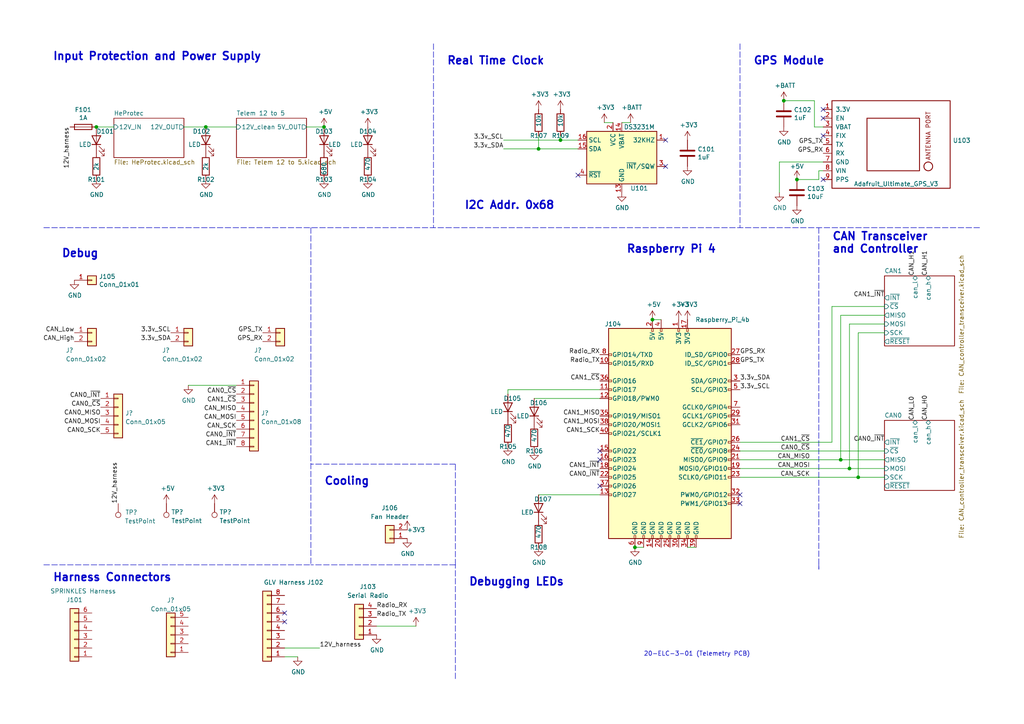
<source format=kicad_sch>
(kicad_sch (version 20211123) (generator eeschema)

  (uuid 057af6bb-cf6f-4bfb-b0c0-2e92a2c09a47)

  (paper "A4")

  (lib_symbols
    (symbol "Connector:TestPoint" (pin_numbers hide) (pin_names (offset 0.762) hide) (in_bom yes) (on_board yes)
      (property "Reference" "TP" (id 0) (at 0 6.858 0)
        (effects (font (size 1.27 1.27)))
      )
      (property "Value" "TestPoint" (id 1) (at 0 5.08 0)
        (effects (font (size 1.27 1.27)))
      )
      (property "Footprint" "" (id 2) (at 5.08 0 0)
        (effects (font (size 1.27 1.27)) hide)
      )
      (property "Datasheet" "~" (id 3) (at 5.08 0 0)
        (effects (font (size 1.27 1.27)) hide)
      )
      (property "ki_keywords" "test point tp" (id 4) (at 0 0 0)
        (effects (font (size 1.27 1.27)) hide)
      )
      (property "ki_description" "test point" (id 5) (at 0 0 0)
        (effects (font (size 1.27 1.27)) hide)
      )
      (property "ki_fp_filters" "Pin* Test*" (id 6) (at 0 0 0)
        (effects (font (size 1.27 1.27)) hide)
      )
      (symbol "TestPoint_0_1"
        (circle (center 0 3.302) (radius 0.762)
          (stroke (width 0) (type default) (color 0 0 0 0))
          (fill (type none))
        )
      )
      (symbol "TestPoint_1_1"
        (pin passive line (at 0 0 90) (length 2.54)
          (name "1" (effects (font (size 1.27 1.27))))
          (number "1" (effects (font (size 1.27 1.27))))
        )
      )
    )
    (symbol "Connector_Generic:Conn_01x01" (pin_names (offset 1.016) hide) (in_bom yes) (on_board yes)
      (property "Reference" "J" (id 0) (at 0 2.54 0)
        (effects (font (size 1.27 1.27)))
      )
      (property "Value" "Conn_01x01" (id 1) (at 0 -2.54 0)
        (effects (font (size 1.27 1.27)))
      )
      (property "Footprint" "" (id 2) (at 0 0 0)
        (effects (font (size 1.27 1.27)) hide)
      )
      (property "Datasheet" "~" (id 3) (at 0 0 0)
        (effects (font (size 1.27 1.27)) hide)
      )
      (property "ki_keywords" "connector" (id 4) (at 0 0 0)
        (effects (font (size 1.27 1.27)) hide)
      )
      (property "ki_description" "Generic connector, single row, 01x01, script generated (kicad-library-utils/schlib/autogen/connector/)" (id 5) (at 0 0 0)
        (effects (font (size 1.27 1.27)) hide)
      )
      (property "ki_fp_filters" "Connector*:*_1x??_*" (id 6) (at 0 0 0)
        (effects (font (size 1.27 1.27)) hide)
      )
      (symbol "Conn_01x01_1_1"
        (rectangle (start -1.27 0.127) (end 0 -0.127)
          (stroke (width 0.1524) (type default) (color 0 0 0 0))
          (fill (type none))
        )
        (rectangle (start -1.27 1.27) (end 1.27 -1.27)
          (stroke (width 0.254) (type default) (color 0 0 0 0))
          (fill (type background))
        )
        (pin passive line (at -5.08 0 0) (length 3.81)
          (name "Pin_1" (effects (font (size 1.27 1.27))))
          (number "1" (effects (font (size 1.27 1.27))))
        )
      )
    )
    (symbol "Connector_Generic:Conn_01x02" (pin_names (offset 1.016) hide) (in_bom yes) (on_board yes)
      (property "Reference" "J" (id 0) (at 0 2.54 0)
        (effects (font (size 1.27 1.27)))
      )
      (property "Value" "Conn_01x02" (id 1) (at 0 -5.08 0)
        (effects (font (size 1.27 1.27)))
      )
      (property "Footprint" "" (id 2) (at 0 0 0)
        (effects (font (size 1.27 1.27)) hide)
      )
      (property "Datasheet" "~" (id 3) (at 0 0 0)
        (effects (font (size 1.27 1.27)) hide)
      )
      (property "ki_keywords" "connector" (id 4) (at 0 0 0)
        (effects (font (size 1.27 1.27)) hide)
      )
      (property "ki_description" "Generic connector, single row, 01x02, script generated (kicad-library-utils/schlib/autogen/connector/)" (id 5) (at 0 0 0)
        (effects (font (size 1.27 1.27)) hide)
      )
      (property "ki_fp_filters" "Connector*:*_1x??_*" (id 6) (at 0 0 0)
        (effects (font (size 1.27 1.27)) hide)
      )
      (symbol "Conn_01x02_1_1"
        (rectangle (start -1.27 -2.413) (end 0 -2.667)
          (stroke (width 0.1524) (type default) (color 0 0 0 0))
          (fill (type none))
        )
        (rectangle (start -1.27 0.127) (end 0 -0.127)
          (stroke (width 0.1524) (type default) (color 0 0 0 0))
          (fill (type none))
        )
        (rectangle (start -1.27 1.27) (end 1.27 -3.81)
          (stroke (width 0.254) (type default) (color 0 0 0 0))
          (fill (type background))
        )
        (pin passive line (at -5.08 0 0) (length 3.81)
          (name "Pin_1" (effects (font (size 1.27 1.27))))
          (number "1" (effects (font (size 1.27 1.27))))
        )
        (pin passive line (at -5.08 -2.54 0) (length 3.81)
          (name "Pin_2" (effects (font (size 1.27 1.27))))
          (number "2" (effects (font (size 1.27 1.27))))
        )
      )
    )
    (symbol "Connector_Generic:Conn_01x04" (pin_names (offset 1.016) hide) (in_bom yes) (on_board yes)
      (property "Reference" "J" (id 0) (at 0 5.08 0)
        (effects (font (size 1.27 1.27)))
      )
      (property "Value" "Conn_01x04" (id 1) (at 0 -7.62 0)
        (effects (font (size 1.27 1.27)))
      )
      (property "Footprint" "" (id 2) (at 0 0 0)
        (effects (font (size 1.27 1.27)) hide)
      )
      (property "Datasheet" "~" (id 3) (at 0 0 0)
        (effects (font (size 1.27 1.27)) hide)
      )
      (property "ki_keywords" "connector" (id 4) (at 0 0 0)
        (effects (font (size 1.27 1.27)) hide)
      )
      (property "ki_description" "Generic connector, single row, 01x04, script generated (kicad-library-utils/schlib/autogen/connector/)" (id 5) (at 0 0 0)
        (effects (font (size 1.27 1.27)) hide)
      )
      (property "ki_fp_filters" "Connector*:*_1x??_*" (id 6) (at 0 0 0)
        (effects (font (size 1.27 1.27)) hide)
      )
      (symbol "Conn_01x04_1_1"
        (rectangle (start -1.27 -4.953) (end 0 -5.207)
          (stroke (width 0.1524) (type default) (color 0 0 0 0))
          (fill (type none))
        )
        (rectangle (start -1.27 -2.413) (end 0 -2.667)
          (stroke (width 0.1524) (type default) (color 0 0 0 0))
          (fill (type none))
        )
        (rectangle (start -1.27 0.127) (end 0 -0.127)
          (stroke (width 0.1524) (type default) (color 0 0 0 0))
          (fill (type none))
        )
        (rectangle (start -1.27 2.667) (end 0 2.413)
          (stroke (width 0.1524) (type default) (color 0 0 0 0))
          (fill (type none))
        )
        (rectangle (start -1.27 3.81) (end 1.27 -6.35)
          (stroke (width 0.254) (type default) (color 0 0 0 0))
          (fill (type background))
        )
        (pin passive line (at -5.08 2.54 0) (length 3.81)
          (name "Pin_1" (effects (font (size 1.27 1.27))))
          (number "1" (effects (font (size 1.27 1.27))))
        )
        (pin passive line (at -5.08 0 0) (length 3.81)
          (name "Pin_2" (effects (font (size 1.27 1.27))))
          (number "2" (effects (font (size 1.27 1.27))))
        )
        (pin passive line (at -5.08 -2.54 0) (length 3.81)
          (name "Pin_3" (effects (font (size 1.27 1.27))))
          (number "3" (effects (font (size 1.27 1.27))))
        )
        (pin passive line (at -5.08 -5.08 0) (length 3.81)
          (name "Pin_4" (effects (font (size 1.27 1.27))))
          (number "4" (effects (font (size 1.27 1.27))))
        )
      )
    )
    (symbol "Connector_Generic:Conn_01x05" (pin_names (offset 1.016) hide) (in_bom yes) (on_board yes)
      (property "Reference" "J" (id 0) (at 0 7.62 0)
        (effects (font (size 1.27 1.27)))
      )
      (property "Value" "Conn_01x05" (id 1) (at 0 -7.62 0)
        (effects (font (size 1.27 1.27)))
      )
      (property "Footprint" "" (id 2) (at 0 0 0)
        (effects (font (size 1.27 1.27)) hide)
      )
      (property "Datasheet" "~" (id 3) (at 0 0 0)
        (effects (font (size 1.27 1.27)) hide)
      )
      (property "ki_keywords" "connector" (id 4) (at 0 0 0)
        (effects (font (size 1.27 1.27)) hide)
      )
      (property "ki_description" "Generic connector, single row, 01x05, script generated (kicad-library-utils/schlib/autogen/connector/)" (id 5) (at 0 0 0)
        (effects (font (size 1.27 1.27)) hide)
      )
      (property "ki_fp_filters" "Connector*:*_1x??_*" (id 6) (at 0 0 0)
        (effects (font (size 1.27 1.27)) hide)
      )
      (symbol "Conn_01x05_1_1"
        (rectangle (start -1.27 -4.953) (end 0 -5.207)
          (stroke (width 0.1524) (type default) (color 0 0 0 0))
          (fill (type none))
        )
        (rectangle (start -1.27 -2.413) (end 0 -2.667)
          (stroke (width 0.1524) (type default) (color 0 0 0 0))
          (fill (type none))
        )
        (rectangle (start -1.27 0.127) (end 0 -0.127)
          (stroke (width 0.1524) (type default) (color 0 0 0 0))
          (fill (type none))
        )
        (rectangle (start -1.27 2.667) (end 0 2.413)
          (stroke (width 0.1524) (type default) (color 0 0 0 0))
          (fill (type none))
        )
        (rectangle (start -1.27 5.207) (end 0 4.953)
          (stroke (width 0.1524) (type default) (color 0 0 0 0))
          (fill (type none))
        )
        (rectangle (start -1.27 6.35) (end 1.27 -6.35)
          (stroke (width 0.254) (type default) (color 0 0 0 0))
          (fill (type background))
        )
        (pin passive line (at -5.08 5.08 0) (length 3.81)
          (name "Pin_1" (effects (font (size 1.27 1.27))))
          (number "1" (effects (font (size 1.27 1.27))))
        )
        (pin passive line (at -5.08 2.54 0) (length 3.81)
          (name "Pin_2" (effects (font (size 1.27 1.27))))
          (number "2" (effects (font (size 1.27 1.27))))
        )
        (pin passive line (at -5.08 0 0) (length 3.81)
          (name "Pin_3" (effects (font (size 1.27 1.27))))
          (number "3" (effects (font (size 1.27 1.27))))
        )
        (pin passive line (at -5.08 -2.54 0) (length 3.81)
          (name "Pin_4" (effects (font (size 1.27 1.27))))
          (number "4" (effects (font (size 1.27 1.27))))
        )
        (pin passive line (at -5.08 -5.08 0) (length 3.81)
          (name "Pin_5" (effects (font (size 1.27 1.27))))
          (number "5" (effects (font (size 1.27 1.27))))
        )
      )
    )
    (symbol "Connector_Generic:Conn_01x06" (pin_names (offset 1.016) hide) (in_bom yes) (on_board yes)
      (property "Reference" "J" (id 0) (at 0 7.62 0)
        (effects (font (size 1.27 1.27)))
      )
      (property "Value" "Conn_01x06" (id 1) (at 0 -10.16 0)
        (effects (font (size 1.27 1.27)))
      )
      (property "Footprint" "" (id 2) (at 0 0 0)
        (effects (font (size 1.27 1.27)) hide)
      )
      (property "Datasheet" "~" (id 3) (at 0 0 0)
        (effects (font (size 1.27 1.27)) hide)
      )
      (property "ki_keywords" "connector" (id 4) (at 0 0 0)
        (effects (font (size 1.27 1.27)) hide)
      )
      (property "ki_description" "Generic connector, single row, 01x06, script generated (kicad-library-utils/schlib/autogen/connector/)" (id 5) (at 0 0 0)
        (effects (font (size 1.27 1.27)) hide)
      )
      (property "ki_fp_filters" "Connector*:*_1x??_*" (id 6) (at 0 0 0)
        (effects (font (size 1.27 1.27)) hide)
      )
      (symbol "Conn_01x06_1_1"
        (rectangle (start -1.27 -7.493) (end 0 -7.747)
          (stroke (width 0.1524) (type default) (color 0 0 0 0))
          (fill (type none))
        )
        (rectangle (start -1.27 -4.953) (end 0 -5.207)
          (stroke (width 0.1524) (type default) (color 0 0 0 0))
          (fill (type none))
        )
        (rectangle (start -1.27 -2.413) (end 0 -2.667)
          (stroke (width 0.1524) (type default) (color 0 0 0 0))
          (fill (type none))
        )
        (rectangle (start -1.27 0.127) (end 0 -0.127)
          (stroke (width 0.1524) (type default) (color 0 0 0 0))
          (fill (type none))
        )
        (rectangle (start -1.27 2.667) (end 0 2.413)
          (stroke (width 0.1524) (type default) (color 0 0 0 0))
          (fill (type none))
        )
        (rectangle (start -1.27 5.207) (end 0 4.953)
          (stroke (width 0.1524) (type default) (color 0 0 0 0))
          (fill (type none))
        )
        (rectangle (start -1.27 6.35) (end 1.27 -8.89)
          (stroke (width 0.254) (type default) (color 0 0 0 0))
          (fill (type background))
        )
        (pin passive line (at -5.08 5.08 0) (length 3.81)
          (name "Pin_1" (effects (font (size 1.27 1.27))))
          (number "1" (effects (font (size 1.27 1.27))))
        )
        (pin passive line (at -5.08 2.54 0) (length 3.81)
          (name "Pin_2" (effects (font (size 1.27 1.27))))
          (number "2" (effects (font (size 1.27 1.27))))
        )
        (pin passive line (at -5.08 0 0) (length 3.81)
          (name "Pin_3" (effects (font (size 1.27 1.27))))
          (number "3" (effects (font (size 1.27 1.27))))
        )
        (pin passive line (at -5.08 -2.54 0) (length 3.81)
          (name "Pin_4" (effects (font (size 1.27 1.27))))
          (number "4" (effects (font (size 1.27 1.27))))
        )
        (pin passive line (at -5.08 -5.08 0) (length 3.81)
          (name "Pin_5" (effects (font (size 1.27 1.27))))
          (number "5" (effects (font (size 1.27 1.27))))
        )
        (pin passive line (at -5.08 -7.62 0) (length 3.81)
          (name "Pin_6" (effects (font (size 1.27 1.27))))
          (number "6" (effects (font (size 1.27 1.27))))
        )
      )
    )
    (symbol "Connector_Generic:Conn_01x08" (pin_names (offset 1.016) hide) (in_bom yes) (on_board yes)
      (property "Reference" "J" (id 0) (at 0 10.16 0)
        (effects (font (size 1.27 1.27)))
      )
      (property "Value" "Conn_01x08" (id 1) (at 0 -12.7 0)
        (effects (font (size 1.27 1.27)))
      )
      (property "Footprint" "" (id 2) (at 0 0 0)
        (effects (font (size 1.27 1.27)) hide)
      )
      (property "Datasheet" "~" (id 3) (at 0 0 0)
        (effects (font (size 1.27 1.27)) hide)
      )
      (property "ki_keywords" "connector" (id 4) (at 0 0 0)
        (effects (font (size 1.27 1.27)) hide)
      )
      (property "ki_description" "Generic connector, single row, 01x08, script generated (kicad-library-utils/schlib/autogen/connector/)" (id 5) (at 0 0 0)
        (effects (font (size 1.27 1.27)) hide)
      )
      (property "ki_fp_filters" "Connector*:*_1x??_*" (id 6) (at 0 0 0)
        (effects (font (size 1.27 1.27)) hide)
      )
      (symbol "Conn_01x08_1_1"
        (rectangle (start -1.27 -10.033) (end 0 -10.287)
          (stroke (width 0.1524) (type default) (color 0 0 0 0))
          (fill (type none))
        )
        (rectangle (start -1.27 -7.493) (end 0 -7.747)
          (stroke (width 0.1524) (type default) (color 0 0 0 0))
          (fill (type none))
        )
        (rectangle (start -1.27 -4.953) (end 0 -5.207)
          (stroke (width 0.1524) (type default) (color 0 0 0 0))
          (fill (type none))
        )
        (rectangle (start -1.27 -2.413) (end 0 -2.667)
          (stroke (width 0.1524) (type default) (color 0 0 0 0))
          (fill (type none))
        )
        (rectangle (start -1.27 0.127) (end 0 -0.127)
          (stroke (width 0.1524) (type default) (color 0 0 0 0))
          (fill (type none))
        )
        (rectangle (start -1.27 2.667) (end 0 2.413)
          (stroke (width 0.1524) (type default) (color 0 0 0 0))
          (fill (type none))
        )
        (rectangle (start -1.27 5.207) (end 0 4.953)
          (stroke (width 0.1524) (type default) (color 0 0 0 0))
          (fill (type none))
        )
        (rectangle (start -1.27 7.747) (end 0 7.493)
          (stroke (width 0.1524) (type default) (color 0 0 0 0))
          (fill (type none))
        )
        (rectangle (start -1.27 8.89) (end 1.27 -11.43)
          (stroke (width 0.254) (type default) (color 0 0 0 0))
          (fill (type background))
        )
        (pin passive line (at -5.08 7.62 0) (length 3.81)
          (name "Pin_1" (effects (font (size 1.27 1.27))))
          (number "1" (effects (font (size 1.27 1.27))))
        )
        (pin passive line (at -5.08 5.08 0) (length 3.81)
          (name "Pin_2" (effects (font (size 1.27 1.27))))
          (number "2" (effects (font (size 1.27 1.27))))
        )
        (pin passive line (at -5.08 2.54 0) (length 3.81)
          (name "Pin_3" (effects (font (size 1.27 1.27))))
          (number "3" (effects (font (size 1.27 1.27))))
        )
        (pin passive line (at -5.08 0 0) (length 3.81)
          (name "Pin_4" (effects (font (size 1.27 1.27))))
          (number "4" (effects (font (size 1.27 1.27))))
        )
        (pin passive line (at -5.08 -2.54 0) (length 3.81)
          (name "Pin_5" (effects (font (size 1.27 1.27))))
          (number "5" (effects (font (size 1.27 1.27))))
        )
        (pin passive line (at -5.08 -5.08 0) (length 3.81)
          (name "Pin_6" (effects (font (size 1.27 1.27))))
          (number "6" (effects (font (size 1.27 1.27))))
        )
        (pin passive line (at -5.08 -7.62 0) (length 3.81)
          (name "Pin_7" (effects (font (size 1.27 1.27))))
          (number "7" (effects (font (size 1.27 1.27))))
        )
        (pin passive line (at -5.08 -10.16 0) (length 3.81)
          (name "Pin_8" (effects (font (size 1.27 1.27))))
          (number "8" (effects (font (size 1.27 1.27))))
        )
      )
    )
    (symbol "Device:C" (pin_numbers hide) (pin_names (offset 0.254)) (in_bom yes) (on_board yes)
      (property "Reference" "C" (id 0) (at 0.635 2.54 0)
        (effects (font (size 1.27 1.27)) (justify left))
      )
      (property "Value" "C" (id 1) (at 0.635 -2.54 0)
        (effects (font (size 1.27 1.27)) (justify left))
      )
      (property "Footprint" "" (id 2) (at 0.9652 -3.81 0)
        (effects (font (size 1.27 1.27)) hide)
      )
      (property "Datasheet" "~" (id 3) (at 0 0 0)
        (effects (font (size 1.27 1.27)) hide)
      )
      (property "ki_keywords" "cap capacitor" (id 4) (at 0 0 0)
        (effects (font (size 1.27 1.27)) hide)
      )
      (property "ki_description" "Unpolarized capacitor" (id 5) (at 0 0 0)
        (effects (font (size 1.27 1.27)) hide)
      )
      (property "ki_fp_filters" "C_*" (id 6) (at 0 0 0)
        (effects (font (size 1.27 1.27)) hide)
      )
      (symbol "C_0_1"
        (polyline
          (pts
            (xy -2.032 -0.762)
            (xy 2.032 -0.762)
          )
          (stroke (width 0.508) (type default) (color 0 0 0 0))
          (fill (type none))
        )
        (polyline
          (pts
            (xy -2.032 0.762)
            (xy 2.032 0.762)
          )
          (stroke (width 0.508) (type default) (color 0 0 0 0))
          (fill (type none))
        )
      )
      (symbol "C_1_1"
        (pin passive line (at 0 3.81 270) (length 2.794)
          (name "~" (effects (font (size 1.27 1.27))))
          (number "1" (effects (font (size 1.27 1.27))))
        )
        (pin passive line (at 0 -3.81 90) (length 2.794)
          (name "~" (effects (font (size 1.27 1.27))))
          (number "2" (effects (font (size 1.27 1.27))))
        )
      )
    )
    (symbol "Device:Fuse" (pin_numbers hide) (pin_names (offset 0)) (in_bom yes) (on_board yes)
      (property "Reference" "F" (id 0) (at 2.032 0 90)
        (effects (font (size 1.27 1.27)))
      )
      (property "Value" "Fuse" (id 1) (at -1.905 0 90)
        (effects (font (size 1.27 1.27)))
      )
      (property "Footprint" "" (id 2) (at -1.778 0 90)
        (effects (font (size 1.27 1.27)) hide)
      )
      (property "Datasheet" "~" (id 3) (at 0 0 0)
        (effects (font (size 1.27 1.27)) hide)
      )
      (property "ki_keywords" "fuse" (id 4) (at 0 0 0)
        (effects (font (size 1.27 1.27)) hide)
      )
      (property "ki_description" "Fuse" (id 5) (at 0 0 0)
        (effects (font (size 1.27 1.27)) hide)
      )
      (property "ki_fp_filters" "*Fuse*" (id 6) (at 0 0 0)
        (effects (font (size 1.27 1.27)) hide)
      )
      (symbol "Fuse_0_1"
        (rectangle (start -0.762 -2.54) (end 0.762 2.54)
          (stroke (width 0.254) (type default) (color 0 0 0 0))
          (fill (type none))
        )
        (polyline
          (pts
            (xy 0 2.54)
            (xy 0 -2.54)
          )
          (stroke (width 0) (type default) (color 0 0 0 0))
          (fill (type none))
        )
      )
      (symbol "Fuse_1_1"
        (pin passive line (at 0 3.81 270) (length 1.27)
          (name "~" (effects (font (size 1.27 1.27))))
          (number "1" (effects (font (size 1.27 1.27))))
        )
        (pin passive line (at 0 -3.81 90) (length 1.27)
          (name "~" (effects (font (size 1.27 1.27))))
          (number "2" (effects (font (size 1.27 1.27))))
        )
      )
    )
    (symbol "Device:LED" (pin_numbers hide) (pin_names (offset 1.016) hide) (in_bom yes) (on_board yes)
      (property "Reference" "D" (id 0) (at 0 2.54 0)
        (effects (font (size 1.27 1.27)))
      )
      (property "Value" "LED" (id 1) (at 0 -2.54 0)
        (effects (font (size 1.27 1.27)))
      )
      (property "Footprint" "" (id 2) (at 0 0 0)
        (effects (font (size 1.27 1.27)) hide)
      )
      (property "Datasheet" "~" (id 3) (at 0 0 0)
        (effects (font (size 1.27 1.27)) hide)
      )
      (property "ki_keywords" "LED diode" (id 4) (at 0 0 0)
        (effects (font (size 1.27 1.27)) hide)
      )
      (property "ki_description" "Light emitting diode" (id 5) (at 0 0 0)
        (effects (font (size 1.27 1.27)) hide)
      )
      (property "ki_fp_filters" "LED* LED_SMD:* LED_THT:*" (id 6) (at 0 0 0)
        (effects (font (size 1.27 1.27)) hide)
      )
      (symbol "LED_0_1"
        (polyline
          (pts
            (xy -1.27 -1.27)
            (xy -1.27 1.27)
          )
          (stroke (width 0.254) (type default) (color 0 0 0 0))
          (fill (type none))
        )
        (polyline
          (pts
            (xy -1.27 0)
            (xy 1.27 0)
          )
          (stroke (width 0) (type default) (color 0 0 0 0))
          (fill (type none))
        )
        (polyline
          (pts
            (xy 1.27 -1.27)
            (xy 1.27 1.27)
            (xy -1.27 0)
            (xy 1.27 -1.27)
          )
          (stroke (width 0.254) (type default) (color 0 0 0 0))
          (fill (type none))
        )
        (polyline
          (pts
            (xy -3.048 -0.762)
            (xy -4.572 -2.286)
            (xy -3.81 -2.286)
            (xy -4.572 -2.286)
            (xy -4.572 -1.524)
          )
          (stroke (width 0) (type default) (color 0 0 0 0))
          (fill (type none))
        )
        (polyline
          (pts
            (xy -1.778 -0.762)
            (xy -3.302 -2.286)
            (xy -2.54 -2.286)
            (xy -3.302 -2.286)
            (xy -3.302 -1.524)
          )
          (stroke (width 0) (type default) (color 0 0 0 0))
          (fill (type none))
        )
      )
      (symbol "LED_1_1"
        (pin passive line (at -3.81 0 0) (length 2.54)
          (name "K" (effects (font (size 1.27 1.27))))
          (number "1" (effects (font (size 1.27 1.27))))
        )
        (pin passive line (at 3.81 0 180) (length 2.54)
          (name "A" (effects (font (size 1.27 1.27))))
          (number "2" (effects (font (size 1.27 1.27))))
        )
      )
    )
    (symbol "Device:R" (pin_numbers hide) (pin_names (offset 0)) (in_bom yes) (on_board yes)
      (property "Reference" "R" (id 0) (at 2.032 0 90)
        (effects (font (size 1.27 1.27)))
      )
      (property "Value" "R" (id 1) (at 0 0 90)
        (effects (font (size 1.27 1.27)))
      )
      (property "Footprint" "" (id 2) (at -1.778 0 90)
        (effects (font (size 1.27 1.27)) hide)
      )
      (property "Datasheet" "~" (id 3) (at 0 0 0)
        (effects (font (size 1.27 1.27)) hide)
      )
      (property "ki_keywords" "R res resistor" (id 4) (at 0 0 0)
        (effects (font (size 1.27 1.27)) hide)
      )
      (property "ki_description" "Resistor" (id 5) (at 0 0 0)
        (effects (font (size 1.27 1.27)) hide)
      )
      (property "ki_fp_filters" "R_*" (id 6) (at 0 0 0)
        (effects (font (size 1.27 1.27)) hide)
      )
      (symbol "R_0_1"
        (rectangle (start -1.016 -2.54) (end 1.016 2.54)
          (stroke (width 0.254) (type default) (color 0 0 0 0))
          (fill (type none))
        )
      )
      (symbol "R_1_1"
        (pin passive line (at 0 3.81 270) (length 1.27)
          (name "~" (effects (font (size 1.27 1.27))))
          (number "1" (effects (font (size 1.27 1.27))))
        )
        (pin passive line (at 0 -3.81 90) (length 1.27)
          (name "~" (effects (font (size 1.27 1.27))))
          (number "2" (effects (font (size 1.27 1.27))))
        )
      )
    )
    (symbol "LHRE_Component_Library:Adafruit_Ultimate_GPS_V3" (pin_names (offset 1.016)) (in_bom yes) (on_board yes)
      (property "Reference" "U" (id 0) (at 13.97 13.97 0)
        (effects (font (size 1.27 1.27)))
      )
      (property "Value" "LHRE_Component_Library_Adafruit_Ultimate_GPS_V3" (id 1) (at 0 17.78 0)
        (effects (font (size 1.27 1.27)))
      )
      (property "Footprint" "" (id 2) (at 13.97 13.97 0)
        (effects (font (size 1.27 1.27)) hide)
      )
      (property "Datasheet" "" (id 3) (at 13.97 13.97 0)
        (effects (font (size 1.27 1.27)) hide)
      )
      (symbol "Adafruit_Ultimate_GPS_V3_0_0"
        (text "ANTENNA PORT" (at -2.54 10.16 0)
          (effects (font (size 1.27 1.27)))
        )
      )
      (symbol "Adafruit_Ultimate_GPS_V3_0_1"
        (rectangle (start -12.7 16.51) (end 12.7 -17.78)
          (stroke (width 0.254) (type default) (color 0 0 0 0))
          (fill (type none))
        )
        (rectangle (start -7.62 7.62) (end 7.62 -7.62)
          (stroke (width 0.254) (type default) (color 0 0 0 0))
          (fill (type none))
        )
        (circle (center 6.35 10.16) (radius 1.27)
          (stroke (width 0.254) (type default) (color 0 0 0 0))
          (fill (type none))
        )
      )
      (symbol "Adafruit_Ultimate_GPS_V3_1_1"
        (pin output line (at -10.16 -20.32 90) (length 2.54)
          (name "3.3V" (effects (font (size 1.27 1.27))))
          (number "1" (effects (font (size 1.27 1.27))))
        )
        (pin input line (at -7.62 -20.32 90) (length 2.54)
          (name "EN" (effects (font (size 1.27 1.27))))
          (number "2" (effects (font (size 1.27 1.27))))
        )
        (pin input line (at -5.08 -20.32 90) (length 2.54)
          (name "VBAT" (effects (font (size 1.27 1.27))))
          (number "3" (effects (font (size 1.27 1.27))))
        )
        (pin output line (at -2.54 -20.32 90) (length 2.54)
          (name "FIX" (effects (font (size 1.27 1.27))))
          (number "4" (effects (font (size 1.27 1.27))))
        )
        (pin output line (at 0 -20.32 90) (length 2.54)
          (name "TX" (effects (font (size 1.27 1.27))))
          (number "5" (effects (font (size 1.27 1.27))))
        )
        (pin input line (at 2.54 -20.32 90) (length 2.54)
          (name "RX" (effects (font (size 1.27 1.27))))
          (number "6" (effects (font (size 1.27 1.27))))
        )
        (pin bidirectional line (at 5.08 -20.32 90) (length 2.54)
          (name "GND" (effects (font (size 1.27 1.27))))
          (number "7" (effects (font (size 1.27 1.27))))
        )
        (pin input line (at 7.62 -20.32 90) (length 2.54)
          (name "VIN" (effects (font (size 1.27 1.27))))
          (number "8" (effects (font (size 1.27 1.27))))
        )
        (pin output line (at 10.16 -20.32 90) (length 2.54)
          (name "PPS" (effects (font (size 1.27 1.27))))
          (number "9" (effects (font (size 1.27 1.27))))
        )
      )
    )
    (symbol "LHRE_Component_Library:Raspberry_Pi_4b" (pin_names (offset 1.016)) (in_bom yes) (on_board yes)
      (property "Reference" "J" (id 0) (at -17.78 31.75 0)
        (effects (font (size 1.27 1.27)) (justify left bottom))
      )
      (property "Value" "LHRE_Component_Library_Raspberry_Pi_4b" (id 1) (at 10.16 -31.75 0)
        (effects (font (size 1.27 1.27)) (justify left top))
      )
      (property "Footprint" "" (id 2) (at 0 0 0)
        (effects (font (size 1.27 1.27)) hide)
      )
      (property "Datasheet" "" (id 3) (at 0 0 0)
        (effects (font (size 1.27 1.27)) hide)
      )
      (property "ki_fp_filters" "PinHeader*2x20*P2.54mm*Vertical* PinSocket*2x20*P2.54mm*Vertical*" (id 4) (at 0 0 0)
        (effects (font (size 1.27 1.27)) hide)
      )
      (symbol "Raspberry_Pi_4b_0_1"
        (rectangle (start -17.78 30.48) (end 17.78 -30.48)
          (stroke (width 0.254) (type default) (color 0 0 0 0))
          (fill (type background))
        )
      )
      (symbol "Raspberry_Pi_4b_1_1"
        (rectangle (start -16.891 -17.526) (end -17.78 -18.034)
          (stroke (width 0) (type default) (color 0 0 0 0))
          (fill (type none))
        )
        (rectangle (start -16.891 -14.986) (end -17.78 -15.494)
          (stroke (width 0) (type default) (color 0 0 0 0))
          (fill (type none))
        )
        (rectangle (start -16.891 -12.446) (end -17.78 -12.954)
          (stroke (width 0) (type default) (color 0 0 0 0))
          (fill (type none))
        )
        (rectangle (start -16.891 -9.906) (end -17.78 -10.414)
          (stroke (width 0) (type default) (color 0 0 0 0))
          (fill (type none))
        )
        (rectangle (start -16.891 -7.366) (end -17.78 -7.874)
          (stroke (width 0) (type default) (color 0 0 0 0))
          (fill (type none))
        )
        (rectangle (start -16.891 -4.826) (end -17.78 -5.334)
          (stroke (width 0) (type default) (color 0 0 0 0))
          (fill (type none))
        )
        (rectangle (start -16.891 0.254) (end -17.78 -0.254)
          (stroke (width 0) (type default) (color 0 0 0 0))
          (fill (type none))
        )
        (rectangle (start -16.891 2.794) (end -17.78 2.286)
          (stroke (width 0) (type default) (color 0 0 0 0))
          (fill (type none))
        )
        (rectangle (start -16.891 5.334) (end -17.78 4.826)
          (stroke (width 0) (type default) (color 0 0 0 0))
          (fill (type none))
        )
        (rectangle (start -16.891 10.414) (end -17.78 9.906)
          (stroke (width 0) (type default) (color 0 0 0 0))
          (fill (type none))
        )
        (rectangle (start -16.891 12.954) (end -17.78 12.446)
          (stroke (width 0) (type default) (color 0 0 0 0))
          (fill (type none))
        )
        (rectangle (start -16.891 15.494) (end -17.78 14.986)
          (stroke (width 0) (type default) (color 0 0 0 0))
          (fill (type none))
        )
        (rectangle (start -16.891 20.574) (end -17.78 20.066)
          (stroke (width 0) (type default) (color 0 0 0 0))
          (fill (type none))
        )
        (rectangle (start -16.891 23.114) (end -17.78 22.606)
          (stroke (width 0) (type default) (color 0 0 0 0))
          (fill (type none))
        )
        (rectangle (start -10.414 -29.591) (end -9.906 -30.48)
          (stroke (width 0) (type default) (color 0 0 0 0))
          (fill (type none))
        )
        (rectangle (start -7.874 -29.591) (end -7.366 -30.48)
          (stroke (width 0) (type default) (color 0 0 0 0))
          (fill (type none))
        )
        (rectangle (start -5.334 -29.591) (end -4.826 -30.48)
          (stroke (width 0) (type default) (color 0 0 0 0))
          (fill (type none))
        )
        (rectangle (start -5.334 30.48) (end -4.826 29.591)
          (stroke (width 0) (type default) (color 0 0 0 0))
          (fill (type none))
        )
        (rectangle (start -2.794 -29.591) (end -2.286 -30.48)
          (stroke (width 0) (type default) (color 0 0 0 0))
          (fill (type none))
        )
        (rectangle (start -2.794 30.48) (end -2.286 29.591)
          (stroke (width 0) (type default) (color 0 0 0 0))
          (fill (type none))
        )
        (rectangle (start -0.254 -29.591) (end 0.254 -30.48)
          (stroke (width 0) (type default) (color 0 0 0 0))
          (fill (type none))
        )
        (rectangle (start 2.286 -29.591) (end 2.794 -30.48)
          (stroke (width 0) (type default) (color 0 0 0 0))
          (fill (type none))
        )
        (rectangle (start 2.286 30.48) (end 2.794 29.591)
          (stroke (width 0) (type default) (color 0 0 0 0))
          (fill (type none))
        )
        (rectangle (start 4.826 -29.591) (end 5.334 -30.48)
          (stroke (width 0) (type default) (color 0 0 0 0))
          (fill (type none))
        )
        (rectangle (start 4.826 30.48) (end 5.334 29.591)
          (stroke (width 0) (type default) (color 0 0 0 0))
          (fill (type none))
        )
        (rectangle (start 7.366 -29.591) (end 7.874 -30.48)
          (stroke (width 0) (type default) (color 0 0 0 0))
          (fill (type none))
        )
        (rectangle (start 17.78 -20.066) (end 16.891 -20.574)
          (stroke (width 0) (type default) (color 0 0 0 0))
          (fill (type none))
        )
        (rectangle (start 17.78 -17.526) (end 16.891 -18.034)
          (stroke (width 0) (type default) (color 0 0 0 0))
          (fill (type none))
        )
        (rectangle (start 17.78 -12.446) (end 16.891 -12.954)
          (stroke (width 0) (type default) (color 0 0 0 0))
          (fill (type none))
        )
        (rectangle (start 17.78 -9.906) (end 16.891 -10.414)
          (stroke (width 0) (type default) (color 0 0 0 0))
          (fill (type none))
        )
        (rectangle (start 17.78 -7.366) (end 16.891 -7.874)
          (stroke (width 0) (type default) (color 0 0 0 0))
          (fill (type none))
        )
        (rectangle (start 17.78 -4.826) (end 16.891 -5.334)
          (stroke (width 0) (type default) (color 0 0 0 0))
          (fill (type none))
        )
        (rectangle (start 17.78 -2.286) (end 16.891 -2.794)
          (stroke (width 0) (type default) (color 0 0 0 0))
          (fill (type none))
        )
        (rectangle (start 17.78 2.794) (end 16.891 2.286)
          (stroke (width 0) (type default) (color 0 0 0 0))
          (fill (type none))
        )
        (rectangle (start 17.78 5.334) (end 16.891 4.826)
          (stroke (width 0) (type default) (color 0 0 0 0))
          (fill (type none))
        )
        (rectangle (start 17.78 7.874) (end 16.891 7.366)
          (stroke (width 0) (type default) (color 0 0 0 0))
          (fill (type none))
        )
        (rectangle (start 17.78 12.954) (end 16.891 12.446)
          (stroke (width 0) (type default) (color 0 0 0 0))
          (fill (type none))
        )
        (rectangle (start 17.78 15.494) (end 16.891 14.986)
          (stroke (width 0) (type default) (color 0 0 0 0))
          (fill (type none))
        )
        (rectangle (start 17.78 20.574) (end 16.891 20.066)
          (stroke (width 0) (type default) (color 0 0 0 0))
          (fill (type none))
        )
        (rectangle (start 17.78 23.114) (end 16.891 22.606)
          (stroke (width 0) (type default) (color 0 0 0 0))
          (fill (type none))
        )
        (pin power_in line (at 2.54 33.02 270) (length 2.54)
          (name "3V3" (effects (font (size 1.27 1.27))))
          (number "1" (effects (font (size 1.27 1.27))))
        )
        (pin bidirectional line (at -20.32 20.32 0) (length 2.54)
          (name "GPIO15/RXD" (effects (font (size 1.27 1.27))))
          (number "10" (effects (font (size 1.27 1.27))))
        )
        (pin bidirectional line (at -20.32 12.7 0) (length 2.54)
          (name "GPIO17" (effects (font (size 1.27 1.27))))
          (number "11" (effects (font (size 1.27 1.27))))
        )
        (pin bidirectional line (at -20.32 10.16 0) (length 2.54)
          (name "GPIO18/PWM0" (effects (font (size 1.27 1.27))))
          (number "12" (effects (font (size 1.27 1.27))))
        )
        (pin bidirectional line (at -20.32 -17.78 0) (length 2.54)
          (name "GPIO27" (effects (font (size 1.27 1.27))))
          (number "13" (effects (font (size 1.27 1.27))))
        )
        (pin power_in line (at -5.08 -33.02 90) (length 2.54)
          (name "GND" (effects (font (size 1.27 1.27))))
          (number "14" (effects (font (size 1.27 1.27))))
        )
        (pin bidirectional line (at -20.32 -5.08 0) (length 2.54)
          (name "GPIO22" (effects (font (size 1.27 1.27))))
          (number "15" (effects (font (size 1.27 1.27))))
        )
        (pin bidirectional line (at -20.32 -7.62 0) (length 2.54)
          (name "GPIO23" (effects (font (size 1.27 1.27))))
          (number "16" (effects (font (size 1.27 1.27))))
        )
        (pin power_in line (at 5.08 33.02 270) (length 2.54)
          (name "3V3" (effects (font (size 1.27 1.27))))
          (number "17" (effects (font (size 1.27 1.27))))
        )
        (pin bidirectional line (at -20.32 -10.16 0) (length 2.54)
          (name "GPIO24" (effects (font (size 1.27 1.27))))
          (number "18" (effects (font (size 1.27 1.27))))
        )
        (pin bidirectional line (at 20.32 -10.16 180) (length 2.54)
          (name "MOSI0/GPIO10" (effects (font (size 1.27 1.27))))
          (number "19" (effects (font (size 1.27 1.27))))
        )
        (pin power_in line (at -5.08 33.02 270) (length 2.54)
          (name "5V" (effects (font (size 1.27 1.27))))
          (number "2" (effects (font (size 1.27 1.27))))
        )
        (pin power_in line (at -2.54 -33.02 90) (length 2.54)
          (name "GND" (effects (font (size 1.27 1.27))))
          (number "20" (effects (font (size 1.27 1.27))))
        )
        (pin bidirectional line (at 20.32 -7.62 180) (length 2.54)
          (name "MISO0/GPIO9" (effects (font (size 1.27 1.27))))
          (number "21" (effects (font (size 1.27 1.27))))
        )
        (pin bidirectional line (at -20.32 -12.7 0) (length 2.54)
          (name "GPIO25" (effects (font (size 1.27 1.27))))
          (number "22" (effects (font (size 1.27 1.27))))
        )
        (pin bidirectional line (at 20.32 -12.7 180) (length 2.54)
          (name "SCLK0/GPIO11" (effects (font (size 1.27 1.27))))
          (number "23" (effects (font (size 1.27 1.27))))
        )
        (pin bidirectional line (at 20.32 -5.08 180) (length 2.54)
          (name "~{CE0}/GPIO8" (effects (font (size 1.27 1.27))))
          (number "24" (effects (font (size 1.27 1.27))))
        )
        (pin power_in line (at 0 -33.02 90) (length 2.54)
          (name "GND" (effects (font (size 1.27 1.27))))
          (number "25" (effects (font (size 1.27 1.27))))
        )
        (pin bidirectional line (at 20.32 -2.54 180) (length 2.54)
          (name "~{CE1}/GPIO7" (effects (font (size 1.27 1.27))))
          (number "26" (effects (font (size 1.27 1.27))))
        )
        (pin bidirectional line (at 20.32 22.86 180) (length 2.54)
          (name "ID_SD/GPIO0" (effects (font (size 1.27 1.27))))
          (number "27" (effects (font (size 1.27 1.27))))
        )
        (pin bidirectional line (at 20.32 20.32 180) (length 2.54)
          (name "ID_SC/GPIO1" (effects (font (size 1.27 1.27))))
          (number "28" (effects (font (size 1.27 1.27))))
        )
        (pin bidirectional line (at 20.32 5.08 180) (length 2.54)
          (name "GCLK1/GPIO5" (effects (font (size 1.27 1.27))))
          (number "29" (effects (font (size 1.27 1.27))))
        )
        (pin bidirectional line (at 20.32 15.24 180) (length 2.54)
          (name "SDA/GPIO2" (effects (font (size 1.27 1.27))))
          (number "3" (effects (font (size 1.27 1.27))))
        )
        (pin power_in line (at 2.54 -33.02 90) (length 2.54)
          (name "GND" (effects (font (size 1.27 1.27))))
          (number "30" (effects (font (size 1.27 1.27))))
        )
        (pin bidirectional line (at 20.32 2.54 180) (length 2.54)
          (name "GCLK2/GPIO6" (effects (font (size 1.27 1.27))))
          (number "31" (effects (font (size 1.27 1.27))))
        )
        (pin bidirectional line (at 20.32 -17.78 180) (length 2.54)
          (name "PWM0/GPIO12" (effects (font (size 1.27 1.27))))
          (number "32" (effects (font (size 1.27 1.27))))
        )
        (pin bidirectional line (at 20.32 -20.32 180) (length 2.54)
          (name "PWM1/GPIO13" (effects (font (size 1.27 1.27))))
          (number "33" (effects (font (size 1.27 1.27))))
        )
        (pin power_in line (at 5.08 -33.02 90) (length 2.54)
          (name "GND" (effects (font (size 1.27 1.27))))
          (number "34" (effects (font (size 1.27 1.27))))
        )
        (pin bidirectional line (at -20.32 5.08 0) (length 2.54)
          (name "GPIO19/MISO1" (effects (font (size 1.27 1.27))))
          (number "35" (effects (font (size 1.27 1.27))))
        )
        (pin bidirectional line (at -20.32 15.24 0) (length 2.54)
          (name "GPIO16" (effects (font (size 1.27 1.27))))
          (number "36" (effects (font (size 1.27 1.27))))
        )
        (pin bidirectional line (at -20.32 -15.24 0) (length 2.54)
          (name "GPIO26" (effects (font (size 1.27 1.27))))
          (number "37" (effects (font (size 1.27 1.27))))
        )
        (pin bidirectional line (at -20.32 2.54 0) (length 2.54)
          (name "GPIO20/MOSI1" (effects (font (size 1.27 1.27))))
          (number "38" (effects (font (size 1.27 1.27))))
        )
        (pin power_in line (at 7.62 -33.02 90) (length 2.54)
          (name "GND" (effects (font (size 1.27 1.27))))
          (number "39" (effects (font (size 1.27 1.27))))
        )
        (pin power_in line (at -2.54 33.02 270) (length 2.54)
          (name "5V" (effects (font (size 1.27 1.27))))
          (number "4" (effects (font (size 1.27 1.27))))
        )
        (pin bidirectional line (at -20.32 0 0) (length 2.54)
          (name "GPIO21/SCLK1" (effects (font (size 1.27 1.27))))
          (number "40" (effects (font (size 1.27 1.27))))
        )
        (pin bidirectional line (at 20.32 12.7 180) (length 2.54)
          (name "SCL/GPIO3" (effects (font (size 1.27 1.27))))
          (number "5" (effects (font (size 1.27 1.27))))
        )
        (pin power_in line (at -10.16 -33.02 90) (length 2.54)
          (name "GND" (effects (font (size 1.27 1.27))))
          (number "6" (effects (font (size 1.27 1.27))))
        )
        (pin bidirectional line (at 20.32 7.62 180) (length 2.54)
          (name "GCLK0/GPIO4" (effects (font (size 1.27 1.27))))
          (number "7" (effects (font (size 1.27 1.27))))
        )
        (pin bidirectional line (at -20.32 22.86 0) (length 2.54)
          (name "GPIO14/TXD" (effects (font (size 1.27 1.27))))
          (number "8" (effects (font (size 1.27 1.27))))
        )
        (pin power_in line (at -7.62 -33.02 90) (length 2.54)
          (name "GND" (effects (font (size 1.27 1.27))))
          (number "9" (effects (font (size 1.27 1.27))))
        )
      )
    )
    (symbol "Timer_RTC:DS3231M" (in_bom yes) (on_board yes)
      (property "Reference" "U" (id 0) (at -7.62 8.89 0)
        (effects (font (size 1.27 1.27)) (justify right))
      )
      (property "Value" "DS3231M" (id 1) (at 10.16 8.89 0)
        (effects (font (size 1.27 1.27)) (justify right))
      )
      (property "Footprint" "Package_SO:SOIC-16W_7.5x10.3mm_P1.27mm" (id 2) (at 0 -15.24 0)
        (effects (font (size 1.27 1.27)) hide)
      )
      (property "Datasheet" "http://datasheets.maximintegrated.com/en/ds/DS3231.pdf" (id 3) (at 6.858 1.27 0)
        (effects (font (size 1.27 1.27)) hide)
      )
      (property "ki_keywords" "RTC TCXO Realtime Time Clock Crystal Oscillator I2C" (id 4) (at 0 0 0)
        (effects (font (size 1.27 1.27)) hide)
      )
      (property "ki_description" "Extremely Accurate I2C-Integrated RTC/TCXO/Crystal SOIC-16" (id 5) (at 0 0 0)
        (effects (font (size 1.27 1.27)) hide)
      )
      (property "ki_fp_filters" "SOIC*7.5x10.3mm*P1.27mm*" (id 6) (at 0 0 0)
        (effects (font (size 1.27 1.27)) hide)
      )
      (symbol "DS3231M_0_1"
        (rectangle (start -10.16 7.62) (end 10.16 -7.62)
          (stroke (width 0.254) (type default) (color 0 0 0 0))
          (fill (type background))
        )
      )
      (symbol "DS3231M_1_1"
        (pin open_collector line (at 12.7 5.08 180) (length 2.54)
          (name "32KHZ" (effects (font (size 1.27 1.27))))
          (number "1" (effects (font (size 1.27 1.27))))
        )
        (pin passive line (at 0 -10.16 90) (length 2.54) hide
          (name "GND" (effects (font (size 1.27 1.27))))
          (number "10" (effects (font (size 1.27 1.27))))
        )
        (pin passive line (at 0 -10.16 90) (length 2.54) hide
          (name "GND" (effects (font (size 1.27 1.27))))
          (number "11" (effects (font (size 1.27 1.27))))
        )
        (pin passive line (at 0 -10.16 90) (length 2.54) hide
          (name "GND" (effects (font (size 1.27 1.27))))
          (number "12" (effects (font (size 1.27 1.27))))
        )
        (pin power_in line (at 0 -10.16 90) (length 2.54)
          (name "GND" (effects (font (size 1.27 1.27))))
          (number "13" (effects (font (size 1.27 1.27))))
        )
        (pin power_in line (at 0 10.16 270) (length 2.54)
          (name "VBAT" (effects (font (size 1.27 1.27))))
          (number "14" (effects (font (size 1.27 1.27))))
        )
        (pin bidirectional line (at -12.7 2.54 0) (length 2.54)
          (name "SDA" (effects (font (size 1.27 1.27))))
          (number "15" (effects (font (size 1.27 1.27))))
        )
        (pin input line (at -12.7 5.08 0) (length 2.54)
          (name "SCL" (effects (font (size 1.27 1.27))))
          (number "16" (effects (font (size 1.27 1.27))))
        )
        (pin power_in line (at -2.54 10.16 270) (length 2.54)
          (name "VCC" (effects (font (size 1.27 1.27))))
          (number "2" (effects (font (size 1.27 1.27))))
        )
        (pin open_collector line (at 12.7 -2.54 180) (length 2.54)
          (name "~{INT}/SQW" (effects (font (size 1.27 1.27))))
          (number "3" (effects (font (size 1.27 1.27))))
        )
        (pin bidirectional line (at -12.7 -5.08 0) (length 2.54)
          (name "~{RST}" (effects (font (size 1.27 1.27))))
          (number "4" (effects (font (size 1.27 1.27))))
        )
        (pin passive line (at 0 -10.16 90) (length 2.54) hide
          (name "GND" (effects (font (size 1.27 1.27))))
          (number "5" (effects (font (size 1.27 1.27))))
        )
        (pin passive line (at 0 -10.16 90) (length 2.54) hide
          (name "GND" (effects (font (size 1.27 1.27))))
          (number "6" (effects (font (size 1.27 1.27))))
        )
        (pin passive line (at 0 -10.16 90) (length 2.54) hide
          (name "GND" (effects (font (size 1.27 1.27))))
          (number "7" (effects (font (size 1.27 1.27))))
        )
        (pin passive line (at 0 -10.16 90) (length 2.54) hide
          (name "GND" (effects (font (size 1.27 1.27))))
          (number "8" (effects (font (size 1.27 1.27))))
        )
        (pin passive line (at 0 -10.16 90) (length 2.54) hide
          (name "GND" (effects (font (size 1.27 1.27))))
          (number "9" (effects (font (size 1.27 1.27))))
        )
      )
    )
    (symbol "power:+3.3V" (power) (pin_names (offset 0)) (in_bom yes) (on_board yes)
      (property "Reference" "#PWR" (id 0) (at 0 -3.81 0)
        (effects (font (size 1.27 1.27)) hide)
      )
      (property "Value" "+3.3V" (id 1) (at 0 3.556 0)
        (effects (font (size 1.27 1.27)))
      )
      (property "Footprint" "" (id 2) (at 0 0 0)
        (effects (font (size 1.27 1.27)) hide)
      )
      (property "Datasheet" "" (id 3) (at 0 0 0)
        (effects (font (size 1.27 1.27)) hide)
      )
      (property "ki_keywords" "power-flag" (id 4) (at 0 0 0)
        (effects (font (size 1.27 1.27)) hide)
      )
      (property "ki_description" "Power symbol creates a global label with name \"+3.3V\"" (id 5) (at 0 0 0)
        (effects (font (size 1.27 1.27)) hide)
      )
      (symbol "+3.3V_0_1"
        (polyline
          (pts
            (xy -0.762 1.27)
            (xy 0 2.54)
          )
          (stroke (width 0) (type default) (color 0 0 0 0))
          (fill (type none))
        )
        (polyline
          (pts
            (xy 0 0)
            (xy 0 2.54)
          )
          (stroke (width 0) (type default) (color 0 0 0 0))
          (fill (type none))
        )
        (polyline
          (pts
            (xy 0 2.54)
            (xy 0.762 1.27)
          )
          (stroke (width 0) (type default) (color 0 0 0 0))
          (fill (type none))
        )
      )
      (symbol "+3.3V_1_1"
        (pin power_in line (at 0 0 90) (length 0) hide
          (name "+3V3" (effects (font (size 1.27 1.27))))
          (number "1" (effects (font (size 1.27 1.27))))
        )
      )
    )
    (symbol "power:+5V" (power) (pin_names (offset 0)) (in_bom yes) (on_board yes)
      (property "Reference" "#PWR" (id 0) (at 0 -3.81 0)
        (effects (font (size 1.27 1.27)) hide)
      )
      (property "Value" "+5V" (id 1) (at 0 3.556 0)
        (effects (font (size 1.27 1.27)))
      )
      (property "Footprint" "" (id 2) (at 0 0 0)
        (effects (font (size 1.27 1.27)) hide)
      )
      (property "Datasheet" "" (id 3) (at 0 0 0)
        (effects (font (size 1.27 1.27)) hide)
      )
      (property "ki_keywords" "power-flag" (id 4) (at 0 0 0)
        (effects (font (size 1.27 1.27)) hide)
      )
      (property "ki_description" "Power symbol creates a global label with name \"+5V\"" (id 5) (at 0 0 0)
        (effects (font (size 1.27 1.27)) hide)
      )
      (symbol "+5V_0_1"
        (polyline
          (pts
            (xy -0.762 1.27)
            (xy 0 2.54)
          )
          (stroke (width 0) (type default) (color 0 0 0 0))
          (fill (type none))
        )
        (polyline
          (pts
            (xy 0 0)
            (xy 0 2.54)
          )
          (stroke (width 0) (type default) (color 0 0 0 0))
          (fill (type none))
        )
        (polyline
          (pts
            (xy 0 2.54)
            (xy 0.762 1.27)
          )
          (stroke (width 0) (type default) (color 0 0 0 0))
          (fill (type none))
        )
      )
      (symbol "+5V_1_1"
        (pin power_in line (at 0 0 90) (length 0) hide
          (name "+5V" (effects (font (size 1.27 1.27))))
          (number "1" (effects (font (size 1.27 1.27))))
        )
      )
    )
    (symbol "power:+BATT" (power) (pin_names (offset 0)) (in_bom yes) (on_board yes)
      (property "Reference" "#PWR" (id 0) (at 0 -3.81 0)
        (effects (font (size 1.27 1.27)) hide)
      )
      (property "Value" "+BATT" (id 1) (at 0 3.556 0)
        (effects (font (size 1.27 1.27)))
      )
      (property "Footprint" "" (id 2) (at 0 0 0)
        (effects (font (size 1.27 1.27)) hide)
      )
      (property "Datasheet" "" (id 3) (at 0 0 0)
        (effects (font (size 1.27 1.27)) hide)
      )
      (property "ki_keywords" "power-flag battery" (id 4) (at 0 0 0)
        (effects (font (size 1.27 1.27)) hide)
      )
      (property "ki_description" "Power symbol creates a global label with name \"+BATT\"" (id 5) (at 0 0 0)
        (effects (font (size 1.27 1.27)) hide)
      )
      (symbol "+BATT_0_1"
        (polyline
          (pts
            (xy -0.762 1.27)
            (xy 0 2.54)
          )
          (stroke (width 0) (type default) (color 0 0 0 0))
          (fill (type none))
        )
        (polyline
          (pts
            (xy 0 0)
            (xy 0 2.54)
          )
          (stroke (width 0) (type default) (color 0 0 0 0))
          (fill (type none))
        )
        (polyline
          (pts
            (xy 0 2.54)
            (xy 0.762 1.27)
          )
          (stroke (width 0) (type default) (color 0 0 0 0))
          (fill (type none))
        )
      )
      (symbol "+BATT_1_1"
        (pin power_in line (at 0 0 90) (length 0) hide
          (name "+BATT" (effects (font (size 1.27 1.27))))
          (number "1" (effects (font (size 1.27 1.27))))
        )
      )
    )
    (symbol "power:GND" (power) (pin_names (offset 0)) (in_bom yes) (on_board yes)
      (property "Reference" "#PWR" (id 0) (at 0 -6.35 0)
        (effects (font (size 1.27 1.27)) hide)
      )
      (property "Value" "GND" (id 1) (at 0 -3.81 0)
        (effects (font (size 1.27 1.27)))
      )
      (property "Footprint" "" (id 2) (at 0 0 0)
        (effects (font (size 1.27 1.27)) hide)
      )
      (property "Datasheet" "" (id 3) (at 0 0 0)
        (effects (font (size 1.27 1.27)) hide)
      )
      (property "ki_keywords" "power-flag" (id 4) (at 0 0 0)
        (effects (font (size 1.27 1.27)) hide)
      )
      (property "ki_description" "Power symbol creates a global label with name \"GND\" , ground" (id 5) (at 0 0 0)
        (effects (font (size 1.27 1.27)) hide)
      )
      (symbol "GND_0_1"
        (polyline
          (pts
            (xy 0 0)
            (xy 0 -1.27)
            (xy 1.27 -1.27)
            (xy 0 -2.54)
            (xy -1.27 -1.27)
            (xy 0 -1.27)
          )
          (stroke (width 0) (type default) (color 0 0 0 0))
          (fill (type none))
        )
      )
      (symbol "GND_1_1"
        (pin power_in line (at 0 0 270) (length 0) hide
          (name "GND" (effects (font (size 1.27 1.27))))
          (number "1" (effects (font (size 1.27 1.27))))
        )
      )
    )
  )

  (junction (at 227.33 29.21) (diameter 0) (color 0 0 0 0)
    (uuid 1fa508ef-df83-4c99-846b-9acf535b3ad9)
  )
  (junction (at 248.92 138.43) (diameter 0) (color 0 0 0 0)
    (uuid 3e502a86-4d6e-4987-a50e-b8156088c2be)
  )
  (junction (at 184.15 158.75) (diameter 0) (color 0 0 0 0)
    (uuid 51bc7546-cbea-470a-bfcb-022afc860951)
  )
  (junction (at 243.84 133.35) (diameter 0) (color 0 0 0 0)
    (uuid 58f2104e-f4c1-44a6-b9e5-cc784ebc56bc)
  )
  (junction (at 231.14 52.07) (diameter 0) (color 0 0 0 0)
    (uuid 74f5ec08-7600-4a0b-a9e4-aae29f9ea08a)
  )
  (junction (at 93.98 36.83) (diameter 0) (color 0 0 0 0)
    (uuid aeb03be9-98f0-43f6-9432-1bb35aa04bab)
  )
  (junction (at 59.69 36.83) (diameter 0) (color 0 0 0 0)
    (uuid bd793ae5-cde5-43f6-8def-1f95f35b1be6)
  )
  (junction (at 189.23 92.71) (diameter 0) (color 0 0 0 0)
    (uuid bd7cf846-8d28-4e1a-ae61-50e50b6e7a9b)
  )
  (junction (at 162.56 40.64) (diameter 0) (color 0 0 0 0)
    (uuid d4c9471f-7503-4339-928c-d1abae1eede6)
  )
  (junction (at 246.38 135.89) (diameter 0) (color 0 0 0 0)
    (uuid dd36c274-e319-43df-ac49-cb5aa976e465)
  )
  (junction (at 27.94 36.83) (diameter 0) (color 0 0 0 0)
    (uuid df2a6036-7274-4398-9365-148b6ddab90d)
  )
  (junction (at 156.21 43.18) (diameter 0) (color 0 0 0 0)
    (uuid e17e6c0e-7e5b-43f0-ad48-0a2760b45b04)
  )

  (no_connect (at 82.55 180.34) (uuid 1b023dd4-5185-4576-b544-68a05b9c360b))
  (no_connect (at 238.76 39.37) (uuid 34d03349-6d78-4165-a683-2d8b76f2bae8))
  (no_connect (at 173.99 140.97) (uuid 3c9169cc-3a77-4ae0-8afc-cbfc472a28c5))
  (no_connect (at 173.99 130.81) (uuid 3c964fe0-bfe5-4323-84ad-ca6b6cc689d6))
  (no_connect (at 193.04 48.26) (uuid 79770cd5-32d7-429a-8248-0d9e6212231a))
  (no_connect (at 238.76 52.07) (uuid 88d2c4b8-79f2-4e8b-9f70-b7e0ed9c70f8))
  (no_connect (at 214.63 146.05) (uuid 89c9afdc-c346-4300-a392-5f9dd8c1e5bd))
  (no_connect (at 82.55 177.8) (uuid 90f81af1-b6de-44aa-a46b-6504a157ce6c))
  (no_connect (at 193.04 40.64) (uuid 99332785-d9f1-4363-9377-26ddc18e6d2c))
  (no_connect (at 238.76 31.75) (uuid a7531a95-7ca1-4f34-955e-18120cec99e6))
  (no_connect (at 173.99 133.35) (uuid dda1e6ca-91ec-4136-b90b-3c54d79454b9))
  (no_connect (at 167.64 50.8) (uuid e4e20505-1208-4100-a4aa-676f50844c06))
  (no_connect (at 214.63 143.51) (uuid f5bf5b4a-5213-48af-a5cd-0d67969d2de6))
  (no_connect (at 238.76 34.29) (uuid f8fc38ec-0b98-40bc-ae2f-e5cc29973bca))

  (wire (pts (xy 156.21 43.18) (xy 156.21 39.37))
    (stroke (width 0) (type default) (color 0 0 0 0))
    (uuid 076046ab-4b56-4060-b8d9-0d80806d0277)
  )
  (polyline (pts (xy 132.08 163.83) (xy 90.17 163.83))
    (stroke (width 0) (type default) (color 0 0 0 0))
    (uuid 098ee55c-0cb9-44e0-8f1e-a46ba75ebaf8)
  )

  (wire (pts (xy 246.38 93.98) (xy 256.54 93.98))
    (stroke (width 0) (type default) (color 0 0 0 0))
    (uuid 0dcf3673-75f2-43ef-8bbf-3cdbe7508eda)
  )
  (wire (pts (xy 59.69 36.83) (xy 68.58 36.83))
    (stroke (width 0) (type default) (color 0 0 0 0))
    (uuid 10e52e95-44f3-4059-a86d-dcda603e0623)
  )
  (wire (pts (xy 162.56 40.64) (xy 146.05 40.64))
    (stroke (width 0) (type default) (color 0 0 0 0))
    (uuid 1171ce37-6ad7-4662-bb68-5592c945ebf3)
  )
  (wire (pts (xy 214.63 138.43) (xy 248.92 138.43))
    (stroke (width 0) (type default) (color 0 0 0 0))
    (uuid 1492e72b-7f33-4bb8-934f-0a95ae1fd9fa)
  )
  (wire (pts (xy 162.56 40.64) (xy 162.56 39.37))
    (stroke (width 0) (type default) (color 0 0 0 0))
    (uuid 196a8dd5-5fd6-4c7f-ae4a-0104bd82e61b)
  )
  (wire (pts (xy 82.55 187.96) (xy 92.71 187.96))
    (stroke (width 0) (type default) (color 0 0 0 0))
    (uuid 19b0959e-a79b-43b2-a5ad-525ced7e9131)
  )
  (wire (pts (xy 243.84 91.44) (xy 243.84 133.35))
    (stroke (width 0) (type default) (color 0 0 0 0))
    (uuid 2154d3ff-0c03-4956-a9cb-395105b343c1)
  )
  (polyline (pts (xy 90.17 66.04) (xy 90.17 109.22))
    (stroke (width 0) (type default) (color 0 0 0 0))
    (uuid 2235fd0e-bbb7-4dcf-8575-21064ddca5b1)
  )

  (wire (pts (xy 226.06 46.99) (xy 226.06 55.88))
    (stroke (width 0) (type default) (color 0 0 0 0))
    (uuid 26801cfb-b53b-4a6a-a2f4-5f4986565765)
  )
  (wire (pts (xy 173.99 115.57) (xy 154.94 115.57))
    (stroke (width 0) (type default) (color 0 0 0 0))
    (uuid 31f91ec8-56e4-4e08-9ccd-012652772211)
  )
  (wire (pts (xy 236.22 29.21) (xy 236.22 36.83))
    (stroke (width 0) (type default) (color 0 0 0 0))
    (uuid 38a501e2-0ee8-439d-bd02-e9e90e7503e9)
  )
  (polyline (pts (xy 90.17 109.22) (xy 90.17 163.83))
    (stroke (width 0) (type default) (color 0 0 0 0))
    (uuid 38cfe839-c630-43d3-a9ec-6a89ba9e318a)
  )

  (wire (pts (xy 82.55 190.5) (xy 86.36 190.5))
    (stroke (width 0) (type default) (color 0 0 0 0))
    (uuid 430d6d73-9de6-41ca-b788-178d709f4aae)
  )
  (wire (pts (xy 156.21 43.18) (xy 146.05 43.18))
    (stroke (width 0) (type default) (color 0 0 0 0))
    (uuid 43707e99-bdd7-4b02-9974-540ed6c2b0aa)
  )
  (wire (pts (xy 199.39 158.75) (xy 201.93 158.75))
    (stroke (width 0) (type default) (color 0 0 0 0))
    (uuid 44b8d4ec-c03f-487f-a782-f28083ef97a1)
  )
  (polyline (pts (xy 12.7 66.04) (xy 284.48 66.04))
    (stroke (width 0) (type default) (color 0 0 0 0))
    (uuid 4a54c707-7b6f-4a3d-a74d-5e3526114aba)
  )
  (polyline (pts (xy 237.49 66.04) (xy 237.49 165.1))
    (stroke (width 0) (type default) (color 0 0 0 0))
    (uuid 4b1fce17-dec7-457e-ba3b-a77604e77dc9)
  )

  (wire (pts (xy 147.32 113.03) (xy 147.32 114.3))
    (stroke (width 0) (type default) (color 0 0 0 0))
    (uuid 4cba4862-2edb-4f12-b1c4-00cdd2ca2801)
  )
  (wire (pts (xy 189.23 92.71) (xy 191.77 92.71))
    (stroke (width 0) (type default) (color 0 0 0 0))
    (uuid 4e315e69-0417-463a-8b7f-469a08d1496e)
  )
  (wire (pts (xy 147.32 113.03) (xy 173.99 113.03))
    (stroke (width 0) (type default) (color 0 0 0 0))
    (uuid 56040536-af6c-407d-9c2d-45ed504ed47d)
  )
  (polyline (pts (xy 237.49 163.83) (xy 237.49 165.1))
    (stroke (width 0) (type default) (color 0 0 0 0))
    (uuid 56d0bab0-ded0-45f5-ae80-d659eb487da9)
  )

  (wire (pts (xy 54.61 111.76) (xy 68.58 111.76))
    (stroke (width 0) (type default) (color 0 0 0 0))
    (uuid 59ac5a45-b5ce-4382-935a-b9f029e93ca3)
  )
  (wire (pts (xy 184.15 158.75) (xy 186.69 158.75))
    (stroke (width 0) (type default) (color 0 0 0 0))
    (uuid 5e7c3a32-8dda-4e6a-9838-c94d1f165575)
  )
  (wire (pts (xy 248.92 96.52) (xy 256.54 96.52))
    (stroke (width 0) (type default) (color 0 0 0 0))
    (uuid 6221e15e-01a1-44b6-ba42-69d712fc6bb4)
  )
  (wire (pts (xy 33.02 36.83) (xy 27.94 36.83))
    (stroke (width 0) (type default) (color 0 0 0 0))
    (uuid 6b7c1048-12b6-46b2-b762-fa3ad30472dd)
  )
  (wire (pts (xy 53.34 36.83) (xy 59.69 36.83))
    (stroke (width 0) (type default) (color 0 0 0 0))
    (uuid 6b91a3ee-fdcd-4bfe-ad57-c8d5ea9903a8)
  )
  (wire (pts (xy 237.49 49.53) (xy 237.49 52.07))
    (stroke (width 0) (type default) (color 0 0 0 0))
    (uuid 6f80f798-dc24-438f-a1eb-4ee2936267c8)
  )
  (wire (pts (xy 227.33 29.21) (xy 236.22 29.21))
    (stroke (width 0) (type default) (color 0 0 0 0))
    (uuid 70e4263f-d95a-4431-b3f3-cfc800c82056)
  )
  (wire (pts (xy 241.3 88.9) (xy 241.3 128.27))
    (stroke (width 0) (type default) (color 0 0 0 0))
    (uuid 755b8ab9-36d4-4c67-aa1f-be55b021663d)
  )
  (polyline (pts (xy 132.08 134.62) (xy 90.17 134.62))
    (stroke (width 0) (type default) (color 0 0 0 0))
    (uuid 75705b09-5413-4279-a42a-1277d9728885)
  )

  (wire (pts (xy 246.38 93.98) (xy 246.38 135.89))
    (stroke (width 0) (type default) (color 0 0 0 0))
    (uuid 7723c699-dff1-4417-b399-d1ec1eb67ad1)
  )
  (wire (pts (xy 93.98 36.83) (xy 88.9 36.83))
    (stroke (width 0) (type default) (color 0 0 0 0))
    (uuid 79e31048-072a-4a40-a625-26bb0b5f046b)
  )
  (polyline (pts (xy 214.63 12.7) (xy 214.63 66.04))
    (stroke (width 0) (type default) (color 0 0 0 0))
    (uuid 869d6302-ae22-478f-9723-3feacbb12eef)
  )

  (wire (pts (xy 177.8 35.56) (xy 175.26 35.56))
    (stroke (width 0) (type default) (color 0 0 0 0))
    (uuid 9031bb33-c6aa-4758-bf5c-3274ed3ebab7)
  )
  (wire (pts (xy 256.54 91.44) (xy 243.84 91.44))
    (stroke (width 0) (type default) (color 0 0 0 0))
    (uuid 9a263950-546d-471e-92de-a833f83bf60c)
  )
  (wire (pts (xy 214.63 130.81) (xy 256.54 130.81))
    (stroke (width 0) (type default) (color 0 0 0 0))
    (uuid aa130053-a451-4f12-97f7-3d4d891a5f83)
  )
  (wire (pts (xy 238.76 46.99) (xy 226.06 46.99))
    (stroke (width 0) (type default) (color 0 0 0 0))
    (uuid aa79024d-ca7e-4c24-b127-7df08bbd0c75)
  )
  (wire (pts (xy 167.64 43.18) (xy 156.21 43.18))
    (stroke (width 0) (type default) (color 0 0 0 0))
    (uuid b0271cdd-de22-4bf4-8f55-fc137cfbd4ec)
  )
  (wire (pts (xy 214.63 133.35) (xy 243.84 133.35))
    (stroke (width 0) (type default) (color 0 0 0 0))
    (uuid b52d6ff3-fef1-496e-8dd5-ebb89b6bce6a)
  )
  (wire (pts (xy 214.63 128.27) (xy 241.3 128.27))
    (stroke (width 0) (type default) (color 0 0 0 0))
    (uuid b9d468b1-abc5-4029-ad4c-ebd66bc950fc)
  )
  (wire (pts (xy 120.65 181.61) (xy 109.22 181.61))
    (stroke (width 0) (type default) (color 0 0 0 0))
    (uuid bc0dbc57-3ae8-4ce5-a05c-2d6003bba475)
  )
  (wire (pts (xy 236.22 36.83) (xy 238.76 36.83))
    (stroke (width 0) (type default) (color 0 0 0 0))
    (uuid c0c2eb8e-f6d1-4506-8e6b-4f995ad74c1f)
  )
  (wire (pts (xy 167.64 40.64) (xy 162.56 40.64))
    (stroke (width 0) (type default) (color 0 0 0 0))
    (uuid c514e30c-e48e-4ca5-ab44-8b3afedef1f2)
  )
  (polyline (pts (xy 132.08 163.83) (xy 132.08 134.62))
    (stroke (width 0) (type default) (color 0 0 0 0))
    (uuid cb9e99f7-49c0-4822-912b-fff9a482c8e4)
  )
  (polyline (pts (xy 12.7 163.83) (xy 90.17 163.83))
    (stroke (width 0) (type default) (color 0 0 0 0))
    (uuid d66d3c12-11ce-4566-9a45-962e329503d8)
  )

  (wire (pts (xy 156.21 143.51) (xy 173.99 143.51))
    (stroke (width 0) (type default) (color 0 0 0 0))
    (uuid e0c7ddff-8c90-465f-be62-21fb49b059fa)
  )
  (polyline (pts (xy 125.73 12.7) (xy 125.73 66.04))
    (stroke (width 0) (type default) (color 0 0 0 0))
    (uuid e1b88aa4-d887-4eea-83ff-5c009f4390c4)
  )

  (wire (pts (xy 246.38 135.89) (xy 256.54 135.89))
    (stroke (width 0) (type default) (color 0 0 0 0))
    (uuid eccea76a-5325-422a-8652-3e0011be2865)
  )
  (wire (pts (xy 214.63 135.89) (xy 246.38 135.89))
    (stroke (width 0) (type default) (color 0 0 0 0))
    (uuid edc2d7c2-94ad-4036-97b9-55aed4923845)
  )
  (wire (pts (xy 243.84 133.35) (xy 256.54 133.35))
    (stroke (width 0) (type default) (color 0 0 0 0))
    (uuid ee0eb3fa-5101-401b-a40e-a1e9fa3e28ed)
  )
  (wire (pts (xy 248.92 96.52) (xy 248.92 138.43))
    (stroke (width 0) (type default) (color 0 0 0 0))
    (uuid f07f292e-61df-4197-9ea3-d85c568e8467)
  )
  (polyline (pts (xy 132.08 196.85) (xy 132.08 163.83))
    (stroke (width 0) (type default) (color 0 0 0 0))
    (uuid f0c5d067-0d9a-40b0-994a-309b91363f39)
  )

  (wire (pts (xy 256.54 88.9) (xy 241.3 88.9))
    (stroke (width 0) (type default) (color 0 0 0 0))
    (uuid f12087c8-b416-49ba-be21-266d8b9965c8)
  )
  (wire (pts (xy 248.92 138.43) (xy 256.54 138.43))
    (stroke (width 0) (type default) (color 0 0 0 0))
    (uuid f58d72a4-c859-4523-b45a-f60bb21813d7)
  )
  (wire (pts (xy 237.49 52.07) (xy 231.14 52.07))
    (stroke (width 0) (type default) (color 0 0 0 0))
    (uuid f66398f1-1ae7-4d4d-939f-958c174c6bce)
  )
  (wire (pts (xy 238.76 49.53) (xy 237.49 49.53))
    (stroke (width 0) (type default) (color 0 0 0 0))
    (uuid f78e02cd-9600-4173-be8d-67e530b5d19f)
  )
  (wire (pts (xy 182.88 35.56) (xy 180.34 35.56))
    (stroke (width 0) (type default) (color 0 0 0 0))
    (uuid fea7c5d1-76d6-41a0-b5e3-29889dbb8ce0)
  )

  (text "Debug\n" (at 17.78 74.93 0)
    (effects (font (size 2.2606 2.2606) (thickness 0.4521) bold) (justify left bottom))
    (uuid 08f73a32-8b79-4586-8a34-9772d25ce1d2)
  )
  (text "CAN Transceiver \nand Controller" (at 241.3 73.66 0)
    (effects (font (size 2.2606 2.2606) (thickness 0.4521) bold) (justify left bottom))
    (uuid 1dfbf353-5b24-4c0f-8322-8fcd514ae75e)
  )
  (text "Real Time Clock" (at 129.54 19.05 0)
    (effects (font (size 2.2606 2.2606) (thickness 0.4521) bold) (justify left bottom))
    (uuid 2e0a9f64-1b78-4597-8d50-d12d2268a95a)
  )
  (text "Debugging LEDs" (at 135.89 170.18 0)
    (effects (font (size 2.2606 2.2606) (thickness 0.4521) bold) (justify left bottom))
    (uuid 337e8520-cbd2-42c0-8d17-743bab17cbbd)
  )
  (text "GPS Module" (at 218.44 19.05 0)
    (effects (font (size 2.2606 2.2606) (thickness 0.4521) bold) (justify left bottom))
    (uuid 582622a2-fad4-4737-9a80-be9fffbba8ab)
  )
  (text "I2C Addr. 0x68\n" (at 134.62 60.96 0)
    (effects (font (size 2.2606 2.2606) (thickness 0.4521) bold) (justify left bottom))
    (uuid 8ac400bf-c9b3-4af4-b0a7-9aa9ab4ad17e)
  )
  (text "20-ELC-3-01 (Telemetry PCB)\n" (at 186.69 190.5 0)
    (effects (font (size 1.27 1.27)) (justify left bottom))
    (uuid 935f462d-8b1e-4005-9f1e-17f537ab1756)
  )
  (text "Harness Connectors" (at 15.24 168.91 0)
    (effects (font (size 2.2606 2.2606) (thickness 0.4521) bold) (justify left bottom))
    (uuid 9aaeec6e-84fe-4644-b0bc-5de24626ff48)
  )
  (text "Input Protection and Power Supply" (at 15.24 17.78 0)
    (effects (font (size 2.2606 2.2606) (thickness 0.4521) bold) (justify left bottom))
    (uuid da481376-0e49-44d3-91b8-aaa39b869dd1)
  )
  (text "Cooling\n" (at 93.98 140.97 0)
    (effects (font (size 2.2606 2.2606) (thickness 0.4521) bold) (justify left bottom))
    (uuid fc19c51c-63ad-4a81-a970-5aec0a6be07c)
  )
  (text "Raspberry Pi 4" (at 181.61 73.66 0)
    (effects (font (size 2.2606 2.2606) (thickness 0.4521) bold) (justify left bottom))
    (uuid fdc60c06-30fa-4dfb-96b4-809b755999e1)
  )

  (label "GPS_TX" (at 238.76 41.91 180)
    (effects (font (size 1.27 1.27)) (justify right bottom))
    (uuid 00e38d63-5436-49db-81f5-697421f168fc)
  )
  (label "CAN0_~{INT}" (at 173.99 138.43 180)
    (effects (font (size 1.27 1.27)) (justify right bottom))
    (uuid 04790f6e-5052-4f7d-ac28-18c13466a03d)
  )
  (label "Radio_RX" (at 109.22 176.53 0)
    (effects (font (size 1.27 1.27)) (justify left bottom))
    (uuid 0520f61d-4522-4301-a3fa-8ed0bf060f69)
  )
  (label "CAN_Low" (at 21.59 96.52 180)
    (effects (font (size 1.27 1.27)) (justify right bottom))
    (uuid 065ba5e7-9c98-4caf-8ba1-274358f96e32)
  )
  (label "CAN0_MISO" (at 29.21 120.65 180)
    (effects (font (size 1.27 1.27)) (justify right bottom))
    (uuid 08f99a2e-73ff-460e-b89f-e9ab04b2aa04)
  )
  (label "CAN0_~{INT}" (at 68.58 127 180)
    (effects (font (size 1.27 1.27)) (justify right bottom))
    (uuid 0aa37b60-3ddf-4d6c-ba70-ed3bb0937ad6)
  )
  (label "12V_harness" (at 20.32 36.83 270)
    (effects (font (size 1.27 1.27)) (justify right bottom))
    (uuid 0cc45b5b-96b3-4284-9cae-a3a9e324a916)
  )
  (label "CAN_MOSI" (at 234.95 135.89 180)
    (effects (font (size 1.27 1.27)) (justify right bottom))
    (uuid 0dc07d0a-9b91-4254-b374-6f099587d4e2)
  )
  (label "GPS_RX" (at 214.63 102.87 0)
    (effects (font (size 1.27 1.27)) (justify left bottom))
    (uuid 155b0b7c-70b4-4a26-a550-bac13cab0aa4)
  )
  (label "3.3v_SDA" (at 214.63 110.49 0)
    (effects (font (size 1.27 1.27)) (justify left bottom))
    (uuid 1f9ae101-c652-4998-a503-17aedf3d5746)
  )
  (label "CAN1_~{INT}" (at 256.54 86.36 180)
    (effects (font (size 1.27 1.27)) (justify right bottom))
    (uuid 24c8cc49-d5d0-4016-82d5-f9045fda5f12)
  )
  (label "3.3v_SCL" (at 49.53 96.52 180)
    (effects (font (size 1.27 1.27)) (justify right bottom))
    (uuid 31e53686-af70-4332-a13e-aaa70aa30685)
  )
  (label "CAN_SCK" (at 234.95 138.43 180)
    (effects (font (size 1.27 1.27)) (justify right bottom))
    (uuid 32b3c508-0795-4b40-bacb-dce9d4c4f6e5)
  )
  (label "GPS_TX" (at 214.63 105.41 0)
    (effects (font (size 1.27 1.27)) (justify left bottom))
    (uuid 399fc36a-ed5d-44b5-82f7-c6f83d9acc14)
  )
  (label "GPS_RX" (at 76.2 99.06 180)
    (effects (font (size 1.27 1.27)) (justify right bottom))
    (uuid 48265cc4-1009-4afe-9b57-701aa8884a96)
  )
  (label "CAN0_~{CS}" (at 29.21 118.11 180)
    (effects (font (size 1.27 1.27)) (justify right bottom))
    (uuid 4ce9f29a-a952-4184-a497-9e3994a387cd)
  )
  (label "CAN0_~{INT}" (at 29.21 115.57 180)
    (effects (font (size 1.27 1.27)) (justify right bottom))
    (uuid 526702e3-8aef-46bd-9827-41396e4c9184)
  )
  (label "CAN_MOSI" (at 68.58 121.92 180)
    (effects (font (size 1.27 1.27)) (justify right bottom))
    (uuid 5b250135-107c-451e-8b19-8d235833cd2b)
  )
  (label "3.3v_SCL" (at 214.63 113.03 0)
    (effects (font (size 1.27 1.27)) (justify left bottom))
    (uuid 5c30b9b4-3014-4f50-9329-27a539b67e01)
  )
  (label "CAN_H1" (at 269.24 80.01 90)
    (effects (font (size 1.27 1.27)) (justify left bottom))
    (uuid 60e0cebf-b7f8-405f-aa51-069703c800f9)
  )
  (label "CAN1_~{CS}" (at 68.58 116.84 180)
    (effects (font (size 1.27 1.27)) (justify right bottom))
    (uuid 61a30e99-0bc0-4209-92bd-ae77f296c53a)
  )
  (label "Radio_TX" (at 173.99 105.41 180)
    (effects (font (size 1.27 1.27)) (justify right bottom))
    (uuid 61fe4c73-be59-4519-98f1-a634322a841d)
  )
  (label "CAN1_MOSI" (at 173.99 123.19 180)
    (effects (font (size 1.27 1.27)) (justify right bottom))
    (uuid 6f1885e6-5255-4825-8214-0e66d282ea00)
  )
  (label "CAN_L0" (at 265.43 121.92 90)
    (effects (font (size 1.27 1.27)) (justify left bottom))
    (uuid 79476267-290e-445f-995b-0afd0e11a4b5)
  )
  (label "3.3v_SDA" (at 146.05 43.18 180)
    (effects (font (size 1.27 1.27)) (justify right bottom))
    (uuid 88610282-a92d-4c3d-917a-ea95d59e0759)
  )
  (label "CAN1_~{INT}" (at 68.58 129.54 180)
    (effects (font (size 1.27 1.27)) (justify right bottom))
    (uuid 8ad6e510-bc29-46bd-889e-637e405e6419)
  )
  (label "CAN_H0" (at 269.24 121.92 90)
    (effects (font (size 1.27 1.27)) (justify left bottom))
    (uuid 8b290a17-6328-4178-9131-29524d345539)
  )
  (label "CAN0_MOSI" (at 29.21 123.19 180)
    (effects (font (size 1.27 1.27)) (justify right bottom))
    (uuid 8c5fa1f1-c549-4d73-ba7d-7503634688e6)
  )
  (label "CAN_High" (at 21.59 99.06 180)
    (effects (font (size 1.27 1.27)) (justify right bottom))
    (uuid 96fc4a72-9bb4-40b5-bf6e-432eca339b41)
  )
  (label "3.3v_SCL" (at 146.05 40.64 180)
    (effects (font (size 1.27 1.27)) (justify right bottom))
    (uuid 98914cc3-56fe-40bb-820a-3d157225c145)
  )
  (label "3.3v_SDA" (at 49.53 99.06 180)
    (effects (font (size 1.27 1.27)) (justify right bottom))
    (uuid b2ffc157-adb2-43c6-bbfd-7fc7a4bcb0d4)
  )
  (label "12V_harness" (at 34.29 146.05 90)
    (effects (font (size 1.27 1.27)) (justify left bottom))
    (uuid b5dc8476-3ec3-45c7-b123-bcb1eccb0490)
  )
  (label "CAN_SCK" (at 68.58 124.46 180)
    (effects (font (size 1.27 1.27)) (justify right bottom))
    (uuid bc3b4ec0-0d8d-49a8-918f-c318aa1d92e4)
  )
  (label "CAN1_~{CS}" (at 173.99 110.49 180)
    (effects (font (size 1.27 1.27)) (justify right bottom))
    (uuid bda55d11-341f-4d7d-94ab-e6f51955fb59)
  )
  (label "CAN_H1" (at 265.43 80.01 90)
    (effects (font (size 1.27 1.27)) (justify left bottom))
    (uuid bea2ff58-db92-4c09-a525-d558a63db3a1)
  )
  (label "Radio_TX" (at 109.22 179.07 0)
    (effects (font (size 1.27 1.27)) (justify left bottom))
    (uuid c8b92953-cd23-44e6-85ce-083fb8c3f20f)
  )
  (label "CAN1_~{CS}" (at 234.95 128.27 180)
    (effects (font (size 1.27 1.27)) (justify right bottom))
    (uuid cae276fc-ddbe-4344-92a2-68145f94a5c7)
  )
  (label "CAN1_~{INT}" (at 173.99 135.89 180)
    (effects (font (size 1.27 1.27)) (justify right bottom))
    (uuid d3324990-7832-483f-bfa1-c5f9128fafb1)
  )
  (label "CAN0_~{CS}" (at 68.58 114.3 180)
    (effects (font (size 1.27 1.27)) (justify right bottom))
    (uuid d49703d0-16d2-4349-b05c-52b1c42bf2d7)
  )
  (label "CAN_MISO" (at 234.95 133.35 180)
    (effects (font (size 1.27 1.27)) (justify right bottom))
    (uuid d4a699d7-acc7-4502-a2bf-0044a759f0a3)
  )
  (label "GPS_TX" (at 76.2 96.52 180)
    (effects (font (size 1.27 1.27)) (justify right bottom))
    (uuid d6d95f5c-9177-43ce-9bd5-cba6d3844b2e)
  )
  (label "CAN_MISO" (at 68.58 119.38 180)
    (effects (font (size 1.27 1.27)) (justify right bottom))
    (uuid dac01128-de63-4d37-b2ac-2a5ff440627f)
  )
  (label "CAN0_~{INT}" (at 256.54 128.27 180)
    (effects (font (size 1.27 1.27)) (justify right bottom))
    (uuid eb5cf20a-70fa-4687-91fe-dc6e04a256e7)
  )
  (label "CAN0_SCK" (at 29.21 125.73 180)
    (effects (font (size 1.27 1.27)) (justify right bottom))
    (uuid f2219ee9-0b4a-411e-a31b-2be37c4295a8)
  )
  (label "CAN1_MISO" (at 173.99 120.65 180)
    (effects (font (size 1.27 1.27)) (justify right bottom))
    (uuid f32a5c9f-590e-4162-8d2e-f89c4afae6a5)
  )
  (label "12V_harness" (at 92.71 187.96 0)
    (effects (font (size 1.27 1.27)) (justify left bottom))
    (uuid f6c644f4-3036-41a6-9e14-2c08c079c6cd)
  )
  (label "CAN0_~{CS}" (at 234.95 130.81 180)
    (effects (font (size 1.27 1.27)) (justify right bottom))
    (uuid f72a98fa-38c9-4097-ab49-0c81a5017bf0)
  )
  (label "Radio_RX" (at 173.99 102.87 180)
    (effects (font (size 1.27 1.27)) (justify right bottom))
    (uuid f9c81c26-f253-4227-a69f-53e64841cfbe)
  )
  (label "GPS_RX" (at 238.76 44.45 180)
    (effects (font (size 1.27 1.27)) (justify right bottom))
    (uuid fbe8ebfc-2a8e-4eb8-85c5-38ddeaa5dd00)
  )
  (label "CAN1_SCK" (at 173.99 125.73 180)
    (effects (font (size 1.27 1.27)) (justify right bottom))
    (uuid fc2d8daf-0741-4de9-afcc-5c3d716083e6)
  )

  (symbol (lib_id "LHRE_Component_Library:Raspberry_Pi_4b") (at 194.31 125.73 0) (unit 1)
    (in_bom yes) (on_board yes)
    (uuid 00000000-0000-0000-0000-00005d81a1f5)
    (property "Reference" "J104" (id 0) (at 177.8 93.98 0))
    (property "Value" "Raspberry_Pi_4b" (id 1) (at 209.55 92.71 0))
    (property "Footprint" "LHRE Footprint Library:Raspberry_Pi_4B_Socketed_THT_FaceDown_MountingHoles" (id 2) (at 194.31 125.73 0)
      (effects (font (size 1.27 1.27)) hide)
    )
    (property "Datasheet" "https://www.raspberrypi.org/documentation/" (id 3) (at 194.31 125.73 0)
      (effects (font (size 1.27 1.27)) hide)
    )
    (property "Manufacturer" "Raspberry Pi Foundation" (id 4) (at 194.31 125.73 0)
      (effects (font (size 1.27 1.27)) hide)
    )
    (property "Part Number" "RASPBERRY PI 4B/2GB" (id 5) (at 194.31 125.73 0)
      (effects (font (size 1.27 1.27)) hide)
    )
    (property "Description" "RASPBERRY PI 4 MODEL B 2GB SDRAM " (id 6) (at 194.31 125.73 0)
      (effects (font (size 1.27 1.27)) hide)
    )
    (property "Package" "Custom (.1\" Headers)" (id 7) (at 194.31 125.73 0)
      (effects (font (size 1.27 1.27)) hide)
    )
    (pin "1" (uuid 5fbb5b31-843e-4091-87eb-d5903ebdb358))
    (pin "10" (uuid 939bbba1-853f-4976-9745-a06b5fd9176d))
    (pin "11" (uuid ebe5e13a-f642-4e11-b911-8b4ba8066731))
    (pin "12" (uuid beba6f68-174d-4c35-bb0e-7c9df62d72f5))
    (pin "13" (uuid 4362c064-43ca-4de1-8695-66d6c15eefd9))
    (pin "14" (uuid 64e01688-bf15-4987-92c1-c1c615089175))
    (pin "15" (uuid ceeb9c53-3901-4d0a-9ec7-48a467f1f324))
    (pin "16" (uuid 1593efeb-4759-429e-87bc-982a1c6a8eb7))
    (pin "17" (uuid d2babe59-7d18-49e9-8920-58ab276633a7))
    (pin "18" (uuid ebc33c23-b2f1-4082-b858-16630e0cb89f))
    (pin "19" (uuid f812b26b-6156-4eb6-adbe-e3741cb8bdd4))
    (pin "2" (uuid c2c96c07-ae5f-4232-8e1d-5a4c67a016c4))
    (pin "20" (uuid f204c375-3eb9-48d4-b1c3-90e39290b377))
    (pin "21" (uuid a155f9db-4202-494e-91d3-cbae963bb2c9))
    (pin "22" (uuid 136575b5-fb88-440b-abe6-5317cc05a249))
    (pin "23" (uuid 99b054a6-f1ef-419e-b389-19f61cf6bcec))
    (pin "24" (uuid 065fccdc-359c-47d1-899f-bdd1193ae482))
    (pin "25" (uuid 3b370eed-94e2-40e4-822d-d269d299b68f))
    (pin "26" (uuid 8f2e471a-a0d2-4466-99ec-f7cb8a9d8929))
    (pin "27" (uuid 286889e3-90d2-46e5-bbe7-e4403120d8d2))
    (pin "28" (uuid f30d46dc-9de3-4aef-a04f-55d7dca4443e))
    (pin "29" (uuid bdacd875-10cf-45e4-8206-de1789b6a21b))
    (pin "3" (uuid 47147ffa-2f90-4bfe-98b6-cfb93f1d46ab))
    (pin "30" (uuid 0487aaa0-a73e-4cb7-a9ce-74592068f8a8))
    (pin "31" (uuid ad7fc7e6-3610-455e-998c-d380a0904445))
    (pin "32" (uuid 6c23f34c-1dd2-4a3b-ab15-941f5582b13b))
    (pin "33" (uuid c4ad5c29-c84a-4b82-8557-29788410b560))
    (pin "34" (uuid 48479a33-19c0-43e8-bcdc-8bb6fb28f745))
    (pin "35" (uuid 3ee4ae18-6286-47a4-aa09-c026406369c3))
    (pin "36" (uuid 0adb38fd-5c31-4e95-92b4-4d9a86e52a75))
    (pin "37" (uuid 88273dea-bd8b-47dd-ab7c-45689b1d4322))
    (pin "38" (uuid b8cacaeb-66f8-4147-89ce-d0297dfdf1e6))
    (pin "39" (uuid 1b790b18-3642-41b0-942f-f26422196597))
    (pin "4" (uuid 77f39ab9-976e-4b83-86a6-c58f3f1407ab))
    (pin "40" (uuid 6237f906-f0e8-40f3-8ead-916d685bb656))
    (pin "5" (uuid 31862c16-6678-497c-b2ac-7dcb696b41a7))
    (pin "6" (uuid 0076d7d0-08c8-4c44-86a9-f61888f733ef))
    (pin "7" (uuid f136e638-c4f0-4d0e-af01-8b16b63a608e))
    (pin "8" (uuid 4a268475-c7f4-44d6-82b9-913d6ac52ffe))
    (pin "9" (uuid 97672c19-464b-416f-8cfe-47f9859f22c3))
  )

  (symbol (lib_id "power:GND") (at 184.15 158.75 0) (unit 1)
    (in_bom yes) (on_board yes)
    (uuid 00000000-0000-0000-0000-00005d85493d)
    (property "Reference" "#PWR0120" (id 0) (at 184.15 165.1 0)
      (effects (font (size 1.27 1.27)) hide)
    )
    (property "Value" "GND" (id 1) (at 184.277 163.1442 0))
    (property "Footprint" "" (id 2) (at 184.15 158.75 0)
      (effects (font (size 1.27 1.27)) hide)
    )
    (property "Datasheet" "" (id 3) (at 184.15 158.75 0)
      (effects (font (size 1.27 1.27)) hide)
    )
    (pin "1" (uuid a9008557-af4c-426c-878b-28c7cae64f5c))
  )

  (symbol (lib_id "power:+5V") (at 189.23 92.71 0) (unit 1)
    (in_bom yes) (on_board yes)
    (uuid 00000000-0000-0000-0000-00005d8553b7)
    (property "Reference" "#PWR0121" (id 0) (at 189.23 96.52 0)
      (effects (font (size 1.27 1.27)) hide)
    )
    (property "Value" "+5V" (id 1) (at 189.611 88.3158 0))
    (property "Footprint" "" (id 2) (at 189.23 92.71 0)
      (effects (font (size 1.27 1.27)) hide)
    )
    (property "Datasheet" "" (id 3) (at 189.23 92.71 0)
      (effects (font (size 1.27 1.27)) hide)
    )
    (pin "1" (uuid 998da11c-d062-4450-9749-4c8f6f3f2c2c))
  )

  (symbol (lib_id "power:+3.3V") (at 196.85 92.71 0) (unit 1)
    (in_bom yes) (on_board yes)
    (uuid 00000000-0000-0000-0000-00005d855646)
    (property "Reference" "#PWR0122" (id 0) (at 196.85 96.52 0)
      (effects (font (size 1.27 1.27)) hide)
    )
    (property "Value" "+3.3V" (id 1) (at 197.231 88.3158 0))
    (property "Footprint" "" (id 2) (at 196.85 92.71 0)
      (effects (font (size 1.27 1.27)) hide)
    )
    (property "Datasheet" "" (id 3) (at 196.85 92.71 0)
      (effects (font (size 1.27 1.27)) hide)
    )
    (pin "1" (uuid 3d8f703c-974f-4a3d-8be3-dfb51f047ea1))
  )

  (symbol (lib_id "Connector_Generic:Conn_01x06") (at 21.59 185.42 180) (unit 1)
    (in_bom yes) (on_board yes)
    (uuid 00000000-0000-0000-0000-00005d893798)
    (property "Reference" "J101" (id 0) (at 21.59 173.99 0))
    (property "Value" "SPRINKLES Harness" (id 1) (at 24.13 171.45 0))
    (property "Footprint" "Connector_Molex:Molex_Micro-Fit_3.0_43045-0600_2x03_P3.00mm_Horizontal" (id 2) (at 21.59 185.42 0)
      (effects (font (size 1.27 1.27)) hide)
    )
    (property "Datasheet" "https://www.molex.com/pdm_docs/sd/430450601_sd.pdf" (id 3) (at 21.59 185.42 0)
      (effects (font (size 1.27 1.27)) hide)
    )
    (property "Manufacturer" "Molex" (id 4) (at 21.59 185.42 0)
      (effects (font (size 1.27 1.27)) hide)
    )
    (property "Part Number" "0430450601" (id 5) (at 21.59 185.42 0)
      (effects (font (size 1.27 1.27)) hide)
    )
    (property "Description" "MICROFIT 3.0 CONN HEADER R/A DUAL GOLD 6CKT" (id 6) (at 21.59 185.42 0)
      (effects (font (size 1.27 1.27)) hide)
    )
    (property "Package" "0430450601" (id 7) (at 21.59 185.42 0)
      (effects (font (size 1.27 1.27)) hide)
    )
    (pin "1" (uuid 43d8cc38-faad-4a4f-a2a8-32adf5b3e543))
    (pin "2" (uuid 6cf57bed-2ba3-4e7f-94fe-42c6a93dee9a))
    (pin "3" (uuid 0536ac90-275e-447b-b8e3-25357e7aafaa))
    (pin "4" (uuid 15f5fbed-6926-472d-bfa3-02af449d388f))
    (pin "5" (uuid 8b16b768-a177-4ca2-a619-74dbf3d09aae))
    (pin "6" (uuid b8a372b3-265a-4cd1-8bf1-f11cc1f67cd6))
  )

  (symbol (lib_id "power:GND") (at 86.36 190.5 0) (unit 1)
    (in_bom yes) (on_board yes)
    (uuid 00000000-0000-0000-0000-00005d89895a)
    (property "Reference" "#PWR0104" (id 0) (at 86.36 196.85 0)
      (effects (font (size 1.27 1.27)) hide)
    )
    (property "Value" "GND" (id 1) (at 86.487 194.8942 0))
    (property "Footprint" "" (id 2) (at 86.36 190.5 0)
      (effects (font (size 1.27 1.27)) hide)
    )
    (property "Datasheet" "" (id 3) (at 86.36 190.5 0)
      (effects (font (size 1.27 1.27)) hide)
    )
    (pin "1" (uuid c968ba11-2575-45f6-9716-853c396b9913))
  )

  (symbol (lib_id "power:+5V") (at 93.98 36.83 0) (unit 1)
    (in_bom yes) (on_board yes)
    (uuid 00000000-0000-0000-0000-00005d89c0af)
    (property "Reference" "#PWR0108" (id 0) (at 93.98 40.64 0)
      (effects (font (size 1.27 1.27)) hide)
    )
    (property "Value" "+5V" (id 1) (at 94.361 32.4358 0))
    (property "Footprint" "" (id 2) (at 93.98 36.83 0)
      (effects (font (size 1.27 1.27)) hide)
    )
    (property "Datasheet" "" (id 3) (at 93.98 36.83 0)
      (effects (font (size 1.27 1.27)) hide)
    )
    (pin "1" (uuid 48e4e98f-789f-4040-8ab6-79b934950c05))
  )

  (symbol (lib_id "LHRE_Component_Library:Adafruit_Ultimate_GPS_V3") (at 259.08 41.91 270) (unit 1)
    (in_bom yes) (on_board yes)
    (uuid 00000000-0000-0000-0000-00005d8e1c38)
    (property "Reference" "U103" (id 0) (at 276.352 40.7416 90)
      (effects (font (size 1.27 1.27)) (justify left))
    )
    (property "Value" "Adafruit_Ultimate_GPS_V3" (id 1) (at 247.65 53.34 90)
      (effects (font (size 1.27 1.27)) (justify left))
    )
    (property "Footprint" "LHRE Footprint Library:Adafruit_Ultimate_GPS_V3" (id 2) (at 273.05 55.88 0)
      (effects (font (size 1.27 1.27)) hide)
    )
    (property "Datasheet" "https://learn.adafruit.com/adafruit-ultimate-gps/downloads" (id 3) (at 273.05 55.88 0)
      (effects (font (size 1.27 1.27)) hide)
    )
    (property "Manufacturer" "Adafruit Industries" (id 4) (at 259.08 41.91 0)
      (effects (font (size 1.27 1.27)) hide)
    )
    (property "Part Number" "746" (id 5) (at 259.08 41.91 0)
      (effects (font (size 1.27 1.27)) hide)
    )
    (property "Description" "GPS MODULE BREAKOUT BOARD" (id 6) (at 259.08 41.91 0)
      (effects (font (size 1.27 1.27)) hide)
    )
    (property "Package" "Custom (.1\" headers)" (id 7) (at 259.08 41.91 0)
      (effects (font (size 1.27 1.27)) hide)
    )
    (pin "1" (uuid 4fbfee01-ed82-4f1c-a4c8-a89b336db5ff))
    (pin "2" (uuid ce6fef80-4d4f-411c-8088-592d9d08fcda))
    (pin "3" (uuid ea0a49ea-46ac-4b7c-ac70-1a5c52dbf9ed))
    (pin "4" (uuid 9973cbee-0e27-4d74-9129-20a0fdec1ed6))
    (pin "5" (uuid 1a1bf4ff-0d83-4e61-8e7c-fb09a7f076db))
    (pin "6" (uuid 0ac0cefb-81fd-4b2a-8cc0-45a00b9e697e))
    (pin "7" (uuid 9b002dfd-89a6-420e-9bb6-07a3afa3b5ea))
    (pin "8" (uuid ca1069e0-f65c-4f05-831e-825f9eeeb66f))
    (pin "9" (uuid b60fd6a2-03e4-4281-8b9d-040b4b583c0d))
  )

  (symbol (lib_id "Device:C") (at 227.33 33.02 0) (unit 1)
    (in_bom yes) (on_board yes)
    (uuid 00000000-0000-0000-0000-00005d8e4c1f)
    (property "Reference" "C102" (id 0) (at 230.251 31.8516 0)
      (effects (font (size 1.27 1.27)) (justify left))
    )
    (property "Value" "1uF" (id 1) (at 230.251 34.163 0)
      (effects (font (size 1.27 1.27)) (justify left))
    )
    (property "Footprint" "Capacitor_SMD:C_0805_2012Metric_Pad1.15x1.40mm_HandSolder" (id 2) (at 228.2952 36.83 0)
      (effects (font (size 1.27 1.27)) hide)
    )
    (property "Datasheet" "~" (id 3) (at 227.33 33.02 0)
      (effects (font (size 1.27 1.27)) hide)
    )
    (property "Description" "CAP CER 1UF 25V X7R 0805" (id 4) (at 227.33 33.02 0)
      (effects (font (size 1.27 1.27)) hide)
    )
    (property "Package" "0805" (id 5) (at 227.33 33.02 0)
      (effects (font (size 1.27 1.27)) hide)
    )
    (pin "1" (uuid aa13b47b-6d22-47f8-b637-09ce86c078ea))
    (pin "2" (uuid fb2bcbc4-0143-44e7-9bd8-0e0aea63c8ac))
  )

  (symbol (lib_id "Device:C") (at 231.14 55.88 0) (unit 1)
    (in_bom yes) (on_board yes)
    (uuid 00000000-0000-0000-0000-00005d8e5385)
    (property "Reference" "C103" (id 0) (at 234.061 54.7116 0)
      (effects (font (size 1.27 1.27)) (justify left))
    )
    (property "Value" "10uF" (id 1) (at 234.061 57.023 0)
      (effects (font (size 1.27 1.27)) (justify left))
    )
    (property "Footprint" "Capacitor_SMD:C_0805_2012Metric_Pad1.15x1.40mm_HandSolder" (id 2) (at 232.1052 59.69 0)
      (effects (font (size 1.27 1.27)) hide)
    )
    (property "Datasheet" "~" (id 3) (at 231.14 55.88 0)
      (effects (font (size 1.27 1.27)) hide)
    )
    (property "Description" "CAP CER 10UF 25V X7R 0805" (id 4) (at 231.14 55.88 0)
      (effects (font (size 1.27 1.27)) hide)
    )
    (property "Package" "0805" (id 5) (at 231.14 55.88 0)
      (effects (font (size 1.27 1.27)) hide)
    )
    (pin "1" (uuid cffbc373-e375-4624-a053-2e089f6c7c3f))
    (pin "2" (uuid ed2885b5-f3c4-4bf1-97db-c3789a851293))
  )

  (symbol (lib_id "power:GND") (at 231.14 59.69 0) (unit 1)
    (in_bom yes) (on_board yes)
    (uuid 00000000-0000-0000-0000-00005d8e83cc)
    (property "Reference" "#PWR0129" (id 0) (at 231.14 66.04 0)
      (effects (font (size 1.27 1.27)) hide)
    )
    (property "Value" "GND" (id 1) (at 231.267 64.0842 0))
    (property "Footprint" "" (id 2) (at 231.14 59.69 0)
      (effects (font (size 1.27 1.27)) hide)
    )
    (property "Datasheet" "" (id 3) (at 231.14 59.69 0)
      (effects (font (size 1.27 1.27)) hide)
    )
    (pin "1" (uuid cf093f4f-e713-460d-82af-deeb478db1cf))
  )

  (symbol (lib_id "power:GND") (at 226.06 55.88 0) (unit 1)
    (in_bom yes) (on_board yes)
    (uuid 00000000-0000-0000-0000-00005d8e847b)
    (property "Reference" "#PWR0125" (id 0) (at 226.06 62.23 0)
      (effects (font (size 1.27 1.27)) hide)
    )
    (property "Value" "GND" (id 1) (at 226.187 60.2742 0))
    (property "Footprint" "" (id 2) (at 226.06 55.88 0)
      (effects (font (size 1.27 1.27)) hide)
    )
    (property "Datasheet" "" (id 3) (at 226.06 55.88 0)
      (effects (font (size 1.27 1.27)) hide)
    )
    (pin "1" (uuid bdff8379-733e-4c01-ad41-370a9842f652))
  )

  (symbol (lib_id "power:+5V") (at 231.14 52.07 0) (unit 1)
    (in_bom yes) (on_board yes)
    (uuid 00000000-0000-0000-0000-00005d8ebea9)
    (property "Reference" "#PWR0128" (id 0) (at 231.14 55.88 0)
      (effects (font (size 1.27 1.27)) hide)
    )
    (property "Value" "+5V" (id 1) (at 231.14 48.26 0))
    (property "Footprint" "" (id 2) (at 231.14 52.07 0)
      (effects (font (size 1.27 1.27)) hide)
    )
    (property "Datasheet" "" (id 3) (at 231.14 52.07 0)
      (effects (font (size 1.27 1.27)) hide)
    )
    (pin "1" (uuid db785ff9-b611-4eb6-888b-cfbe67a2ea0c))
  )

  (symbol (lib_id "power:+BATT") (at 227.33 29.21 0) (unit 1)
    (in_bom yes) (on_board yes)
    (uuid 00000000-0000-0000-0000-00005d8ec5d9)
    (property "Reference" "#PWR0126" (id 0) (at 227.33 33.02 0)
      (effects (font (size 1.27 1.27)) hide)
    )
    (property "Value" "+BATT" (id 1) (at 227.711 24.8158 0))
    (property "Footprint" "" (id 2) (at 227.33 29.21 0)
      (effects (font (size 1.27 1.27)) hide)
    )
    (property "Datasheet" "" (id 3) (at 227.33 29.21 0)
      (effects (font (size 1.27 1.27)) hide)
    )
    (pin "1" (uuid d70776bc-c28a-40a8-9ac6-55f48be925ad))
  )

  (symbol (lib_id "power:GND") (at 227.33 36.83 0) (unit 1)
    (in_bom yes) (on_board yes)
    (uuid 00000000-0000-0000-0000-00005d8ecbc8)
    (property "Reference" "#PWR0127" (id 0) (at 227.33 43.18 0)
      (effects (font (size 1.27 1.27)) hide)
    )
    (property "Value" "GND" (id 1) (at 227.457 41.2242 0))
    (property "Footprint" "" (id 2) (at 227.33 36.83 0)
      (effects (font (size 1.27 1.27)) hide)
    )
    (property "Datasheet" "" (id 3) (at 227.33 36.83 0)
      (effects (font (size 1.27 1.27)) hide)
    )
    (pin "1" (uuid 2dbe5be1-f654-4d0c-b3d8-644a486db2b4))
  )

  (symbol (lib_id "Connector_Generic:Conn_01x04") (at 104.14 181.61 180) (unit 1)
    (in_bom yes) (on_board yes)
    (uuid 00000000-0000-0000-0000-00005d911db1)
    (property "Reference" "J103" (id 0) (at 106.68 170.18 0))
    (property "Value" "Serial Radio" (id 1) (at 106.68 172.72 0))
    (property "Footprint" "Connector_Molex:Molex_Micro-Fit_3.0_43045-0400_2x02_P3.00mm_Horizontal" (id 2) (at 104.14 181.61 0)
      (effects (font (size 1.27 1.27)) hide)
    )
    (property "Datasheet" "https://www.molex.com/pdm_docs/sd/430450400_sd.pdf" (id 3) (at 104.14 181.61 0)
      (effects (font (size 1.27 1.27)) hide)
    )
    (property "Manufacturer" "Molex" (id 4) (at 104.14 181.61 0)
      (effects (font (size 1.27 1.27)) hide)
    )
    (property "Part Number" "430450400" (id 5) (at 104.14 181.61 0)
      (effects (font (size 1.27 1.27)) hide)
    )
    (property "Description" "MICROFIT 3.0 CONN HEADER R/A DUAL GOLD 4CKT" (id 6) (at 104.14 181.61 0)
      (effects (font (size 1.27 1.27)) hide)
    )
    (property "Package" "430450400" (id 7) (at 104.14 181.61 0)
      (effects (font (size 1.27 1.27)) hide)
    )
    (pin "1" (uuid 45920cd1-a483-40b5-b7e8-79d016df882a))
    (pin "2" (uuid d94447f3-8959-48a5-a128-14cd1a440e04))
    (pin "3" (uuid 6c61a509-a062-4dde-9342-bc7aff96d88e))
    (pin "4" (uuid 2295af9e-64ec-440b-840f-94c96345d387))
  )

  (symbol (lib_id "power:GND") (at 109.22 184.15 0) (unit 1)
    (in_bom yes) (on_board yes)
    (uuid 00000000-0000-0000-0000-00005d913424)
    (property "Reference" "#PWR0106" (id 0) (at 109.22 190.5 0)
      (effects (font (size 1.27 1.27)) hide)
    )
    (property "Value" "GND" (id 1) (at 109.347 188.5442 0))
    (property "Footprint" "" (id 2) (at 109.22 184.15 0)
      (effects (font (size 1.27 1.27)) hide)
    )
    (property "Datasheet" "" (id 3) (at 109.22 184.15 0)
      (effects (font (size 1.27 1.27)) hide)
    )
    (pin "1" (uuid beca0a7f-e627-41bb-b94d-b67d3a8b20e0))
  )

  (symbol (lib_id "Timer_RTC:DS3231M") (at 180.34 45.72 0) (unit 1)
    (in_bom yes) (on_board yes)
    (uuid 00000000-0000-0000-0000-00005d9277c3)
    (property "Reference" "U101" (id 0) (at 185.42 54.61 0))
    (property "Value" "DS3231M" (id 1) (at 185.42 36.83 0))
    (property "Footprint" "Package_SO:SOIC-16W_7.5x10.3mm_P1.27mm" (id 2) (at 180.34 60.96 0)
      (effects (font (size 1.27 1.27)) hide)
    )
    (property "Datasheet" "https://datasheet.octopart.com/DS3231M%2B-Maxim-Integrated-datasheet-62054857.pdf" (id 3) (at 187.198 44.45 0)
      (effects (font (size 1.27 1.27)) hide)
    )
    (property "Manufacturer" "Maxim Integrated" (id 4) (at 180.34 45.72 0)
      (effects (font (size 1.27 1.27)) hide)
    )
    (property "Part Number" "DS3231M+ " (id 5) (at 180.34 45.72 0)
      (effects (font (size 1.27 1.27)) hide)
    )
    (property "Description" "IC RTC CLK/CALENDAR I2C 16-SOIC" (id 6) (at 180.34 45.72 0)
      (effects (font (size 1.27 1.27)) hide)
    )
    (property "Package" "16SOIC" (id 7) (at 180.34 45.72 0)
      (effects (font (size 1.27 1.27)) hide)
    )
    (pin "1" (uuid bc82e578-14e1-4011-a086-9d9afcdd5aa3))
    (pin "10" (uuid bb27f4a5-797a-4556-a6e3-9cfade4cd0cc))
    (pin "11" (uuid 6d1f1a4a-e27c-4bfa-8525-271ae8aeeb83))
    (pin "12" (uuid c7658ddb-a23b-435d-ad22-644fcabb0387))
    (pin "13" (uuid ca9432d5-a98b-42b4-8d4f-1d58a9cc323c))
    (pin "14" (uuid 5fcef921-3aa0-460e-9fdd-00868c6419f1))
    (pin "15" (uuid 915b7dab-7a0a-46d7-be45-5545593eb525))
    (pin "16" (uuid a84c3162-f585-4f06-a332-eb422cf765d6))
    (pin "2" (uuid 5c87a29d-4023-4fd3-975a-07040a395528))
    (pin "3" (uuid 7eb8d119-23a1-43b0-995d-a9f572cd9239))
    (pin "4" (uuid eda92985-270f-4ee2-b486-2952cb98542f))
    (pin "5" (uuid e7bcdd68-fabf-4bbd-aa75-c1144b3be21f))
    (pin "6" (uuid 98a5dfe7-233d-435c-bb43-89e12aa7722e))
    (pin "7" (uuid 41fffc8d-fac7-40e9-98d3-6c4edc413051))
    (pin "8" (uuid e03b7ce7-b45f-4476-8ba6-d43aa5c53747))
    (pin "9" (uuid ec8d909c-9a13-44a3-ac39-9a260de11772))
  )

  (symbol (lib_id "power:+BATT") (at 182.88 35.56 0) (unit 1)
    (in_bom yes) (on_board yes)
    (uuid 00000000-0000-0000-0000-00005d928c3e)
    (property "Reference" "#PWR0119" (id 0) (at 182.88 39.37 0)
      (effects (font (size 1.27 1.27)) hide)
    )
    (property "Value" "+BATT" (id 1) (at 183.261 31.1658 0))
    (property "Footprint" "" (id 2) (at 182.88 35.56 0)
      (effects (font (size 1.27 1.27)) hide)
    )
    (property "Datasheet" "" (id 3) (at 182.88 35.56 0)
      (effects (font (size 1.27 1.27)) hide)
    )
    (pin "1" (uuid bb334384-0fbe-4109-acf2-58c8b63b3189))
  )

  (symbol (lib_id "Device:R") (at 162.56 35.56 0) (unit 1)
    (in_bom yes) (on_board yes)
    (uuid 00000000-0000-0000-0000-00005d92c735)
    (property "Reference" "R109" (id 0) (at 160.02 39.37 0)
      (effects (font (size 1.27 1.27)) (justify left))
    )
    (property "Value" "10k" (id 1) (at 162.56 36.83 90)
      (effects (font (size 1.27 1.27)) (justify left))
    )
    (property "Footprint" "Resistor_SMD:R_0603_1608Metric_Pad1.05x0.95mm_HandSolder" (id 2) (at 160.782 35.56 90)
      (effects (font (size 1.27 1.27)) hide)
    )
    (property "Datasheet" "~" (id 3) (at 162.56 35.56 0)
      (effects (font (size 1.27 1.27)) hide)
    )
    (property "Description" "RES SMD 10K OHM 1% 0603" (id 4) (at 162.56 35.56 0)
      (effects (font (size 1.27 1.27)) hide)
    )
    (property "Package" "0603" (id 5) (at 162.56 35.56 0)
      (effects (font (size 1.27 1.27)) hide)
    )
    (pin "1" (uuid 93130f14-e6bf-4e27-93db-ec8d65fa52ce))
    (pin "2" (uuid 8f2088eb-5b7c-41db-8296-ea50081feba2))
  )

  (symbol (lib_id "Device:R") (at 156.21 35.56 0) (unit 1)
    (in_bom yes) (on_board yes)
    (uuid 00000000-0000-0000-0000-00005d92d204)
    (property "Reference" "R107" (id 0) (at 153.67 39.37 0)
      (effects (font (size 1.27 1.27)) (justify left))
    )
    (property "Value" "10k" (id 1) (at 156.21 36.83 90)
      (effects (font (size 1.27 1.27)) (justify left))
    )
    (property "Footprint" "Resistor_SMD:R_0603_1608Metric_Pad1.05x0.95mm_HandSolder" (id 2) (at 154.432 35.56 90)
      (effects (font (size 1.27 1.27)) hide)
    )
    (property "Datasheet" "~" (id 3) (at 156.21 35.56 0)
      (effects (font (size 1.27 1.27)) hide)
    )
    (property "Description" "RES SMD 10K OHM 1% 0603" (id 4) (at 156.21 35.56 0)
      (effects (font (size 1.27 1.27)) hide)
    )
    (property "Package" "0603" (id 5) (at 156.21 35.56 0)
      (effects (font (size 1.27 1.27)) hide)
    )
    (pin "1" (uuid 0cae8bac-0f03-41ed-afa7-e73eb1ea8ac1))
    (pin "2" (uuid aa491b0a-ce6d-4aa0-9d2c-629e3ef00070))
  )

  (symbol (lib_id "power:GND") (at 180.34 55.88 0) (unit 1)
    (in_bom yes) (on_board yes)
    (uuid 00000000-0000-0000-0000-00005d937a46)
    (property "Reference" "#PWR0118" (id 0) (at 180.34 62.23 0)
      (effects (font (size 1.27 1.27)) hide)
    )
    (property "Value" "GND" (id 1) (at 180.467 60.2742 0))
    (property "Footprint" "" (id 2) (at 180.34 55.88 0)
      (effects (font (size 1.27 1.27)) hide)
    )
    (property "Datasheet" "" (id 3) (at 180.34 55.88 0)
      (effects (font (size 1.27 1.27)) hide)
    )
    (pin "1" (uuid 2f3efa35-c3e1-45a2-83bc-04184a4ef9cc))
  )

  (symbol (lib_id "Device:C") (at 199.39 44.45 0) (unit 1)
    (in_bom yes) (on_board yes)
    (uuid 00000000-0000-0000-0000-00005d93d6f6)
    (property "Reference" "C101" (id 0) (at 202.311 43.2816 0)
      (effects (font (size 1.27 1.27)) (justify left))
    )
    (property "Value" "1uF" (id 1) (at 202.311 45.593 0)
      (effects (font (size 1.27 1.27)) (justify left))
    )
    (property "Footprint" "Capacitor_SMD:C_0805_2012Metric_Pad1.15x1.40mm_HandSolder" (id 2) (at 200.3552 48.26 0)
      (effects (font (size 1.27 1.27)) hide)
    )
    (property "Datasheet" "~" (id 3) (at 199.39 44.45 0)
      (effects (font (size 1.27 1.27)) hide)
    )
    (property "Description" "CAP CER 1UF 25V X7R 0805" (id 4) (at 199.39 44.45 0)
      (effects (font (size 1.27 1.27)) hide)
    )
    (property "Package" "0805" (id 5) (at 199.39 44.45 0)
      (effects (font (size 1.27 1.27)) hide)
    )
    (pin "1" (uuid 7dd5905a-e24e-4f79-bfe2-83b4997c8ec8))
    (pin "2" (uuid 3d49e3b0-f12c-4161-ba40-e2f415aa440e))
  )

  (symbol (lib_id "power:GND") (at 199.39 48.26 0) (unit 1)
    (in_bom yes) (on_board yes)
    (uuid 00000000-0000-0000-0000-00005d93df30)
    (property "Reference" "#PWR0124" (id 0) (at 199.39 54.61 0)
      (effects (font (size 1.27 1.27)) hide)
    )
    (property "Value" "GND" (id 1) (at 199.517 52.6542 0))
    (property "Footprint" "" (id 2) (at 199.39 48.26 0)
      (effects (font (size 1.27 1.27)) hide)
    )
    (property "Datasheet" "" (id 3) (at 199.39 48.26 0)
      (effects (font (size 1.27 1.27)) hide)
    )
    (pin "1" (uuid d08ca2b2-a9e1-47f7-9171-90d8f6e5ba52))
  )

  (symbol (lib_id "power:+3.3V") (at 175.26 35.56 0) (unit 1)
    (in_bom yes) (on_board yes)
    (uuid 00000000-0000-0000-0000-00005d93ff78)
    (property "Reference" "#PWR0117" (id 0) (at 175.26 39.37 0)
      (effects (font (size 1.27 1.27)) hide)
    )
    (property "Value" "+3.3V" (id 1) (at 175.641 31.1658 0))
    (property "Footprint" "" (id 2) (at 175.26 35.56 0)
      (effects (font (size 1.27 1.27)) hide)
    )
    (property "Datasheet" "" (id 3) (at 175.26 35.56 0)
      (effects (font (size 1.27 1.27)) hide)
    )
    (pin "1" (uuid 2bdee148-7fb9-405f-90da-d07db74db017))
  )

  (symbol (lib_id "power:+3.3V") (at 162.56 31.75 0) (unit 1)
    (in_bom yes) (on_board yes)
    (uuid 00000000-0000-0000-0000-00005d9408f7)
    (property "Reference" "#PWR0116" (id 0) (at 162.56 35.56 0)
      (effects (font (size 1.27 1.27)) hide)
    )
    (property "Value" "+3.3V" (id 1) (at 162.941 27.3558 0))
    (property "Footprint" "" (id 2) (at 162.56 31.75 0)
      (effects (font (size 1.27 1.27)) hide)
    )
    (property "Datasheet" "" (id 3) (at 162.56 31.75 0)
      (effects (font (size 1.27 1.27)) hide)
    )
    (pin "1" (uuid c453d96c-6fe1-416c-a1cb-3af32f928ca7))
  )

  (symbol (lib_id "power:+3.3V") (at 156.21 31.75 0) (unit 1)
    (in_bom yes) (on_board yes)
    (uuid 00000000-0000-0000-0000-00005d941163)
    (property "Reference" "#PWR0114" (id 0) (at 156.21 35.56 0)
      (effects (font (size 1.27 1.27)) hide)
    )
    (property "Value" "+3.3V" (id 1) (at 156.591 27.3558 0))
    (property "Footprint" "" (id 2) (at 156.21 31.75 0)
      (effects (font (size 1.27 1.27)) hide)
    )
    (property "Datasheet" "" (id 3) (at 156.21 31.75 0)
      (effects (font (size 1.27 1.27)) hide)
    )
    (pin "1" (uuid bff5f457-2cc3-40a9-ac47-680c066b4faf))
  )

  (symbol (lib_id "power:+3.3V") (at 199.39 40.64 0) (unit 1)
    (in_bom yes) (on_board yes)
    (uuid 00000000-0000-0000-0000-00005d941888)
    (property "Reference" "#PWR0123" (id 0) (at 199.39 44.45 0)
      (effects (font (size 1.27 1.27)) hide)
    )
    (property "Value" "+3.3V" (id 1) (at 199.771 36.2458 0))
    (property "Footprint" "" (id 2) (at 199.39 40.64 0)
      (effects (font (size 1.27 1.27)) hide)
    )
    (property "Datasheet" "" (id 3) (at 199.39 40.64 0)
      (effects (font (size 1.27 1.27)) hide)
    )
    (pin "1" (uuid 644be4a6-1e55-414d-a68c-a545e48e63e7))
  )

  (symbol (lib_id "Device:LED") (at 27.94 40.64 90) (unit 1)
    (in_bom yes) (on_board yes)
    (uuid 00000000-0000-0000-0000-00005d9bba90)
    (property "Reference" "D101" (id 0) (at 27.94 38.1 90)
      (effects (font (size 1.27 1.27)) (justify right))
    )
    (property "Value" "LED" (id 1) (at 22.86 41.91 90)
      (effects (font (size 1.27 1.27)) (justify right))
    )
    (property "Footprint" "LED_SMD:LED_0603_1608Metric_Pad1.05x0.95mm_HandSolder" (id 2) (at 27.94 40.64 0)
      (effects (font (size 1.27 1.27)) hide)
    )
    (property "Datasheet" "~" (id 3) (at 27.94 40.64 0)
      (effects (font (size 1.27 1.27)) hide)
    )
    (property "Description" "LED GREEN 0603" (id 4) (at 27.94 40.64 0)
      (effects (font (size 1.27 1.27)) hide)
    )
    (property "Package" "0603" (id 5) (at 27.94 40.64 0)
      (effects (font (size 1.27 1.27)) hide)
    )
    (pin "1" (uuid be34510d-c08e-47d4-9b1d-c0ac855873da))
    (pin "2" (uuid 5d0de0a5-ba86-476a-a7ef-11424019a5ab))
  )

  (symbol (lib_id "Device:R") (at 27.94 48.26 0) (unit 1)
    (in_bom yes) (on_board yes)
    (uuid 00000000-0000-0000-0000-00005d9bc354)
    (property "Reference" "R101" (id 0) (at 25.4 52.07 0)
      (effects (font (size 1.27 1.27)) (justify left))
    )
    (property "Value" "2k" (id 1) (at 27.94 49.53 90)
      (effects (font (size 1.27 1.27)) (justify left))
    )
    (property "Footprint" "Resistor_SMD:R_0603_1608Metric_Pad1.05x0.95mm_HandSolder" (id 2) (at 26.162 48.26 90)
      (effects (font (size 1.27 1.27)) hide)
    )
    (property "Datasheet" "~" (id 3) (at 27.94 48.26 0)
      (effects (font (size 1.27 1.27)) hide)
    )
    (property "Description" "RES SMD 2K OHM 1% 0603" (id 4) (at 27.94 48.26 0)
      (effects (font (size 1.27 1.27)) hide)
    )
    (property "Package" "0603" (id 5) (at 27.94 48.26 0)
      (effects (font (size 1.27 1.27)) hide)
    )
    (pin "1" (uuid d5fdb68f-b709-4bfc-90f2-b991af0b6540))
    (pin "2" (uuid f11284ab-335b-401c-90d2-a7c515b7d6e6))
  )

  (symbol (lib_id "power:GND") (at 27.94 52.07 0) (unit 1)
    (in_bom yes) (on_board yes)
    (uuid 00000000-0000-0000-0000-00005d9bcf34)
    (property "Reference" "#PWR0102" (id 0) (at 27.94 58.42 0)
      (effects (font (size 1.27 1.27)) hide)
    )
    (property "Value" "GND" (id 1) (at 28.067 56.4642 0))
    (property "Footprint" "" (id 2) (at 27.94 52.07 0)
      (effects (font (size 1.27 1.27)) hide)
    )
    (property "Datasheet" "" (id 3) (at 27.94 52.07 0)
      (effects (font (size 1.27 1.27)) hide)
    )
    (pin "1" (uuid b5536bc0-4bab-4f8a-be93-a16c0c6cda39))
  )

  (symbol (lib_id "Device:LED") (at 93.98 40.64 90) (unit 1)
    (in_bom yes) (on_board yes)
    (uuid 00000000-0000-0000-0000-00005d9beb15)
    (property "Reference" "D103" (id 0) (at 91.44 38.1 90)
      (effects (font (size 1.27 1.27)) (justify right))
    )
    (property "Value" "LED" (id 1) (at 95.25 41.91 90)
      (effects (font (size 1.27 1.27)) (justify right))
    )
    (property "Footprint" "LED_SMD:LED_0603_1608Metric_Pad1.05x0.95mm_HandSolder" (id 2) (at 93.98 40.64 0)
      (effects (font (size 1.27 1.27)) hide)
    )
    (property "Datasheet" "~" (id 3) (at 93.98 40.64 0)
      (effects (font (size 1.27 1.27)) hide)
    )
    (property "Description" "LED GREEN 0603" (id 4) (at 93.98 40.64 0)
      (effects (font (size 1.27 1.27)) hide)
    )
    (property "Package" "0603" (id 5) (at 93.98 40.64 0)
      (effects (font (size 1.27 1.27)) hide)
    )
    (pin "1" (uuid 7696e3a5-422f-47b2-9ba3-fa5944a3b10e))
    (pin "2" (uuid 7158a563-e006-4c52-ae8c-fd5d8c05d3b0))
  )

  (symbol (lib_id "Device:R") (at 93.98 48.26 0) (unit 1)
    (in_bom yes) (on_board yes)
    (uuid 00000000-0000-0000-0000-00005d9beb1b)
    (property "Reference" "R103" (id 0) (at 91.44 52.07 0)
      (effects (font (size 1.27 1.27)) (justify left))
    )
    (property "Value" "680" (id 1) (at 93.98 50.8 90)
      (effects (font (size 1.27 1.27)) (justify left))
    )
    (property "Footprint" "Resistor_SMD:R_0603_1608Metric_Pad1.05x0.95mm_HandSolder" (id 2) (at 92.202 48.26 90)
      (effects (font (size 1.27 1.27)) hide)
    )
    (property "Datasheet" "~" (id 3) (at 93.98 48.26 0)
      (effects (font (size 1.27 1.27)) hide)
    )
    (property "Description" "RES SMD 680 OHM 1% 0603" (id 4) (at 93.98 48.26 0)
      (effects (font (size 1.27 1.27)) hide)
    )
    (property "Package" "0603" (id 5) (at 93.98 48.26 0)
      (effects (font (size 1.27 1.27)) hide)
    )
    (pin "1" (uuid e8d85600-1988-42a1-a3db-f0ee48fa10f8))
    (pin "2" (uuid 9c6a23ce-1342-4abd-9430-63746c8a2682))
  )

  (symbol (lib_id "power:GND") (at 93.98 52.07 0) (unit 1)
    (in_bom yes) (on_board yes)
    (uuid 00000000-0000-0000-0000-00005d9beb21)
    (property "Reference" "#PWR0109" (id 0) (at 93.98 58.42 0)
      (effects (font (size 1.27 1.27)) hide)
    )
    (property "Value" "GND" (id 1) (at 94.107 56.4642 0))
    (property "Footprint" "" (id 2) (at 93.98 52.07 0)
      (effects (font (size 1.27 1.27)) hide)
    )
    (property "Datasheet" "" (id 3) (at 93.98 52.07 0)
      (effects (font (size 1.27 1.27)) hide)
    )
    (pin "1" (uuid 9be008b9-47cd-4880-9c07-5522eb0c5495))
  )

  (symbol (lib_id "Device:LED") (at 106.68 40.64 90) (unit 1)
    (in_bom yes) (on_board yes)
    (uuid 00000000-0000-0000-0000-00005d9c1dcd)
    (property "Reference" "D104" (id 0) (at 104.14 38.1 90)
      (effects (font (size 1.27 1.27)) (justify right))
    )
    (property "Value" "LED" (id 1) (at 101.6 41.91 90)
      (effects (font (size 1.27 1.27)) (justify right))
    )
    (property "Footprint" "LED_SMD:LED_0603_1608Metric_Pad1.05x0.95mm_HandSolder" (id 2) (at 106.68 40.64 0)
      (effects (font (size 1.27 1.27)) hide)
    )
    (property "Datasheet" "~" (id 3) (at 106.68 40.64 0)
      (effects (font (size 1.27 1.27)) hide)
    )
    (property "Description" "LED GREEN 0603" (id 4) (at 106.68 40.64 0)
      (effects (font (size 1.27 1.27)) hide)
    )
    (property "Package" "0603" (id 5) (at 106.68 40.64 0)
      (effects (font (size 1.27 1.27)) hide)
    )
    (pin "1" (uuid e2b9fc5c-bf83-4bdc-8a06-c85515b8d604))
    (pin "2" (uuid 5a474e30-fb0e-4b19-9cbb-221392d75de1))
  )

  (symbol (lib_id "Device:R") (at 106.68 48.26 0) (unit 1)
    (in_bom yes) (on_board yes)
    (uuid 00000000-0000-0000-0000-00005d9c1dd3)
    (property "Reference" "R104" (id 0) (at 104.14 52.07 0)
      (effects (font (size 1.27 1.27)) (justify left))
    )
    (property "Value" "470" (id 1) (at 106.68 49.53 90)
      (effects (font (size 1.27 1.27)) (justify left))
    )
    (property "Footprint" "Resistor_SMD:R_0603_1608Metric_Pad1.05x0.95mm_HandSolder" (id 2) (at 104.902 48.26 90)
      (effects (font (size 1.27 1.27)) hide)
    )
    (property "Datasheet" "~" (id 3) (at 106.68 48.26 0)
      (effects (font (size 1.27 1.27)) hide)
    )
    (property "Description" "RES SMD 470 OHM 1% 0603" (id 4) (at 106.68 48.26 0)
      (effects (font (size 1.27 1.27)) hide)
    )
    (property "Package" "0603" (id 5) (at 106.68 48.26 0)
      (effects (font (size 1.27 1.27)) hide)
    )
    (pin "1" (uuid af8d9925-5a3c-42b5-bc61-e0726eece593))
    (pin "2" (uuid 8b678575-44ee-4022-9856-b98a338d4a24))
  )

  (symbol (lib_id "power:GND") (at 106.68 52.07 0) (unit 1)
    (in_bom yes) (on_board yes)
    (uuid 00000000-0000-0000-0000-00005d9c1dd9)
    (property "Reference" "#PWR0111" (id 0) (at 106.68 58.42 0)
      (effects (font (size 1.27 1.27)) hide)
    )
    (property "Value" "GND" (id 1) (at 106.807 56.4642 0))
    (property "Footprint" "" (id 2) (at 106.68 52.07 0)
      (effects (font (size 1.27 1.27)) hide)
    )
    (property "Datasheet" "" (id 3) (at 106.68 52.07 0)
      (effects (font (size 1.27 1.27)) hide)
    )
    (pin "1" (uuid 9af9c564-6e5f-4db1-9592-df0d8c8da6f0))
  )

  (symbol (lib_id "power:+3.3V") (at 106.68 36.83 0) (unit 1)
    (in_bom yes) (on_board yes)
    (uuid 00000000-0000-0000-0000-00005d9c34b3)
    (property "Reference" "#PWR0110" (id 0) (at 106.68 40.64 0)
      (effects (font (size 1.27 1.27)) hide)
    )
    (property "Value" "+3.3V" (id 1) (at 107.061 32.4358 0))
    (property "Footprint" "" (id 2) (at 106.68 36.83 0)
      (effects (font (size 1.27 1.27)) hide)
    )
    (property "Datasheet" "" (id 3) (at 106.68 36.83 0)
      (effects (font (size 1.27 1.27)) hide)
    )
    (pin "1" (uuid 7990af17-ff04-478a-8f0c-2c45f4cd5952))
  )

  (symbol (lib_id "Device:LED") (at 59.69 40.64 90) (unit 1)
    (in_bom yes) (on_board yes)
    (uuid 00000000-0000-0000-0000-00005da39848)
    (property "Reference" "D102" (id 0) (at 55.88 38.1 90)
      (effects (font (size 1.27 1.27)) (justify right))
    )
    (property "Value" "LED" (id 1) (at 54.61 41.91 90)
      (effects (font (size 1.27 1.27)) (justify right))
    )
    (property "Footprint" "LED_SMD:LED_0603_1608Metric_Pad1.05x0.95mm_HandSolder" (id 2) (at 59.69 40.64 0)
      (effects (font (size 1.27 1.27)) hide)
    )
    (property "Datasheet" "~" (id 3) (at 59.69 40.64 0)
      (effects (font (size 1.27 1.27)) hide)
    )
    (property "Description" "LED GREEN 0603" (id 4) (at 59.69 40.64 0)
      (effects (font (size 1.27 1.27)) hide)
    )
    (property "Package" "0603" (id 5) (at 59.69 40.64 0)
      (effects (font (size 1.27 1.27)) hide)
    )
    (pin "1" (uuid 38f68966-7a82-47d2-816b-438a23a56ab7))
    (pin "2" (uuid 2d7ed9ee-4dd9-4754-93d1-314c35e1d9e2))
  )

  (symbol (lib_id "Device:R") (at 59.69 48.26 0) (unit 1)
    (in_bom yes) (on_board yes)
    (uuid 00000000-0000-0000-0000-00005da39850)
    (property "Reference" "R102" (id 0) (at 57.15 52.07 0)
      (effects (font (size 1.27 1.27)) (justify left))
    )
    (property "Value" "2k" (id 1) (at 59.69 49.53 90)
      (effects (font (size 1.27 1.27)) (justify left))
    )
    (property "Footprint" "Resistor_SMD:R_0603_1608Metric_Pad1.05x0.95mm_HandSolder" (id 2) (at 57.912 48.26 90)
      (effects (font (size 1.27 1.27)) hide)
    )
    (property "Datasheet" "~" (id 3) (at 59.69 48.26 0)
      (effects (font (size 1.27 1.27)) hide)
    )
    (property "Description" "RES SMD 2K OHM 1% 0603" (id 4) (at 59.69 48.26 0)
      (effects (font (size 1.27 1.27)) hide)
    )
    (property "Package" "0603" (id 5) (at 59.69 48.26 0)
      (effects (font (size 1.27 1.27)) hide)
    )
    (pin "1" (uuid 13eca25e-f5c0-41b2-8988-410cadcf49c5))
    (pin "2" (uuid 11543904-906c-4b2c-b9c7-6b8e1b28b169))
  )

  (symbol (lib_id "power:GND") (at 59.69 52.07 0) (unit 1)
    (in_bom yes) (on_board yes)
    (uuid 00000000-0000-0000-0000-00005da39856)
    (property "Reference" "#PWR0105" (id 0) (at 59.69 58.42 0)
      (effects (font (size 1.27 1.27)) hide)
    )
    (property "Value" "GND" (id 1) (at 59.817 56.4642 0))
    (property "Footprint" "" (id 2) (at 59.69 52.07 0)
      (effects (font (size 1.27 1.27)) hide)
    )
    (property "Datasheet" "" (id 3) (at 59.69 52.07 0)
      (effects (font (size 1.27 1.27)) hide)
    )
    (pin "1" (uuid efbb1cf2-593e-4ceb-997a-83e340ed003c))
  )

  (symbol (lib_id "Connector_Generic:Conn_01x01") (at 26.67 81.28 0) (unit 1)
    (in_bom yes) (on_board yes)
    (uuid 00000000-0000-0000-0000-00005da3fa88)
    (property "Reference" "J105" (id 0) (at 28.702 80.2132 0)
      (effects (font (size 1.27 1.27)) (justify left))
    )
    (property "Value" "Conn_01x01" (id 1) (at 28.702 82.5246 0)
      (effects (font (size 1.27 1.27)) (justify left))
    )
    (property "Footprint" "Connector_PinHeader_2.54mm:PinHeader_1x01_P2.54mm_Vertical" (id 2) (at 26.67 81.28 0)
      (effects (font (size 1.27 1.27)) hide)
    )
    (property "Datasheet" "~" (id 3) (at 26.67 81.28 0)
      (effects (font (size 1.27 1.27)) hide)
    )
    (property "Description" "PIN HEADER 1 PIN" (id 4) (at 26.67 81.28 0)
      (effects (font (size 1.27 1.27)) hide)
    )
    (pin "1" (uuid 2e4f721d-d8b0-4960-8455-f6903fb81c76))
  )

  (symbol (lib_id "power:GND") (at 21.59 81.28 0) (unit 1)
    (in_bom yes) (on_board yes)
    (uuid 00000000-0000-0000-0000-00005da407cf)
    (property "Reference" "#PWR0132" (id 0) (at 21.59 87.63 0)
      (effects (font (size 1.27 1.27)) hide)
    )
    (property "Value" "GND" (id 1) (at 21.717 85.6742 0))
    (property "Footprint" "" (id 2) (at 21.59 81.28 0)
      (effects (font (size 1.27 1.27)) hide)
    )
    (property "Datasheet" "" (id 3) (at 21.59 81.28 0)
      (effects (font (size 1.27 1.27)) hide)
    )
    (pin "1" (uuid 0bfe9c16-525a-4147-86ea-1b43133e187a))
  )

  (symbol (lib_id "Device:LED") (at 156.21 147.32 90) (unit 1)
    (in_bom yes) (on_board yes)
    (uuid 00000000-0000-0000-0000-00005dacd357)
    (property "Reference" "D107" (id 0) (at 154.94 144.78 90)
      (effects (font (size 1.27 1.27)) (justify right))
    )
    (property "Value" "LED" (id 1) (at 151.13 148.59 90)
      (effects (font (size 1.27 1.27)) (justify right))
    )
    (property "Footprint" "LED_SMD:LED_0603_1608Metric_Pad1.05x0.95mm_HandSolder" (id 2) (at 156.21 147.32 0)
      (effects (font (size 1.27 1.27)) hide)
    )
    (property "Datasheet" "~" (id 3) (at 156.21 147.32 0)
      (effects (font (size 1.27 1.27)) hide)
    )
    (property "Description" "LED BLUE 0603" (id 4) (at 156.21 147.32 0)
      (effects (font (size 1.27 1.27)) hide)
    )
    (property "Package" "0603" (id 5) (at 156.21 147.32 0)
      (effects (font (size 1.27 1.27)) hide)
    )
    (pin "1" (uuid 0dacb35b-e66a-454e-a80a-fd06b4a871b6))
    (pin "2" (uuid 4923da10-3cbe-448b-978a-ab1dbb0e1b15))
  )

  (symbol (lib_id "Device:R") (at 156.21 154.94 0) (unit 1)
    (in_bom yes) (on_board yes)
    (uuid 00000000-0000-0000-0000-00005dacd35f)
    (property "Reference" "R108" (id 0) (at 153.67 158.75 0)
      (effects (font (size 1.27 1.27)) (justify left))
    )
    (property "Value" "470" (id 1) (at 156.21 156.21 90)
      (effects (font (size 1.27 1.27)) (justify left))
    )
    (property "Footprint" "Resistor_SMD:R_0603_1608Metric_Pad1.05x0.95mm_HandSolder" (id 2) (at 154.432 154.94 90)
      (effects (font (size 1.27 1.27)) hide)
    )
    (property "Datasheet" "~" (id 3) (at 156.21 154.94 0)
      (effects (font (size 1.27 1.27)) hide)
    )
    (property "Description" "RES SMD 470 OHM 1% 0603" (id 4) (at 156.21 154.94 0)
      (effects (font (size 1.27 1.27)) hide)
    )
    (property "Package" "0603" (id 5) (at 156.21 154.94 0)
      (effects (font (size 1.27 1.27)) hide)
    )
    (pin "1" (uuid a41fc7d8-b101-4dab-b867-02b4f8db496d))
    (pin "2" (uuid 45926f0a-6aa9-489c-aa16-85888575bc0f))
  )

  (symbol (lib_id "power:GND") (at 156.21 158.75 0) (unit 1)
    (in_bom yes) (on_board yes)
    (uuid 00000000-0000-0000-0000-00005dacd365)
    (property "Reference" "#PWR0115" (id 0) (at 156.21 165.1 0)
      (effects (font (size 1.27 1.27)) hide)
    )
    (property "Value" "GND" (id 1) (at 156.337 163.1442 0))
    (property "Footprint" "" (id 2) (at 156.21 158.75 0)
      (effects (font (size 1.27 1.27)) hide)
    )
    (property "Datasheet" "" (id 3) (at 156.21 158.75 0)
      (effects (font (size 1.27 1.27)) hide)
    )
    (pin "1" (uuid 94b7b290-4e03-4b92-9cba-5683398b2561))
  )

  (symbol (lib_id "Device:LED") (at 154.94 119.38 90) (unit 1)
    (in_bom yes) (on_board yes)
    (uuid 00000000-0000-0000-0000-00005dad0002)
    (property "Reference" "D106" (id 0) (at 153.67 116.84 90)
      (effects (font (size 1.27 1.27)) (justify right))
    )
    (property "Value" "LED" (id 1) (at 149.86 120.65 90)
      (effects (font (size 1.27 1.27)) (justify right))
    )
    (property "Footprint" "LED_SMD:LED_0603_1608Metric_Pad1.05x0.95mm_HandSolder" (id 2) (at 154.94 119.38 0)
      (effects (font (size 1.27 1.27)) hide)
    )
    (property "Datasheet" "~" (id 3) (at 154.94 119.38 0)
      (effects (font (size 1.27 1.27)) hide)
    )
    (property "Description" "LED BLUE 0603" (id 4) (at 154.94 119.38 0)
      (effects (font (size 1.27 1.27)) hide)
    )
    (property "Package" "0603" (id 5) (at 154.94 119.38 0)
      (effects (font (size 1.27 1.27)) hide)
    )
    (pin "1" (uuid 9786dc40-6a44-4cef-a414-4be5d135ec36))
    (pin "2" (uuid 64dde4cb-9f5a-426e-9fbf-c3231713ba2c))
  )

  (symbol (lib_id "Device:R") (at 154.94 127 0) (unit 1)
    (in_bom yes) (on_board yes)
    (uuid 00000000-0000-0000-0000-00005dad000a)
    (property "Reference" "R106" (id 0) (at 152.4 130.81 0)
      (effects (font (size 1.27 1.27)) (justify left))
    )
    (property "Value" "470" (id 1) (at 154.94 128.27 90)
      (effects (font (size 1.27 1.27)) (justify left))
    )
    (property "Footprint" "Resistor_SMD:R_0603_1608Metric_Pad1.05x0.95mm_HandSolder" (id 2) (at 153.162 127 90)
      (effects (font (size 1.27 1.27)) hide)
    )
    (property "Datasheet" "~" (id 3) (at 154.94 127 0)
      (effects (font (size 1.27 1.27)) hide)
    )
    (property "Description" "RES SMD 470 OHM 1% 0603" (id 4) (at 154.94 127 0)
      (effects (font (size 1.27 1.27)) hide)
    )
    (property "Package" "0603" (id 5) (at 154.94 127 0)
      (effects (font (size 1.27 1.27)) hide)
    )
    (pin "1" (uuid b163fd9b-cb69-4eb2-8708-2a8649a12f13))
    (pin "2" (uuid 0defe58a-c9b1-4a12-9196-1eca934131ff))
  )

  (symbol (lib_id "power:GND") (at 154.94 130.81 0) (unit 1)
    (in_bom yes) (on_board yes)
    (uuid 00000000-0000-0000-0000-00005dad0010)
    (property "Reference" "#PWR0113" (id 0) (at 154.94 137.16 0)
      (effects (font (size 1.27 1.27)) hide)
    )
    (property "Value" "GND" (id 1) (at 155.067 135.2042 0))
    (property "Footprint" "" (id 2) (at 154.94 130.81 0)
      (effects (font (size 1.27 1.27)) hide)
    )
    (property "Datasheet" "" (id 3) (at 154.94 130.81 0)
      (effects (font (size 1.27 1.27)) hide)
    )
    (pin "1" (uuid c6f13ace-d632-48d0-878e-0702b7ccf50a))
  )

  (symbol (lib_id "Device:LED") (at 147.32 118.11 90) (unit 1)
    (in_bom yes) (on_board yes)
    (uuid 00000000-0000-0000-0000-00005dad41e7)
    (property "Reference" "D105" (id 0) (at 146.05 115.57 90)
      (effects (font (size 1.27 1.27)) (justify right))
    )
    (property "Value" "LED" (id 1) (at 142.24 119.38 90)
      (effects (font (size 1.27 1.27)) (justify right))
    )
    (property "Footprint" "LED_SMD:LED_0603_1608Metric_Pad1.05x0.95mm_HandSolder" (id 2) (at 147.32 118.11 0)
      (effects (font (size 1.27 1.27)) hide)
    )
    (property "Datasheet" "~" (id 3) (at 147.32 118.11 0)
      (effects (font (size 1.27 1.27)) hide)
    )
    (property "Description" "LED BLUE 0603" (id 4) (at 147.32 118.11 0)
      (effects (font (size 1.27 1.27)) hide)
    )
    (property "Package" "0603" (id 5) (at 147.32 118.11 0)
      (effects (font (size 1.27 1.27)) hide)
    )
    (pin "1" (uuid df8e29ba-2d20-4f10-995b-92deaded6d4e))
    (pin "2" (uuid 43eea08a-6b04-4664-907f-2ba2c658d470))
  )

  (symbol (lib_id "Device:R") (at 147.32 125.73 0) (unit 1)
    (in_bom yes) (on_board yes)
    (uuid 00000000-0000-0000-0000-00005dad41ef)
    (property "Reference" "R105" (id 0) (at 144.78 129.54 0)
      (effects (font (size 1.27 1.27)) (justify left))
    )
    (property "Value" "470" (id 1) (at 147.32 127 90)
      (effects (font (size 1.27 1.27)) (justify left))
    )
    (property "Footprint" "Resistor_SMD:R_0603_1608Metric_Pad1.05x0.95mm_HandSolder" (id 2) (at 145.542 125.73 90)
      (effects (font (size 1.27 1.27)) hide)
    )
    (property "Datasheet" "~" (id 3) (at 147.32 125.73 0)
      (effects (font (size 1.27 1.27)) hide)
    )
    (property "Description" "RES SMD 470 OHM 1% 0603" (id 4) (at 147.32 125.73 0)
      (effects (font (size 1.27 1.27)) hide)
    )
    (property "Package" "0603" (id 5) (at 147.32 125.73 0)
      (effects (font (size 1.27 1.27)) hide)
    )
    (pin "1" (uuid 3f95069d-09a4-4d51-ac85-5be0623484b0))
    (pin "2" (uuid e41396ef-fcb8-4f30-a0dd-0577b072e8e3))
  )

  (symbol (lib_id "power:GND") (at 147.32 129.54 0) (unit 1)
    (in_bom yes) (on_board yes)
    (uuid 00000000-0000-0000-0000-00005dad41f5)
    (property "Reference" "#PWR0112" (id 0) (at 147.32 135.89 0)
      (effects (font (size 1.27 1.27)) hide)
    )
    (property "Value" "GND" (id 1) (at 147.447 133.9342 0))
    (property "Footprint" "" (id 2) (at 147.32 129.54 0)
      (effects (font (size 1.27 1.27)) hide)
    )
    (property "Datasheet" "" (id 3) (at 147.32 129.54 0)
      (effects (font (size 1.27 1.27)) hide)
    )
    (pin "1" (uuid 7dc149e5-1b01-4946-81b8-fffd3e526eb1))
  )

  (symbol (lib_id "power:+3.3V") (at 120.65 181.61 0) (unit 1)
    (in_bom yes) (on_board yes)
    (uuid 00000000-0000-0000-0000-00005dae07ee)
    (property "Reference" "#PWR0107" (id 0) (at 120.65 185.42 0)
      (effects (font (size 1.27 1.27)) hide)
    )
    (property "Value" "+3.3V" (id 1) (at 121.031 177.2158 0))
    (property "Footprint" "" (id 2) (at 120.65 181.61 0)
      (effects (font (size 1.27 1.27)) hide)
    )
    (property "Datasheet" "" (id 3) (at 120.65 181.61 0)
      (effects (font (size 1.27 1.27)) hide)
    )
    (pin "1" (uuid 1b4136af-d3bb-44d2-817a-f1ad34c5e018))
  )

  (symbol (lib_id "Connector_Generic:Conn_01x02") (at 113.03 156.21 180) (unit 1)
    (in_bom yes) (on_board yes)
    (uuid 00000000-0000-0000-0000-00005dae4106)
    (property "Reference" "J106" (id 0) (at 113.03 147.32 0))
    (property "Value" "Fan Header" (id 1) (at 113.03 149.86 0))
    (property "Footprint" "Connector_PinHeader_2.54mm:PinHeader_1x02_P2.54mm_Horizontal" (id 2) (at 113.03 156.21 0)
      (effects (font (size 1.27 1.27)) hide)
    )
    (property "Datasheet" "~" (id 3) (at 113.03 156.21 0)
      (effects (font (size 1.27 1.27)) hide)
    )
    (pin "1" (uuid 507b6d9d-2520-47bc-95ee-04688a6996fa))
    (pin "2" (uuid e0270fae-0352-488f-a52f-f0544135488f))
  )

  (symbol (lib_id "power:+3.3V") (at 118.11 153.67 0) (unit 1)
    (in_bom yes) (on_board yes)
    (uuid 00000000-0000-0000-0000-00005dae5476)
    (property "Reference" "#PWR0138" (id 0) (at 118.11 157.48 0)
      (effects (font (size 1.27 1.27)) hide)
    )
    (property "Value" "+3.3V" (id 1) (at 120.65 153.67 0))
    (property "Footprint" "" (id 2) (at 118.11 153.67 0)
      (effects (font (size 1.27 1.27)) hide)
    )
    (property "Datasheet" "" (id 3) (at 118.11 153.67 0)
      (effects (font (size 1.27 1.27)) hide)
    )
    (pin "1" (uuid 3f453ad8-e331-42b0-8439-e92c97c13e5a))
  )

  (symbol (lib_id "power:GND") (at 118.11 156.21 0) (unit 1)
    (in_bom yes) (on_board yes)
    (uuid 00000000-0000-0000-0000-00005dae5813)
    (property "Reference" "#PWR0139" (id 0) (at 118.11 162.56 0)
      (effects (font (size 1.27 1.27)) hide)
    )
    (property "Value" "GND" (id 1) (at 118.237 160.6042 0))
    (property "Footprint" "" (id 2) (at 118.11 156.21 0)
      (effects (font (size 1.27 1.27)) hide)
    )
    (property "Datasheet" "" (id 3) (at 118.11 156.21 0)
      (effects (font (size 1.27 1.27)) hide)
    )
    (pin "1" (uuid 99bae589-772a-4701-a753-2e0f2e3bad3d))
  )

  (symbol (lib_id "Connector_Generic:Conn_01x08") (at 77.47 182.88 180) (unit 1)
    (in_bom yes) (on_board yes)
    (uuid 00000000-0000-0000-0000-00005db10f0f)
    (property "Reference" "J102" (id 0) (at 91.44 168.91 0))
    (property "Value" "GLV Harness" (id 1) (at 82.55 168.91 0))
    (property "Footprint" "Connector_Molex:Molex_Micro-Fit_3.0_43045-0800_2x04_P3.00mm_Horizontal" (id 2) (at 77.47 182.88 0)
      (effects (font (size 1.27 1.27)) hide)
    )
    (property "Datasheet" "https://www.molex.com/pdm_docs/sd/430450801_sd.pdf" (id 3) (at 77.47 182.88 0)
      (effects (font (size 1.27 1.27)) hide)
    )
    (property "Manufacturer" "Molex" (id 4) (at 77.47 182.88 0)
      (effects (font (size 1.27 1.27)) hide)
    )
    (property "Part Number" "0430450801" (id 5) (at 77.47 182.88 0)
      (effects (font (size 1.27 1.27)) hide)
    )
    (property "Package" "0430450801" (id 6) (at 77.47 182.88 0)
      (effects (font (size 1.27 1.27)) hide)
    )
    (property "Description" "MICROFIT 3.0 CONN HEADER R/A DUAL GOLD 8CKT" (id 7) (at 77.47 182.88 0)
      (effects (font (size 1.27 1.27)) hide)
    )
    (pin "1" (uuid df0db37c-671d-4951-9bb8-c8720b5d2fa0))
    (pin "2" (uuid 625cbe10-ef0b-4626-8e08-705d0b7a35b8))
    (pin "3" (uuid fa85437e-3c98-41f5-a644-0da1d465b0b4))
    (pin "4" (uuid 20489445-dc16-496b-bd47-3eaa4d7cb9bf))
    (pin "5" (uuid 66e129d3-8d3f-4c3e-a49a-5478edd38e03))
    (pin "6" (uuid f4e6eb72-49ea-48b6-99cc-50a101e50413))
    (pin "7" (uuid 6dda2a72-c13f-4014-8d34-9fcb276eaa95))
    (pin "8" (uuid c3cad9f5-a919-4dab-8bee-dc5118117bab))
  )

  (symbol (lib_id "Device:Fuse") (at 24.13 36.83 270) (unit 1)
    (in_bom yes) (on_board yes)
    (uuid 00000000-0000-0000-0000-00005db8a52a)
    (property "Reference" "F101" (id 0) (at 24.13 31.8262 90))
    (property "Value" "1A" (id 1) (at 24.13 34.1376 90))
    (property "Footprint" "Fuse:Fuse_1206_3216Metric_Pad1.42x1.75mm_HandSolder" (id 2) (at 24.13 35.052 90)
      (effects (font (size 1.27 1.27)) hide)
    )
    (property "Datasheet" "https://belfuse.com/resources/StewartConnector/C1Q.pdf" (id 3) (at 24.13 36.83 0)
      (effects (font (size 1.27 1.27)) hide)
    )
    (property "Manufacturer" "Bel Fuse" (id 4) (at 24.13 36.83 0)
      (effects (font (size 1.27 1.27)) hide)
    )
    (property "Part Number" "C1Q 1" (id 5) (at 24.13 36.83 0)
      (effects (font (size 1.27 1.27)) hide)
    )
    (property "Description" "FUSE BOARD MOUNT 1A 125VAC 63VDC" (id 6) (at 24.13 36.83 0)
      (effects (font (size 1.27 1.27)) hide)
    )
    (property "Package" "1206" (id 7) (at 24.13 36.83 0)
      (effects (font (size 1.27 1.27)) hide)
    )
    (pin "1" (uuid 83389342-341d-4149-aaf9-0824346fcd8e))
    (pin "2" (uuid 662203e4-8a06-4828-b199-73b838f6f757))
  )

  (symbol (lib_id "power:+3.3V") (at 199.39 92.71 0) (unit 1)
    (in_bom yes) (on_board yes)
    (uuid 00000000-0000-0000-0000-00005dc4fe2d)
    (property "Reference" "#PWR0135" (id 0) (at 199.39 96.52 0)
      (effects (font (size 1.27 1.27)) hide)
    )
    (property "Value" "+3.3V" (id 1) (at 199.771 88.3158 0))
    (property "Footprint" "" (id 2) (at 199.39 92.71 0)
      (effects (font (size 1.27 1.27)) hide)
    )
    (property "Datasheet" "" (id 3) (at 199.39 92.71 0)
      (effects (font (size 1.27 1.27)) hide)
    )
    (pin "1" (uuid 37020416-de56-4009-8236-f278bf4a646f))
  )

  (symbol (lib_id "Connector_Generic:Conn_01x02") (at 81.28 96.52 0) (unit 1)
    (in_bom yes) (on_board yes)
    (uuid 0f2ec58c-ac50-4326-a69e-5d9c1be8a723)
    (property "Reference" "J?" (id 0) (at 73.66 101.6031 0)
      (effects (font (size 1.27 1.27)) (justify left))
    )
    (property "Value" "Conn_01x02" (id 1) (at 73.66 104.14 0)
      (effects (font (size 1.27 1.27)) (justify left))
    )
    (property "Footprint" "Connector_PinHeader_2.54mm:PinHeader_1x02_P2.54mm_Vertical" (id 2) (at 81.28 96.52 0)
      (effects (font (size 1.27 1.27)) hide)
    )
    (property "Datasheet" "~" (id 3) (at 81.28 96.52 0)
      (effects (font (size 1.27 1.27)) hide)
    )
    (pin "1" (uuid 6e80fe50-6620-455f-a003-4fa2a7b83f5d))
    (pin "2" (uuid 85aee7ae-5ef9-4859-b75f-92a9170cc7d2))
  )

  (symbol (lib_id "Connector_Generic:Conn_01x02") (at 54.61 96.52 0) (unit 1)
    (in_bom yes) (on_board yes)
    (uuid 1fbe6656-8de7-4329-8218-ee3ae7662b92)
    (property "Reference" "J?" (id 0) (at 46.99 101.6 0)
      (effects (font (size 1.27 1.27)) (justify left))
    )
    (property "Value" "Conn_01x02" (id 1) (at 46.99 104.1369 0)
      (effects (font (size 1.27 1.27)) (justify left))
    )
    (property "Footprint" "Connector_PinHeader_2.54mm:PinHeader_1x02_P2.54mm_Vertical" (id 2) (at 54.61 96.52 0)
      (effects (font (size 1.27 1.27)) hide)
    )
    (property "Datasheet" "~" (id 3) (at 54.61 96.52 0)
      (effects (font (size 1.27 1.27)) hide)
    )
    (pin "1" (uuid 075e9539-d774-4bc8-9f99-e7d9827644b1))
    (pin "2" (uuid 01adcfe2-160a-4c2f-bac5-322bf2a1d630))
  )

  (symbol (lib_id "Connector_Generic:Conn_01x02") (at 26.67 96.52 0) (unit 1)
    (in_bom yes) (on_board yes)
    (uuid 28bf4b7e-b091-4713-a58d-0a5fd4a497cc)
    (property "Reference" "J?" (id 0) (at 19.05 101.6 0)
      (effects (font (size 1.27 1.27)) (justify left))
    )
    (property "Value" "Conn_01x02" (id 1) (at 19.05 104.1369 0)
      (effects (font (size 1.27 1.27)) (justify left))
    )
    (property "Footprint" "Connector_PinHeader_2.54mm:PinHeader_1x02_P2.54mm_Vertical" (id 2) (at 26.67 96.52 0)
      (effects (font (size 1.27 1.27)) hide)
    )
    (property "Datasheet" "~" (id 3) (at 26.67 96.52 0)
      (effects (font (size 1.27 1.27)) hide)
    )
    (pin "1" (uuid 758b3caf-6c44-4663-9462-b047905ec334))
    (pin "2" (uuid 6cb3539d-4232-4169-84f9-c0f860de857a))
  )

  (symbol (lib_id "power:+3.3V") (at 62.23 146.05 0) (unit 1)
    (in_bom yes) (on_board yes)
    (uuid 29818b41-468e-45c1-ac17-2aa777fb791b)
    (property "Reference" "#PWR?" (id 0) (at 62.23 149.86 0)
      (effects (font (size 1.27 1.27)) hide)
    )
    (property "Value" "+3.3V" (id 1) (at 62.611 141.6558 0))
    (property "Footprint" "" (id 2) (at 62.23 146.05 0)
      (effects (font (size 1.27 1.27)) hide)
    )
    (property "Datasheet" "" (id 3) (at 62.23 146.05 0)
      (effects (font (size 1.27 1.27)) hide)
    )
    (pin "1" (uuid 867f3daf-c658-4472-b7f0-6c196b9b7a8a))
  )

  (symbol (lib_id "Connector:TestPoint") (at 62.23 146.05 180) (unit 1)
    (in_bom yes) (on_board yes) (fields_autoplaced)
    (uuid 6530d1a9-025e-4f6c-bf1a-0e6830140927)
    (property "Reference" "TP?" (id 0) (at 63.627 148.5173 0)
      (effects (font (size 1.27 1.27)) (justify right))
    )
    (property "Value" "TestPoint" (id 1) (at 63.627 151.0542 0)
      (effects (font (size 1.27 1.27)) (justify right))
    )
    (property "Footprint" "TestPoint:TestPoint_Keystone_5005-5009_Compact" (id 2) (at 57.15 146.05 0)
      (effects (font (size 1.27 1.27)) hide)
    )
    (property "Datasheet" "~" (id 3) (at 57.15 146.05 0)
      (effects (font (size 1.27 1.27)) hide)
    )
    (pin "1" (uuid bae1d571-a3b4-4f56-ac32-d0073be54776))
  )

  (symbol (lib_id "power:GND") (at 54.61 111.76 0) (unit 1)
    (in_bom yes) (on_board yes)
    (uuid 6dce2ed8-cfec-4a3a-99ac-876f53c80f78)
    (property "Reference" "#PWR?" (id 0) (at 54.61 118.11 0)
      (effects (font (size 1.27 1.27)) hide)
    )
    (property "Value" "GND" (id 1) (at 54.737 116.1542 0))
    (property "Footprint" "" (id 2) (at 54.61 111.76 0)
      (effects (font (size 1.27 1.27)) hide)
    )
    (property "Datasheet" "" (id 3) (at 54.61 111.76 0)
      (effects (font (size 1.27 1.27)) hide)
    )
    (pin "1" (uuid 740d8eb7-6be9-4411-928b-b3e9ee696cfb))
  )

  (symbol (lib_id "Connector_Generic:Conn_01x05") (at 49.53 184.15 180) (unit 1)
    (in_bom yes) (on_board yes) (fields_autoplaced)
    (uuid 76ece77c-15b2-4b6a-bcc8-a229c1bee5be)
    (property "Reference" "J?" (id 0) (at 49.53 174.1002 0))
    (property "Value" "Conn_01x05" (id 1) (at 49.53 176.6371 0))
    (property "Footprint" "" (id 2) (at 49.53 184.15 0)
      (effects (font (size 1.27 1.27)) hide)
    )
    (property "Datasheet" "~" (id 3) (at 49.53 184.15 0)
      (effects (font (size 1.27 1.27)) hide)
    )
    (pin "1" (uuid 3306aafa-e30a-45e6-b9c9-ce1910db6888))
    (pin "2" (uuid 2aac083e-fe97-4d4f-9738-e5eb0e0b322b))
    (pin "3" (uuid cb9dcb3a-4277-4dbf-aad7-0740224e23e4))
    (pin "4" (uuid 36584370-d149-4537-9f91-d5c520391bc9))
    (pin "5" (uuid 92959e39-0664-423a-af6b-7cdda4d6fb74))
  )

  (symbol (lib_id "Connector:TestPoint") (at 48.26 146.05 180) (unit 1)
    (in_bom yes) (on_board yes) (fields_autoplaced)
    (uuid 7a80b368-b71d-408c-90a6-1b1cac3eab4c)
    (property "Reference" "TP?" (id 0) (at 49.657 148.5173 0)
      (effects (font (size 1.27 1.27)) (justify right))
    )
    (property "Value" "TestPoint" (id 1) (at 49.657 151.0542 0)
      (effects (font (size 1.27 1.27)) (justify right))
    )
    (property "Footprint" "TestPoint:TestPoint_Keystone_5005-5009_Compact" (id 2) (at 43.18 146.05 0)
      (effects (font (size 1.27 1.27)) hide)
    )
    (property "Datasheet" "~" (id 3) (at 43.18 146.05 0)
      (effects (font (size 1.27 1.27)) hide)
    )
    (pin "1" (uuid c70f697c-88bd-4449-bcef-3e0a54a6586b))
  )

  (symbol (lib_id "Connector:TestPoint") (at 34.29 146.05 180) (unit 1)
    (in_bom yes) (on_board yes)
    (uuid 7f43b597-108b-4335-9b80-0feb4d4c69ee)
    (property "Reference" "TP?" (id 0) (at 38.1 148.59 0))
    (property "Value" "TestPoint" (id 1) (at 40.64 151.13 0))
    (property "Footprint" "TestPoint:TestPoint_Keystone_5005-5009_Compact" (id 2) (at 29.21 146.05 0)
      (effects (font (size 1.27 1.27)) hide)
    )
    (property "Datasheet" "~" (id 3) (at 29.21 146.05 0)
      (effects (font (size 1.27 1.27)) hide)
    )
    (pin "1" (uuid b557016a-d566-4783-8f62-92331bbc98b4))
  )

  (symbol (lib_id "Connector_Generic:Conn_01x08") (at 73.66 119.38 0) (unit 1)
    (in_bom yes) (on_board yes) (fields_autoplaced)
    (uuid b521347f-92d5-45e0-8f1b-3bfd9760f82b)
    (property "Reference" "J?" (id 0) (at 75.692 119.8153 0)
      (effects (font (size 1.27 1.27)) (justify left))
    )
    (property "Value" "Conn_01x08" (id 1) (at 75.692 122.3522 0)
      (effects (font (size 1.27 1.27)) (justify left))
    )
    (property "Footprint" "" (id 2) (at 73.66 119.38 0)
      (effects (font (size 1.27 1.27)) hide)
    )
    (property "Datasheet" "~" (id 3) (at 73.66 119.38 0)
      (effects (font (size 1.27 1.27)) hide)
    )
    (pin "1" (uuid 37294cc0-78e1-4a0e-a9e3-2ef748a3c5a5))
    (pin "2" (uuid 2dbd1042-c80b-49f5-bbf0-1b322c964f44))
    (pin "3" (uuid 1ebb8e62-e2b0-445c-b581-17ea3d22aaec))
    (pin "4" (uuid 4c27c33f-e061-45d3-89b4-c20bbb5d58b3))
    (pin "5" (uuid 7c3262c7-3bca-469b-a101-d9f783c93a4d))
    (pin "6" (uuid 3b63b57a-0d57-4538-9283-a58fb31a1454))
    (pin "7" (uuid 31bf76e0-3610-4c9a-98e9-d255980b3cb5))
    (pin "8" (uuid 523d5cde-c3be-4407-887b-d9d14bfcd5bf))
  )

  (symbol (lib_id "power:+5V") (at 48.26 146.05 0) (unit 1)
    (in_bom yes) (on_board yes)
    (uuid e7fb81f6-dcef-42eb-b08e-15395244c332)
    (property "Reference" "#PWR?" (id 0) (at 48.26 149.86 0)
      (effects (font (size 1.27 1.27)) hide)
    )
    (property "Value" "+5V" (id 1) (at 48.641 141.6558 0))
    (property "Footprint" "" (id 2) (at 48.26 146.05 0)
      (effects (font (size 1.27 1.27)) hide)
    )
    (property "Datasheet" "" (id 3) (at 48.26 146.05 0)
      (effects (font (size 1.27 1.27)) hide)
    )
    (pin "1" (uuid 299008ec-332c-4d73-8568-cf65a9c3ca57))
  )

  (symbol (lib_id "Connector_Generic:Conn_01x05") (at 34.29 120.65 0) (unit 1)
    (in_bom yes) (on_board yes) (fields_autoplaced)
    (uuid ed176296-07a4-466a-b52e-1dc0ea8aebd5)
    (property "Reference" "J?" (id 0) (at 36.322 119.8153 0)
      (effects (font (size 1.27 1.27)) (justify left))
    )
    (property "Value" "Conn_01x05" (id 1) (at 36.322 122.3522 0)
      (effects (font (size 1.27 1.27)) (justify left))
    )
    (property "Footprint" "Connector_PinHeader_1.00mm:PinHeader_1x05_P1.00mm_Vertical" (id 2) (at 34.29 120.65 0)
      (effects (font (size 1.27 1.27)) hide)
    )
    (property "Datasheet" "~" (id 3) (at 34.29 120.65 0)
      (effects (font (size 1.27 1.27)) hide)
    )
    (pin "1" (uuid 85c20fec-8bb8-4f0c-a033-9128a69c79bc))
    (pin "2" (uuid 06d77a01-9c86-4483-9806-066904466d10))
    (pin "3" (uuid 9a9ba1cb-bd60-461e-8bb8-b78dba5395e5))
    (pin "4" (uuid df674f9e-d3a9-4cfd-b49e-aa2bbd44f901))
    (pin "5" (uuid b4e0022e-ac10-49cb-bab5-100e61f481a1))
  )

  (sheet (at 68.58 34.29) (size 20.32 11.43) (fields_autoplaced)
    (stroke (width 0) (type solid) (color 0 0 0 0))
    (fill (color 0 0 0 0.0000))
    (uuid 00000000-0000-0000-0000-00005d8297e4)
    (property "Sheet name" "Telem 12 to 5" (id 0) (at 68.58 33.5784 0)
      (effects (font (size 1.27 1.27)) (justify left bottom))
    )
    (property "Sheet file" "Telem 12 to 5.kicad_sch" (id 1) (at 68.58 46.3046 0)
      (effects (font (size 1.27 1.27)) (justify left top))
    )
    (pin "12V_clean" input (at 68.58 36.83 180)
      (effects (font (size 1.27 1.27)) (justify left))
      (uuid 22999e73-da32-43a5-9163-4b3a41614f25)
    )
    (pin "5V_OUT" output (at 88.9 36.83 0)
      (effects (font (size 1.27 1.27)) (justify right))
      (uuid 6e68f0cd-800e-4167-9553-71fc59da1eeb)
    )
  )

  (sheet (at 33.02 34.29) (size 20.32 11.43) (fields_autoplaced)
    (stroke (width 0) (type solid) (color 0 0 0 0))
    (fill (color 0 0 0 0.0000))
    (uuid 00000000-0000-0000-0000-00005d849e57)
    (property "Sheet name" "HeProtec" (id 0) (at 33.02 33.5784 0)
      (effects (font (size 1.27 1.27)) (justify left bottom))
    )
    (property "Sheet file" "HeProtec.kicad_sch" (id 1) (at 33.02 46.3046 0)
      (effects (font (size 1.27 1.27)) (justify left top))
    )
    (pin "12V_IN" input (at 33.02 36.83 180)
      (effects (font (size 1.27 1.27)) (justify left))
      (uuid 2d697cf0-e02e-4ed1-a048-a704dab0ee43)
    )
    (pin "12V_OUT" output (at 53.34 36.83 0)
      (effects (font (size 1.27 1.27)) (justify right))
      (uuid 240c10af-51b5-420e-a6f4-a2c8f5db1db5)
    )
  )

  (sheet (at 256.54 80.01) (size 20.32 20.32)
    (stroke (width 0.1524) (type solid) (color 0 0 0 0))
    (fill (color 0 0 0 0.0000))
    (uuid 035b4cd7-4a04-4270-8677-cd796a8e1e1c)
    (property "Sheet name" "CAN1" (id 0) (at 256.54 79.2984 0)
      (effects (font (size 1.27 1.27)) (justify left bottom))
    )
    (property "Sheet file" "CAN_controller_transceiver.kicad_sch" (id 1) (at 278.13 114.3 90)
      (effects (font (size 1.27 1.27)) (justify left top))
    )
    (pin "~{RESET}" output (at 256.54 99.06 180)
      (effects (font (size 1.27 1.27)) (justify left))
      (uuid 1bbd4c0a-02c1-4260-b967-89565e1ce10a)
    )
    (pin "~{INT}" output (at 256.54 86.36 180)
      (effects (font (size 1.27 1.27)) (justify left))
      (uuid 543b5a24-1fd7-444c-a9fb-ac767652a512)
    )
    (pin "MOSI" input (at 256.54 93.98 180)
      (effects (font (size 1.27 1.27)) (justify left))
      (uuid b074639e-2c1d-44d7-9685-f3b27dc3dc0b)
    )
    (pin "SCK" input (at 256.54 96.52 180)
      (effects (font (size 1.27 1.27)) (justify left))
      (uuid 03a4849a-23c8-4245-bc22-db5b2f0ec1b7)
    )
    (pin "MISO" output (at 256.54 91.44 180)
      (effects (font (size 1.27 1.27)) (justify left))
      (uuid e9aba7e0-044e-4cf7-b0b8-765ee4b972e0)
    )
    (pin "~{CS}" input (at 256.54 88.9 180)
      (effects (font (size 1.27 1.27)) (justify left))
      (uuid dfe4c867-0f65-4ed3-9cee-e335f72290f8)
    )
    (pin "can_l" bidirectional (at 265.43 80.01 90)
      (effects (font (size 1.27 1.27)) (justify right))
      (uuid 538e5b49-2c2a-43da-9460-27a9e0be1801)
    )
    (pin "can_h" bidirectional (at 269.24 80.01 90)
      (effects (font (size 1.27 1.27)) (justify right))
      (uuid 7baf4085-34e2-4d09-bec0-718d706ac183)
    )
  )

  (sheet (at 256.54 121.92) (size 20.32 20.32)
    (stroke (width 0.1524) (type solid) (color 0 0 0 0))
    (fill (color 0 0 0 0.0000))
    (uuid dfa66097-0fe2-4c52-ac11-6ecb631d00e8)
    (property "Sheet name" "CAN0" (id 0) (at 256.54 121.2084 0)
      (effects (font (size 1.27 1.27)) (justify left bottom))
    )
    (property "Sheet file" "CAN_controller_transceiver.kicad_sch" (id 1) (at 278.13 156.21 90)
      (effects (font (size 1.27 1.27)) (justify left top))
    )
    (pin "~{RESET}" output (at 256.54 140.97 180)
      (effects (font (size 1.27 1.27)) (justify left))
      (uuid c28e03ea-18ff-44f2-ba42-54fd49fa90b6)
    )
    (pin "~{INT}" output (at 256.54 128.27 180)
      (effects (font (size 1.27 1.27)) (justify left))
      (uuid c19d260f-7d20-43d4-b891-0ff782d185d2)
    )
    (pin "MOSI" input (at 256.54 135.89 180)
      (effects (font (size 1.27 1.27)) (justify left))
      (uuid ca4071b2-867b-40ef-b2b4-0e3e98a7aff3)
    )
    (pin "SCK" input (at 256.54 138.43 180)
      (effects (font (size 1.27 1.27)) (justify left))
      (uuid d6a63765-784e-450e-a69b-2fa74840309b)
    )
    (pin "MISO" output (at 256.54 133.35 180)
      (effects (font (size 1.27 1.27)) (justify left))
      (uuid 33b4b34a-521c-4c57-8fd1-810687f573f4)
    )
    (pin "~{CS}" input (at 256.54 130.81 180)
      (effects (font (size 1.27 1.27)) (justify left))
      (uuid 087b7580-0222-4c30-b0be-b10ed9566473)
    )
    (pin "can_l" bidirectional (at 265.43 121.92 90)
      (effects (font (size 1.27 1.27)) (justify right))
      (uuid 9b834767-a9bb-408b-b827-17f7cfe8a2a4)
    )
    (pin "can_h" bidirectional (at 269.24 121.92 90)
      (effects (font (size 1.27 1.27)) (justify right))
      (uuid 6485505f-c014-4724-ab98-dbc887414826)
    )
  )

  (sheet_instances
    (path "/" (page "1"))
    (path "/035b4cd7-4a04-4270-8677-cd796a8e1e1c" (page "2"))
    (path "/00000000-0000-0000-0000-00005d849e57" (page "3"))
    (path "/00000000-0000-0000-0000-00005d8297e4" (page "5"))
    (path "/dfa66097-0fe2-4c52-ac11-6ecb631d00e8" (page "6"))
  )

  (symbol_instances
    (path "/dfa66097-0fe2-4c52-ac11-6ecb631d00e8/00000000-0000-0000-0000-000060eec37a"
      (reference "#PWR063") (unit 1) (value "GND") (footprint "")
    )
    (path "/dfa66097-0fe2-4c52-ac11-6ecb631d00e8/00000000-0000-0000-0000-000060ee21d4"
      (reference "#PWR064") (unit 1) (value "GND") (footprint "")
    )
    (path "/dfa66097-0fe2-4c52-ac11-6ecb631d00e8/00000000-0000-0000-0000-000060ee26be"
      (reference "#PWR065") (unit 1) (value "GND") (footprint "")
    )
    (path "/dfa66097-0fe2-4c52-ac11-6ecb631d00e8/00000000-0000-0000-0000-00006100c4fe"
      (reference "#PWR066") (unit 1) (value "+5V") (footprint "")
    )
    (path "/dfa66097-0fe2-4c52-ac11-6ecb631d00e8/00000000-0000-0000-0000-000060f50be2"
      (reference "#PWR067") (unit 1) (value "+5V") (footprint "")
    )
    (path "/dfa66097-0fe2-4c52-ac11-6ecb631d00e8/00000000-0000-0000-0000-000060ee1845"
      (reference "#PWR068") (unit 1) (value "GND") (footprint "")
    )
    (path "/dfa66097-0fe2-4c52-ac11-6ecb631d00e8/00000000-0000-0000-0000-000060ef8b48"
      (reference "#PWR069") (unit 1) (value "GND") (footprint "")
    )
    (path "/dfa66097-0fe2-4c52-ac11-6ecb631d00e8/00000000-0000-0000-0000-00006037a558"
      (reference "#PWR071") (unit 1) (value "GND") (footprint "")
    )
    (path "/dfa66097-0fe2-4c52-ac11-6ecb631d00e8/00000000-0000-0000-0000-000060f4f89a"
      (reference "#PWR072") (unit 1) (value "+5V") (footprint "")
    )
    (path "/dfa66097-0fe2-4c52-ac11-6ecb631d00e8/00000000-0000-0000-0000-00006036e4bd"
      (reference "#PWR073") (unit 1) (value "GND") (footprint "")
    )
    (path "/dfa66097-0fe2-4c52-ac11-6ecb631d00e8/00000000-0000-0000-0000-00006036e9cd"
      (reference "#PWR074") (unit 1) (value "GND") (footprint "")
    )
    (path "/dfa66097-0fe2-4c52-ac11-6ecb631d00e8/00000000-0000-0000-0000-000061a7d484"
      (reference "#PWR075") (unit 1) (value "GND") (footprint "")
    )
    (path "/00000000-0000-0000-0000-00005d9bcf34"
      (reference "#PWR0102") (unit 1) (value "GND") (footprint "")
    )
    (path "/00000000-0000-0000-0000-00005d89895a"
      (reference "#PWR0104") (unit 1) (value "GND") (footprint "")
    )
    (path "/00000000-0000-0000-0000-00005da39856"
      (reference "#PWR0105") (unit 1) (value "GND") (footprint "")
    )
    (path "/00000000-0000-0000-0000-00005d913424"
      (reference "#PWR0106") (unit 1) (value "GND") (footprint "")
    )
    (path "/00000000-0000-0000-0000-00005dae07ee"
      (reference "#PWR0107") (unit 1) (value "+3.3V") (footprint "")
    )
    (path "/00000000-0000-0000-0000-00005d89c0af"
      (reference "#PWR0108") (unit 1) (value "+5V") (footprint "")
    )
    (path "/00000000-0000-0000-0000-00005d9beb21"
      (reference "#PWR0109") (unit 1) (value "GND") (footprint "")
    )
    (path "/00000000-0000-0000-0000-00005d9c34b3"
      (reference "#PWR0110") (unit 1) (value "+3.3V") (footprint "")
    )
    (path "/00000000-0000-0000-0000-00005d9c1dd9"
      (reference "#PWR0111") (unit 1) (value "GND") (footprint "")
    )
    (path "/00000000-0000-0000-0000-00005dad41f5"
      (reference "#PWR0112") (unit 1) (value "GND") (footprint "")
    )
    (path "/00000000-0000-0000-0000-00005dad0010"
      (reference "#PWR0113") (unit 1) (value "GND") (footprint "")
    )
    (path "/00000000-0000-0000-0000-00005d941163"
      (reference "#PWR0114") (unit 1) (value "+3.3V") (footprint "")
    )
    (path "/00000000-0000-0000-0000-00005dacd365"
      (reference "#PWR0115") (unit 1) (value "GND") (footprint "")
    )
    (path "/00000000-0000-0000-0000-00005d9408f7"
      (reference "#PWR0116") (unit 1) (value "+3.3V") (footprint "")
    )
    (path "/00000000-0000-0000-0000-00005d93ff78"
      (reference "#PWR0117") (unit 1) (value "+3.3V") (footprint "")
    )
    (path "/00000000-0000-0000-0000-00005d937a46"
      (reference "#PWR0118") (unit 1) (value "GND") (footprint "")
    )
    (path "/00000000-0000-0000-0000-00005d928c3e"
      (reference "#PWR0119") (unit 1) (value "+BATT") (footprint "")
    )
    (path "/00000000-0000-0000-0000-00005d85493d"
      (reference "#PWR0120") (unit 1) (value "GND") (footprint "")
    )
    (path "/00000000-0000-0000-0000-00005d8553b7"
      (reference "#PWR0121") (unit 1) (value "+5V") (footprint "")
    )
    (path "/00000000-0000-0000-0000-00005d855646"
      (reference "#PWR0122") (unit 1) (value "+3.3V") (footprint "")
    )
    (path "/00000000-0000-0000-0000-00005d941888"
      (reference "#PWR0123") (unit 1) (value "+3.3V") (footprint "")
    )
    (path "/00000000-0000-0000-0000-00005d93df30"
      (reference "#PWR0124") (unit 1) (value "GND") (footprint "")
    )
    (path "/00000000-0000-0000-0000-00005d8e847b"
      (reference "#PWR0125") (unit 1) (value "GND") (footprint "")
    )
    (path "/00000000-0000-0000-0000-00005d8ec5d9"
      (reference "#PWR0126") (unit 1) (value "+BATT") (footprint "")
    )
    (path "/00000000-0000-0000-0000-00005d8ecbc8"
      (reference "#PWR0127") (unit 1) (value "GND") (footprint "")
    )
    (path "/00000000-0000-0000-0000-00005d8ebea9"
      (reference "#PWR0128") (unit 1) (value "+5V") (footprint "")
    )
    (path "/00000000-0000-0000-0000-00005d8e83cc"
      (reference "#PWR0129") (unit 1) (value "GND") (footprint "")
    )
    (path "/00000000-0000-0000-0000-00005da407cf"
      (reference "#PWR0132") (unit 1) (value "GND") (footprint "")
    )
    (path "/00000000-0000-0000-0000-00005dc4fe2d"
      (reference "#PWR0135") (unit 1) (value "+3.3V") (footprint "")
    )
    (path "/00000000-0000-0000-0000-00005dae5476"
      (reference "#PWR0138") (unit 1) (value "+3.3V") (footprint "")
    )
    (path "/00000000-0000-0000-0000-00005dae5813"
      (reference "#PWR0139") (unit 1) (value "GND") (footprint "")
    )
    (path "/00000000-0000-0000-0000-00005d8297e4/00000000-0000-0000-0000-00005d834064"
      (reference "#PWR0301") (unit 1) (value "GND") (footprint "")
    )
    (path "/00000000-0000-0000-0000-00005d8297e4/00000000-0000-0000-0000-00005d834c95"
      (reference "#PWR0302") (unit 1) (value "GND") (footprint "")
    )
    (path "/00000000-0000-0000-0000-00005d8297e4/00000000-0000-0000-0000-00005d83734f"
      (reference "#PWR0303") (unit 1) (value "GND") (footprint "")
    )
    (path "/00000000-0000-0000-0000-00005d8297e4/00000000-0000-0000-0000-00005d83c0d4"
      (reference "#PWR0304") (unit 1) (value "GND") (footprint "")
    )
    (path "/00000000-0000-0000-0000-00005d8297e4/00000000-0000-0000-0000-00005d83eefa"
      (reference "#PWR0305") (unit 1) (value "GND") (footprint "")
    )
    (path "/00000000-0000-0000-0000-00005d849e57/00000000-0000-0000-0000-00005bbb5f26"
      (reference "#PWR0401") (unit 1) (value "GND") (footprint "")
    )
    (path "/035b4cd7-4a04-4270-8677-cd796a8e1e1c/00000000-0000-0000-0000-00006036e4bd"
      (reference "#PWR?") (unit 1) (value "GND") (footprint "")
    )
    (path "/035b4cd7-4a04-4270-8677-cd796a8e1e1c/00000000-0000-0000-0000-00006036e9cd"
      (reference "#PWR?") (unit 1) (value "GND") (footprint "")
    )
    (path "/035b4cd7-4a04-4270-8677-cd796a8e1e1c/00000000-0000-0000-0000-00006037a558"
      (reference "#PWR?") (unit 1) (value "GND") (footprint "")
    )
    (path "/035b4cd7-4a04-4270-8677-cd796a8e1e1c/00000000-0000-0000-0000-000060ee1845"
      (reference "#PWR?") (unit 1) (value "GND") (footprint "")
    )
    (path "/035b4cd7-4a04-4270-8677-cd796a8e1e1c/00000000-0000-0000-0000-000060ee21d4"
      (reference "#PWR?") (unit 1) (value "GND") (footprint "")
    )
    (path "/035b4cd7-4a04-4270-8677-cd796a8e1e1c/00000000-0000-0000-0000-000060ee26be"
      (reference "#PWR?") (unit 1) (value "GND") (footprint "")
    )
    (path "/035b4cd7-4a04-4270-8677-cd796a8e1e1c/00000000-0000-0000-0000-000060eec37a"
      (reference "#PWR?") (unit 1) (value "GND") (footprint "")
    )
    (path "/035b4cd7-4a04-4270-8677-cd796a8e1e1c/00000000-0000-0000-0000-000060ef8b48"
      (reference "#PWR?") (unit 1) (value "GND") (footprint "")
    )
    (path "/035b4cd7-4a04-4270-8677-cd796a8e1e1c/00000000-0000-0000-0000-000060f4f89a"
      (reference "#PWR?") (unit 1) (value "+5V") (footprint "")
    )
    (path "/035b4cd7-4a04-4270-8677-cd796a8e1e1c/00000000-0000-0000-0000-000060f50be2"
      (reference "#PWR?") (unit 1) (value "+5V") (footprint "")
    )
    (path "/035b4cd7-4a04-4270-8677-cd796a8e1e1c/00000000-0000-0000-0000-00006100c4fe"
      (reference "#PWR?") (unit 1) (value "+5V") (footprint "")
    )
    (path "/035b4cd7-4a04-4270-8677-cd796a8e1e1c/00000000-0000-0000-0000-000061a7d484"
      (reference "#PWR?") (unit 1) (value "GND") (footprint "")
    )
    (path "/29818b41-468e-45c1-ac17-2aa777fb791b"
      (reference "#PWR?") (unit 1) (value "+3.3V") (footprint "")
    )
    (path "/6dce2ed8-cfec-4a3a-99ac-876f53c80f78"
      (reference "#PWR?") (unit 1) (value "GND") (footprint "")
    )
    (path "/e7fb81f6-dcef-42eb-b08e-15395244c332"
      (reference "#PWR?") (unit 1) (value "+5V") (footprint "")
    )
    (path "/dfa66097-0fe2-4c52-ac11-6ecb631d00e8/00000000-0000-0000-0000-000060ee717f"
      (reference "C18") (unit 1) (value "22pf") (footprint "Capacitor_SMD:C_0603_1608Metric_Pad1.08x0.95mm_HandSolder")
    )
    (path "/dfa66097-0fe2-4c52-ac11-6ecb631d00e8/00000000-0000-0000-0000-000060ee7295"
      (reference "C19") (unit 1) (value "22pf") (footprint "Capacitor_SMD:C_0603_1608Metric_Pad1.08x0.95mm_HandSolder")
    )
    (path "/dfa66097-0fe2-4c52-ac11-6ecb631d00e8/00000000-0000-0000-0000-000060ef8b42"
      (reference "C20") (unit 1) (value "0.1uf") (footprint "Capacitor_SMD:C_0603_1608Metric_Pad1.08x0.95mm_HandSolder")
    )
    (path "/dfa66097-0fe2-4c52-ac11-6ecb631d00e8/00000000-0000-0000-0000-00005d356913"
      (reference "C21") (unit 1) (value "0.1uf") (footprint "Capacitor_SMD:C_0603_1608Metric_Pad1.08x0.95mm_HandSolder")
    )
    (path "/dfa66097-0fe2-4c52-ac11-6ecb631d00e8/00000000-0000-0000-0000-000061a73815"
      (reference "C22") (unit 1) (value "4.7nF") (footprint "Capacitor_SMD:C_0603_1608Metric_Pad1.08x0.95mm_HandSolder")
    )
    (path "/00000000-0000-0000-0000-00005d93d6f6"
      (reference "C101") (unit 1) (value "1uF") (footprint "Capacitor_SMD:C_0805_2012Metric_Pad1.15x1.40mm_HandSolder")
    )
    (path "/00000000-0000-0000-0000-00005d8e4c1f"
      (reference "C102") (unit 1) (value "1uF") (footprint "Capacitor_SMD:C_0805_2012Metric_Pad1.15x1.40mm_HandSolder")
    )
    (path "/00000000-0000-0000-0000-00005d8e5385"
      (reference "C103") (unit 1) (value "10uF") (footprint "Capacitor_SMD:C_0805_2012Metric_Pad1.15x1.40mm_HandSolder")
    )
    (path "/00000000-0000-0000-0000-00005d8297e4/00000000-0000-0000-0000-00005d831f39"
      (reference "C301") (unit 1) (value "4.7uF") (footprint "Capacitor_SMD:C_0805_2012Metric_Pad1.15x1.40mm_HandSolder")
    )
    (path "/00000000-0000-0000-0000-00005d8297e4/00000000-0000-0000-0000-00005d832d21"
      (reference "C302") (unit 1) (value "4.7uF") (footprint "Capacitor_SMD:C_0805_2012Metric_Pad1.15x1.40mm_HandSolder")
    )
    (path "/00000000-0000-0000-0000-00005d8297e4/00000000-0000-0000-0000-00005d83310e"
      (reference "C303") (unit 1) (value "0.01uF") (footprint "Capacitor_SMD:C_0603_1608Metric_Pad1.05x0.95mm_HandSolder")
    )
    (path "/00000000-0000-0000-0000-00005d8297e4/00000000-0000-0000-0000-00005d835fcd"
      (reference "C304") (unit 1) (value "0.01uF") (footprint "Capacitor_SMD:C_0603_1608Metric_Pad1.05x0.95mm_HandSolder")
    )
    (path "/00000000-0000-0000-0000-00005d8297e4/00000000-0000-0000-0000-00005d839193"
      (reference "C305") (unit 1) (value "330uF") (footprint "Capacitor_Tantalum_SMD:CP_EIA-7343-43_Kemet-X_Pad2.25x2.55mm_HandSolder")
    )
    (path "/00000000-0000-0000-0000-00005d8297e4/00000000-0000-0000-0000-00005d83b96e"
      (reference "C306") (unit 1) (value "0.01uF") (footprint "Capacitor_SMD:C_0603_1608Metric_Pad1.05x0.95mm_HandSolder")
    )
    (path "/00000000-0000-0000-0000-00005d849e57/00000000-0000-0000-0000-00005bbae17e"
      (reference "C401") (unit 1) (value "1uF") (footprint "Capacitor_SMD:C_0805_2012Metric_Pad1.15x1.40mm_HandSolder")
    )
    (path "/035b4cd7-4a04-4270-8677-cd796a8e1e1c/00000000-0000-0000-0000-00005d356913"
      (reference "C?") (unit 1) (value "0.1uf") (footprint "Capacitor_SMD:C_0603_1608Metric_Pad1.08x0.95mm_HandSolder")
    )
    (path "/035b4cd7-4a04-4270-8677-cd796a8e1e1c/00000000-0000-0000-0000-000060ee717f"
      (reference "C?") (unit 1) (value "22pf") (footprint "Capacitor_SMD:C_0603_1608Metric_Pad1.08x0.95mm_HandSolder")
    )
    (path "/035b4cd7-4a04-4270-8677-cd796a8e1e1c/00000000-0000-0000-0000-000060ee7295"
      (reference "C?") (unit 1) (value "22pf") (footprint "Capacitor_SMD:C_0603_1608Metric_Pad1.08x0.95mm_HandSolder")
    )
    (path "/035b4cd7-4a04-4270-8677-cd796a8e1e1c/00000000-0000-0000-0000-000060ef8b42"
      (reference "C?") (unit 1) (value "0.1uf") (footprint "Capacitor_SMD:C_0603_1608Metric_Pad1.08x0.95mm_HandSolder")
    )
    (path "/035b4cd7-4a04-4270-8677-cd796a8e1e1c/00000000-0000-0000-0000-000061a73815"
      (reference "C?") (unit 1) (value "4.7nF") (footprint "Capacitor_SMD:C_0603_1608Metric_Pad1.08x0.95mm_HandSolder")
    )
    (path "/00000000-0000-0000-0000-00005d9bba90"
      (reference "D101") (unit 1) (value "LED") (footprint "LED_SMD:LED_0603_1608Metric_Pad1.05x0.95mm_HandSolder")
    )
    (path "/00000000-0000-0000-0000-00005da39848"
      (reference "D102") (unit 1) (value "LED") (footprint "LED_SMD:LED_0603_1608Metric_Pad1.05x0.95mm_HandSolder")
    )
    (path "/00000000-0000-0000-0000-00005d9beb15"
      (reference "D103") (unit 1) (value "LED") (footprint "LED_SMD:LED_0603_1608Metric_Pad1.05x0.95mm_HandSolder")
    )
    (path "/00000000-0000-0000-0000-00005d9c1dcd"
      (reference "D104") (unit 1) (value "LED") (footprint "LED_SMD:LED_0603_1608Metric_Pad1.05x0.95mm_HandSolder")
    )
    (path "/00000000-0000-0000-0000-00005dad41e7"
      (reference "D105") (unit 1) (value "LED") (footprint "LED_SMD:LED_0603_1608Metric_Pad1.05x0.95mm_HandSolder")
    )
    (path "/00000000-0000-0000-0000-00005dad0002"
      (reference "D106") (unit 1) (value "LED") (footprint "LED_SMD:LED_0603_1608Metric_Pad1.05x0.95mm_HandSolder")
    )
    (path "/00000000-0000-0000-0000-00005dacd357"
      (reference "D107") (unit 1) (value "LED") (footprint "LED_SMD:LED_0603_1608Metric_Pad1.05x0.95mm_HandSolder")
    )
    (path "/00000000-0000-0000-0000-00005d8297e4/00000000-0000-0000-0000-00005d840ac1"
      (reference "D301") (unit 1) (value "40v 5A Schottky") (footprint "Diode_SMD:D_SMC_Handsoldering")
    )
    (path "/00000000-0000-0000-0000-00005db8a52a"
      (reference "F101") (unit 1) (value "1A") (footprint "Fuse:Fuse_1206_3216Metric_Pad1.42x1.75mm_HandSolder")
    )
    (path "/00000000-0000-0000-0000-00005d893798"
      (reference "J101") (unit 1) (value "SPRINKLES Harness") (footprint "Connector_Molex:Molex_Micro-Fit_3.0_43045-0600_2x03_P3.00mm_Horizontal")
    )
    (path "/00000000-0000-0000-0000-00005db10f0f"
      (reference "J102") (unit 1) (value "GLV Harness") (footprint "Connector_Molex:Molex_Micro-Fit_3.0_43045-0800_2x04_P3.00mm_Horizontal")
    )
    (path "/00000000-0000-0000-0000-00005d911db1"
      (reference "J103") (unit 1) (value "Serial Radio") (footprint "Connector_Molex:Molex_Micro-Fit_3.0_43045-0400_2x02_P3.00mm_Horizontal")
    )
    (path "/00000000-0000-0000-0000-00005d81a1f5"
      (reference "J104") (unit 1) (value "Raspberry_Pi_4b") (footprint "LHRE Footprint Library:Raspberry_Pi_4B_Socketed_THT_FaceDown_MountingHoles")
    )
    (path "/00000000-0000-0000-0000-00005da3fa88"
      (reference "J105") (unit 1) (value "Conn_01x01") (footprint "Connector_PinHeader_2.54mm:PinHeader_1x01_P2.54mm_Vertical")
    )
    (path "/00000000-0000-0000-0000-00005dae4106"
      (reference "J106") (unit 1) (value "Fan Header") (footprint "Connector_PinHeader_2.54mm:PinHeader_1x02_P2.54mm_Horizontal")
    )
    (path "/0f2ec58c-ac50-4326-a69e-5d9c1be8a723"
      (reference "J?") (unit 1) (value "Conn_01x02") (footprint "Connector_PinHeader_2.54mm:PinHeader_1x02_P2.54mm_Vertical")
    )
    (path "/1fbe6656-8de7-4329-8218-ee3ae7662b92"
      (reference "J?") (unit 1) (value "Conn_01x02") (footprint "Connector_PinHeader_2.54mm:PinHeader_1x02_P2.54mm_Vertical")
    )
    (path "/28bf4b7e-b091-4713-a58d-0a5fd4a497cc"
      (reference "J?") (unit 1) (value "Conn_01x02") (footprint "Connector_PinHeader_2.54mm:PinHeader_1x02_P2.54mm_Vertical")
    )
    (path "/76ece77c-15b2-4b6a-bcc8-a229c1bee5be"
      (reference "J?") (unit 1) (value "Conn_01x05") (footprint "")
    )
    (path "/b521347f-92d5-45e0-8f1b-3bfd9760f82b"
      (reference "J?") (unit 1) (value "Conn_01x08") (footprint "")
    )
    (path "/ed176296-07a4-466a-b52e-1dc0ea8aebd5"
      (reference "J?") (unit 1) (value "Conn_01x05") (footprint "Connector_PinHeader_1.00mm:PinHeader_1x05_P1.00mm_Vertical")
    )
    (path "/dfa66097-0fe2-4c52-ac11-6ecb631d00e8/00000000-0000-0000-0000-000061a6bc55"
      (reference "JP1") (unit 1) (value "Jumper_2_Bridged") (footprint "Jumper:SolderJumper-2_P1.3mm_Bridged_RoundedPad1.0x1.5mm")
    )
    (path "/dfa66097-0fe2-4c52-ac11-6ecb631d00e8/00000000-0000-0000-0000-000061a6c457"
      (reference "JP2") (unit 1) (value "Jumper_2_Bridged") (footprint "Jumper:SolderJumper-2_P1.3mm_Bridged_RoundedPad1.0x1.5mm")
    )
    (path "/dfa66097-0fe2-4c52-ac11-6ecb631d00e8/00000000-0000-0000-0000-000061a71d23"
      (reference "JP3") (unit 1) (value "NO_Jumper") (footprint "Connector_PinHeader_2.54mm:PinHeader_1x02_P2.54mm_Vertical")
    )
    (path "/dfa66097-0fe2-4c52-ac11-6ecb631d00e8/00000000-0000-0000-0000-000061a72777"
      (reference "JP4") (unit 1) (value "NO_Jumper") (footprint "Connector_PinHeader_2.54mm:PinHeader_1x02_P2.54mm_Vertical")
    )
    (path "/035b4cd7-4a04-4270-8677-cd796a8e1e1c/00000000-0000-0000-0000-000061a6bc55"
      (reference "JP?") (unit 1) (value "Jumper_2_Bridged") (footprint "Jumper:SolderJumper-2_P1.3mm_Bridged_RoundedPad1.0x1.5mm")
    )
    (path "/035b4cd7-4a04-4270-8677-cd796a8e1e1c/00000000-0000-0000-0000-000061a6c457"
      (reference "JP?") (unit 1) (value "Jumper_2_Bridged") (footprint "Jumper:SolderJumper-2_P1.3mm_Bridged_RoundedPad1.0x1.5mm")
    )
    (path "/035b4cd7-4a04-4270-8677-cd796a8e1e1c/00000000-0000-0000-0000-000061a71d23"
      (reference "JP?") (unit 1) (value "NO_Jumper") (footprint "Connector_PinHeader_2.54mm:PinHeader_1x02_P2.54mm_Vertical")
    )
    (path "/035b4cd7-4a04-4270-8677-cd796a8e1e1c/00000000-0000-0000-0000-000061a72777"
      (reference "JP?") (unit 1) (value "NO_Jumper") (footprint "Connector_PinHeader_2.54mm:PinHeader_1x02_P2.54mm_Vertical")
    )
    (path "/00000000-0000-0000-0000-00005d8297e4/00000000-0000-0000-0000-00005d837d30"
      (reference "L301") (unit 1) (value "15uH") (footprint "Inductor_SMD:L_Bourns_SRR1260")
    )
    (path "/dfa66097-0fe2-4c52-ac11-6ecb631d00e8/00000000-0000-0000-0000-00006100b45a"
      (reference "R28") (unit 1) (value "100k") (footprint "Resistor_SMD:R_0603_1608Metric_Pad0.98x0.95mm_HandSolder")
    )
    (path "/dfa66097-0fe2-4c52-ac11-6ecb631d00e8/00000000-0000-0000-0000-000061a75950"
      (reference "R29") (unit 1) (value "120") (footprint "Resistor_SMD:R_0603_1608Metric_Pad0.98x0.95mm_HandSolder")
    )
    (path "/dfa66097-0fe2-4c52-ac11-6ecb631d00e8/00000000-0000-0000-0000-000061a7473e"
      (reference "R30") (unit 1) (value "120") (footprint "Resistor_SMD:R_0603_1608Metric_Pad0.98x0.95mm_HandSolder")
    )
    (path "/dfa66097-0fe2-4c52-ac11-6ecb631d00e8/00000000-0000-0000-0000-000061a75d2e"
      (reference "R31") (unit 1) (value "120") (footprint "Resistor_SMD:R_0603_1608Metric_Pad0.98x0.95mm_HandSolder")
    )
    (path "/dfa66097-0fe2-4c52-ac11-6ecb631d00e8/00000000-0000-0000-0000-000061a760bc"
      (reference "R32") (unit 1) (value "120") (footprint "Resistor_SMD:R_0603_1608Metric_Pad0.98x0.95mm_HandSolder")
    )
    (path "/00000000-0000-0000-0000-00005d9bc354"
      (reference "R101") (unit 1) (value "2k") (footprint "Resistor_SMD:R_0603_1608Metric_Pad1.05x0.95mm_HandSolder")
    )
    (path "/00000000-0000-0000-0000-00005da39850"
      (reference "R102") (unit 1) (value "2k") (footprint "Resistor_SMD:R_0603_1608Metric_Pad1.05x0.95mm_HandSolder")
    )
    (path "/00000000-0000-0000-0000-00005d9beb1b"
      (reference "R103") (unit 1) (value "680") (footprint "Resistor_SMD:R_0603_1608Metric_Pad1.05x0.95mm_HandSolder")
    )
    (path "/00000000-0000-0000-0000-00005d9c1dd3"
      (reference "R104") (unit 1) (value "470") (footprint "Resistor_SMD:R_0603_1608Metric_Pad1.05x0.95mm_HandSolder")
    )
    (path "/00000000-0000-0000-0000-00005dad41ef"
      (reference "R105") (unit 1) (value "470") (footprint "Resistor_SMD:R_0603_1608Metric_Pad1.05x0.95mm_HandSolder")
    )
    (path "/00000000-0000-0000-0000-00005dad000a"
      (reference "R106") (unit 1) (value "470") (footprint "Resistor_SMD:R_0603_1608Metric_Pad1.05x0.95mm_HandSolder")
    )
    (path "/00000000-0000-0000-0000-00005d92d204"
      (reference "R107") (unit 1) (value "10k") (footprint "Resistor_SMD:R_0603_1608Metric_Pad1.05x0.95mm_HandSolder")
    )
    (path "/00000000-0000-0000-0000-00005dacd35f"
      (reference "R108") (unit 1) (value "470") (footprint "Resistor_SMD:R_0603_1608Metric_Pad1.05x0.95mm_HandSolder")
    )
    (path "/00000000-0000-0000-0000-00005d92c735"
      (reference "R109") (unit 1) (value "10k") (footprint "Resistor_SMD:R_0603_1608Metric_Pad1.05x0.95mm_HandSolder")
    )
    (path "/00000000-0000-0000-0000-00005d8297e4/00000000-0000-0000-0000-00005d83d925"
      (reference "R301") (unit 1) (value "10k") (footprint "Resistor_SMD:R_0603_1608Metric_Pad1.05x0.95mm_HandSolder")
    )
    (path "/00000000-0000-0000-0000-00005d8297e4/00000000-0000-0000-0000-00005d83de10"
      (reference "R302") (unit 1) (value "3.16k") (footprint "Resistor_SMD:R_0603_1608Metric_Pad1.05x0.95mm_HandSolder")
    )
    (path "/00000000-0000-0000-0000-00005d849e57/00000000-0000-0000-0000-00005bbb5e37"
      (reference "R401") (unit 1) (value "2.2M") (footprint "Resistor_SMD:R_0603_1608Metric_Pad1.05x0.95mm_HandSolder")
    )
    (path "/00000000-0000-0000-0000-00005d849e57/00000000-0000-0000-0000-00005bbb5e55"
      (reference "R402") (unit 1) (value "505k") (footprint "Resistor_SMD:R_0603_1608Metric_Pad1.05x0.95mm_HandSolder")
    )
    (path "/00000000-0000-0000-0000-00005d849e57/00000000-0000-0000-0000-00005bbb5dad"
      (reference "R403") (unit 1) (value "2.2M") (footprint "Resistor_SMD:R_0603_1608Metric_Pad1.05x0.95mm_HandSolder")
    )
    (path "/00000000-0000-0000-0000-00005d849e57/00000000-0000-0000-0000-00005bbb5de7"
      (reference "R404") (unit 1) (value "226k") (footprint "Resistor_SMD:R_0603_1608Metric_Pad1.05x0.95mm_HandSolder")
    )
    (path "/00000000-0000-0000-0000-00005d849e57/00000000-0000-0000-0000-00005bbb8271"
      (reference "R405") (unit 1) (value "150k") (footprint "Resistor_SMD:R_0603_1608Metric_Pad1.05x0.95mm_HandSolder")
    )
    (path "/00000000-0000-0000-0000-00005d849e57/00000000-0000-0000-0000-00005bbb882d"
      (reference "R406") (unit 1) (value "1.5k") (footprint "Resistor_SMD:R_0603_1608Metric_Pad1.05x0.95mm_HandSolder")
    )
    (path "/035b4cd7-4a04-4270-8677-cd796a8e1e1c/00000000-0000-0000-0000-00006100b45a"
      (reference "R?") (unit 1) (value "100k") (footprint "Resistor_SMD:R_0603_1608Metric_Pad0.98x0.95mm_HandSolder")
    )
    (path "/035b4cd7-4a04-4270-8677-cd796a8e1e1c/00000000-0000-0000-0000-000061a7473e"
      (reference "R?") (unit 1) (value "120") (footprint "Resistor_SMD:R_0603_1608Metric_Pad0.98x0.95mm_HandSolder")
    )
    (path "/035b4cd7-4a04-4270-8677-cd796a8e1e1c/00000000-0000-0000-0000-000061a75950"
      (reference "R?") (unit 1) (value "120") (footprint "Resistor_SMD:R_0603_1608Metric_Pad0.98x0.95mm_HandSolder")
    )
    (path "/035b4cd7-4a04-4270-8677-cd796a8e1e1c/00000000-0000-0000-0000-000061a75d2e"
      (reference "R?") (unit 1) (value "120") (footprint "Resistor_SMD:R_0603_1608Metric_Pad0.98x0.95mm_HandSolder")
    )
    (path "/035b4cd7-4a04-4270-8677-cd796a8e1e1c/00000000-0000-0000-0000-000061a760bc"
      (reference "R?") (unit 1) (value "120") (footprint "Resistor_SMD:R_0603_1608Metric_Pad0.98x0.95mm_HandSolder")
    )
    (path "/dfa66097-0fe2-4c52-ac11-6ecb631d00e8/00000000-0000-0000-0000-000061016453"
      (reference "TP9") (unit 1) (value "TestPoint") (footprint "TestPoint:TestPoint_THTPad_D1.0mm_Drill0.5mm")
    )
    (path "/dfa66097-0fe2-4c52-ac11-6ecb631d00e8/00000000-0000-0000-0000-0000610158e1"
      (reference "TP10") (unit 1) (value "TestPoint") (footprint "TestPoint:TestPoint_THTPad_D1.0mm_Drill0.5mm")
    )
    (path "/dfa66097-0fe2-4c52-ac11-6ecb631d00e8/00000000-0000-0000-0000-0000610148cc"
      (reference "TP11") (unit 1) (value "TestPoint") (footprint "TestPoint:TestPoint_THTPad_D1.0mm_Drill0.5mm")
    )
    (path "/dfa66097-0fe2-4c52-ac11-6ecb631d00e8/00000000-0000-0000-0000-000060ef2482"
      (reference "TP12") (unit 1) (value "TestPoint") (footprint "TestPoint:TestPoint_THTPad_D1.0mm_Drill0.5mm")
    )
    (path "/dfa66097-0fe2-4c52-ac11-6ecb631d00e8/00000000-0000-0000-0000-0000610177b0"
      (reference "TP13") (unit 1) (value "TestPoint") (footprint "TestPoint:TestPoint_THTPad_D1.0mm_Drill0.5mm")
    )
    (path "/dfa66097-0fe2-4c52-ac11-6ecb631d00e8/00000000-0000-0000-0000-000061019e3e"
      (reference "TP14") (unit 1) (value "TestPoint") (footprint "TestPoint:TestPoint_THTPad_D1.0mm_Drill0.5mm")
    )
    (path "/035b4cd7-4a04-4270-8677-cd796a8e1e1c/00000000-0000-0000-0000-000060ef2482"
      (reference "TP?") (unit 1) (value "TestPoint") (footprint "TestPoint:TestPoint_THTPad_D1.0mm_Drill0.5mm")
    )
    (path "/035b4cd7-4a04-4270-8677-cd796a8e1e1c/00000000-0000-0000-0000-0000610148cc"
      (reference "TP?") (unit 1) (value "TestPoint") (footprint "TestPoint:TestPoint_THTPad_D1.0mm_Drill0.5mm")
    )
    (path "/035b4cd7-4a04-4270-8677-cd796a8e1e1c/00000000-0000-0000-0000-0000610158e1"
      (reference "TP?") (unit 1) (value "TestPoint") (footprint "TestPoint:TestPoint_THTPad_D1.0mm_Drill0.5mm")
    )
    (path "/035b4cd7-4a04-4270-8677-cd796a8e1e1c/00000000-0000-0000-0000-000061016453"
      (reference "TP?") (unit 1) (value "TestPoint") (footprint "TestPoint:TestPoint_THTPad_D1.0mm_Drill0.5mm")
    )
    (path "/035b4cd7-4a04-4270-8677-cd796a8e1e1c/00000000-0000-0000-0000-0000610177b0"
      (reference "TP?") (unit 1) (value "TestPoint") (footprint "TestPoint:TestPoint_THTPad_D1.0mm_Drill0.5mm")
    )
    (path "/035b4cd7-4a04-4270-8677-cd796a8e1e1c/00000000-0000-0000-0000-000061019e3e"
      (reference "TP?") (unit 1) (value "TestPoint") (footprint "TestPoint:TestPoint_THTPad_D1.0mm_Drill0.5mm")
    )
    (path "/6530d1a9-025e-4f6c-bf1a-0e6830140927"
      (reference "TP?") (unit 1) (value "TestPoint") (footprint "TestPoint:TestPoint_Keystone_5005-5009_Compact")
    )
    (path "/7a80b368-b71d-408c-90a6-1b1cac3eab4c"
      (reference "TP?") (unit 1) (value "TestPoint") (footprint "TestPoint:TestPoint_Keystone_5005-5009_Compact")
    )
    (path "/7f43b597-108b-4335-9b80-0feb4d4c69ee"
      (reference "TP?") (unit 1) (value "TestPoint") (footprint "TestPoint:TestPoint_Keystone_5005-5009_Compact")
    )
    (path "/dfa66097-0fe2-4c52-ac11-6ecb631d00e8/00000000-0000-0000-0000-000060ed98c6"
      (reference "U7") (unit 1) (value "MCP2515-xSO") (footprint "Package_SO:SOIC-18W_7.5x11.6mm_P1.27mm")
    )
    (path "/dfa66097-0fe2-4c52-ac11-6ecb631d00e8/00000000-0000-0000-0000-000060edc5b0"
      (reference "U8") (unit 1) (value "SN65HVD230") (footprint "Package_SO:SOIC-8_3.9x4.9mm_P1.27mm")
    )
    (path "/00000000-0000-0000-0000-00005d9277c3"
      (reference "U101") (unit 1) (value "DS3231M") (footprint "Package_SO:SOIC-16W_7.5x10.3mm_P1.27mm")
    )
    (path "/00000000-0000-0000-0000-00005d8e1c38"
      (reference "U103") (unit 1) (value "Adafruit_Ultimate_GPS_V3") (footprint "LHRE Footprint Library:Adafruit_Ultimate_GPS_V3")
    )
    (path "/00000000-0000-0000-0000-00005d8297e4/00000000-0000-0000-0000-00005d82da5c"
      (reference "U301") (unit 1) (value "TPS5450") (footprint "Package_SO:SOIC-8-1EP_3.9x4.9mm_P1.27mm_EP2.29x3mm_ThermalVias")
    )
    (path "/00000000-0000-0000-0000-00005d849e57/00000000-0000-0000-0000-00005bbb5cf6"
      (reference "U401") (unit 1) (value "MAX17608ATC+") (footprint "Package_DFN_QFN:DFN-12-1EP_3x3mm_P0.45mm_EP1.66x2.38mm")
    )
    (path "/035b4cd7-4a04-4270-8677-cd796a8e1e1c/00000000-0000-0000-0000-000060ed98c6"
      (reference "U?") (unit 1) (value "MCP2515-xSO") (footprint "Package_SO:SOIC-18W_7.5x11.6mm_P1.27mm")
    )
    (path "/035b4cd7-4a04-4270-8677-cd796a8e1e1c/00000000-0000-0000-0000-000060edc5b0"
      (reference "U?") (unit 1) (value "SN65HVD230") (footprint "Package_SO:SOIC-8_3.9x4.9mm_P1.27mm")
    )
    (path "/dfa66097-0fe2-4c52-ac11-6ecb631d00e8/00000000-0000-0000-0000-000060edf2c9"
      (reference "Y1") (unit 1) (value "16 MHz") (footprint "Crystal:Crystal_SMD_3225-4Pin_3.2x2.5mm_HandSoldering")
    )
    (path "/035b4cd7-4a04-4270-8677-cd796a8e1e1c/00000000-0000-0000-0000-000060edf2c9"
      (reference "Y?") (unit 1) (value "16 MHz") (footprint "Crystal:Crystal_SMD_3225-4Pin_3.2x2.5mm_HandSoldering")
    )
  )
)

</source>
